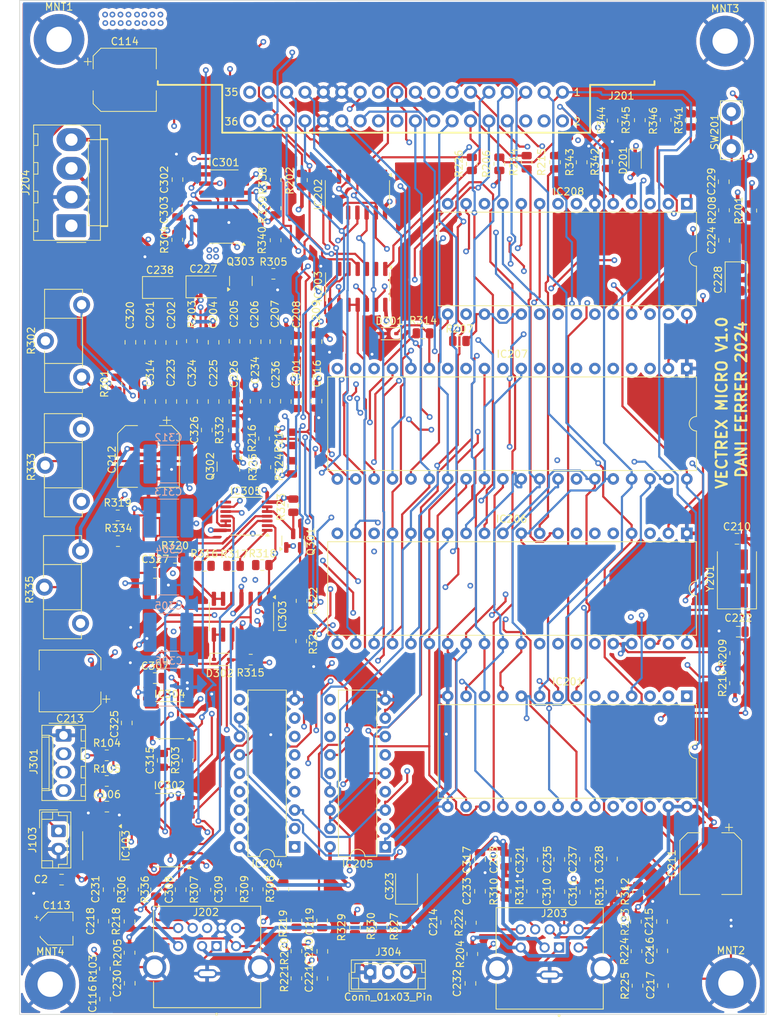
<source format=kicad_pcb>
(kicad_pcb (version 20240108) (generator "pcbnew") (generator_version "8.0")
  (layers (0 "F.Cu" signal) (1 "In1.Cu" signal) (2 "In2.Cu" mixed) (31 "B.Cu" signal) (34 "B.Paste" user) (35 "F.Paste" user) (36 "B.SilkS" user "B.Silkscreen") (37 "F.SilkS" user "F.Silkscreen") (38 "B.Mask" user) (39 "F.Mask" user) (44 "Edge.Cuts" user))
  (net 0 "")
  (net 1 "+5V")
  (net 2 "-5VA")
  (net 3 "/XTAL")
  (net 4 "/J203_B1")
  (net 5 "/J203_B2")
  (net 6 "/J203_B3")
  (net 7 "/J203_B4")
  (net 8 "/J202_B1")
  (net 9 "/J202_B2")
  (net 10 "/J202_B3")
  (net 11 "/J202_B4")
  (net 12 "/EXTAL")
  (net 13 "/SWITCH_RESET")
  (net 14 "/J202_X")
  (net 15 "/J202_Y")
  (net 16 "/J203_X")
  (net 17 "/J203_Y")
  (net 18 "-12VA")
  (net 19 "/COMPEN")
  (net 20 "/X0")
  (net 21 "/X1")
  (net 22 "/X2")
  (net 23 "/POTX")
  (net 24 "/POT3")
  (net 25 "/POT2")
  (net 26 "/POT1")
  (net 27 "/POT0")
  (net 28 "/IC303A_Y")
  (net 29 "/IC303D_FB")
  (net 30 "/IC303D_X")
  (net 31 "/VOUT")
  (net 32 "/IOUT")
  (net 33 "/CH(A+B+C)+DIGITAL_AUDIO")
  (net 34 "/CH(A+B+C)")
  (net 35 "/Y_OFFSET")
  (net 36 "/X_OFFSET")
  (net 37 "/COMPARE")
  (net 38 "/IC303C_FB")
  (net 39 "/~{ROMOE}")
  (net 40 "/A9")
  (net 41 "/A7")
  (net 42 "/D3")
  (net 43 "/D4")
  (net 44 "/A12")
  (net 45 "/A1")
  (net 46 "/D1")
  (net 47 "/A10")
  (net 49 "/D5")
  (net 50 "/A5")
  (net 51 "/A8")
  (net 52 "/A4")
  (net 53 "/A3")
  (net 54 "/A2")
  (net 55 "/D7")
  (net 56 "/D2")
  (net 57 "/D0")
  (net 58 "/A6")
  (net 59 "/D6")
  (net 60 "/A0")
  (net 61 "/A11")
  (net 62 "/~{ROMS}")
  (net 63 "/A15")
  (net 64 "/IC202A_~{E}")
  (net 65 "/E")
  (net 66 "/A13")
  (net 67 "/~{A11&E}")
  (net 68 "/A14")
  (net 69 "/R~{W}")
  (net 70 "/~{IOS}")
  (net 71 "/~{RAMS}")
  (net 72 "/~{CARTS}")
  (net 73 "/~{E}")
  (net 74 "/RAM_R~{W}")
  (net 75 "/~{NMI}")
  (net 77 "/CPU_R~{W}")
  (net 78 "Net-(IC206-MRDY)")
  (net 79 "/CPU_E")
  (net 81 "/~{IRQ}")
  (net 83 "/CPU_A0")
  (net 84 "/CPU_A1")
  (net 85 "/~{HALT}")
  (net 86 "/SW3")
  (net 87 "Net-(IC206-~{DMA{slash}BREQ})")
  (net 88 "/P3")
  (net 89 "/P6")
  (net 90 "/P0")
  (net 91 "/P5")
  (net 92 "/SEL1")
  (net 93 "/SH")
  (net 94 "/P7")
  (net 95 "/P1")
  (net 96 "/P4")
  (net 97 "/BC1")
  (net 98 "/SEL0")
  (net 99 "/PB6")
  (net 100 "/SW7")
  (net 102 "/~{RAMP}")
  (net 103 "/~{ZERO}")
  (net 104 "/BDIR")
  (net 105 "/~{BLANK}")
  (net 106 "/P2")
  (net 107 "/SW2")
  (net 108 "/SW6")
  (net 109 "/SW0")
  (net 111 "/SW5")
  (net 112 "/BC2")
  (net 113 "/CHC")
  (net 114 "/CHB")
  (net 115 "/SW1")
  (net 116 "/SW4")
  (net 117 "/CHA")
  (net 118 "/~{P7}")
  (net 119 "/VREF-")
  (net 121 "/X3")
  (net 122 "/IC303B_FB")
  (net 123 "Net-(IC304-Pad7)")
  (net 124 "/RAMP")
  (net 125 "/ZERO")
  (net 126 "Net-(IC305-Pad9)")
  (net 127 "Net-(IC305-Pad3)")
  (net 128 "Net-(IC305-Pad11)")
  (net 129 "Net-(IC305-Pad1)")
  (net 130 "/Q301_BASE")
  (net 131 "/Q302_BASE")
  (net 132 "/Q303_BASE")
  (net 133 "Net-(R301-Pad1)")
  (net 134 "/DIGITAL_AUDIO")
  (net 135 "Audio")
  (net 136 "/VREF+")
  (net 137 "GND")
  (net 138 "Net-(J103-Pin_1)")
  (net 139 "Net-(IC103-+)")
  (net 140 "Net-(IC103-BYPASS)")
  (net 141 "Net-(C114-Pad1)")
  (net 142 "Net-(C116-Pad1)")
  (net 144 "/~{RESET}")
  (net 145 "/IC303A_FB")
  (net 146 "/Y_AXIS")
  (net 147 "/Z_AXIS")
  (net 148 "/X_AXIS")
  (footprint "Capacitor_SMD:C_0805_2012Metric" (layer "F.Cu") (at 59.88 154.33 90)
    (property "Reference" "C218")
    (property "Value" "1nF" (hide yes))
  )
  (footprint "Capacitor_SMD:C_0805_2012Metric" (layer "F.Cu") (at 77.97 82.58 -90)
    (property "Reference" "C226")
    (property "Value" "0.1uF" (hide yes))
  )
  (footprint "Resistor_SMD:R_0805_2012Metric" (layer "F.Cu") (at 130.04 150.2975 -90)
    (property "Reference" "R313")
    (property "Value" "330k" (hide yes))
  )
  (footprint "Connector_JST:JST_EH_B2B-EH-A_1x02_P2.50mm_Vertical" (layer "F.Cu") (at 53.67 141.87 -90)
    (property "Reference" "J103")
    (property "Value" "Conn_01x02" (hide yes))
  )
  (footprint "Resistor_SMD:R_0805_2012Metric" (layer "F.Cu") (at 72.09 74.2425 90)
    (property "Reference" "R203")
    (property "Value" "3.3k" (hide yes))
  )
  (footprint "Package_TO_SOT_SMD:SOT-23" (layer "F.Cu") (at 77.13 91.56 -90)
    (property "Reference" "Q302")
    (property "Value" "FMMT3905" (hide yes))
  )
  (footprint "Resistor_SMD:R_0805_2012Metric" (layer "F.Cu") (at 147.12 117.3175 90)
    (property "Reference" "R209")
    (property "Value" "3.3k" (hide yes))
  )
  (footprint "Resistor_SMD:R_0805_2012Metric" (layer "F.Cu") (at 71.5 132.1375 90)
    (property "Reference" "R303")
    (property "Value" "3.6k 1%" (hide yes))
  )
  (footprint "Resistor_SMD:R_0805_2012Metric" (layer "F.Cu") (at 109.0375 74.23 180)
    (property "Reference" "R207")
    (property "Value" "3.3k" (hide yes))
  )
  (footprint "Resistor_SMD:R_0805_2012Metric" (layer "F.Cu") (at 147.09 121.48 -90)
    (property "Reference" "R210")
    (property "Value" "3.3k" (hide yes))
  )
  (footprint "Resistor_SMD:R_0805_2012Metric" (layer "F.Cu") (at 83.3475 64.95 180)
    (property "Reference" "R305")
    (property "Value" "2.7k 1%" (hide yes))
  )
  (footprint "Resistor_SMD:R_0805_2012Metric" (layer "F.Cu") (at 77.91 86.5575 -90)
    (property "Reference" "R332")
    (property "Value" "3.3M" (hide yes))
  )
  (footprint "Resistor_SMD:R_0805_2012Metric" (layer "F.Cu") (at 145.57 56.1725 90)
    (property "Reference" "R208")
    (property "Value" "100" (hide yes))
  )
  (footprint "Capacitor_SMD:C_0805_2012Metric" (layer "F.Cu") (at 67.02 120.77)
    (property "Reference" "C307")
    (property "Value" "1nF" (hide yes))
  )
  (footprint "Capacitor_SMD:C_0805_2012Metric" (layer "F.Cu") (at 66.33 74.405 -90)
    (property "Reference" "C201")
    (property "Value" "0.1uF" (hide yes))
  )
  (footprint "Package_SO:SOIC-8-1EP_3.9x4.9mm_P1.27mm_EP2.29x3mm" (layer "F.Cu") (at 69.035 126.57 180)
    (property "Reference" "IC304")
    (property "Value" "LF353" (hide yes))
  )
  (footprint "Resistor_SMD:R_0805_2012Metric" (layer "F.Cu") (at 60.34 134.97 180)
    (property "Reference" "R105")
    (property "Value" "47k" (hide yes))
  )
  (footprint "Resistor_SMD:R_0805_2012Metric" (layer "F.Cu") (at 125.92 49.5475 90)
    (property "Reference" "R343")
    (property "Value" "1k" (hide yes))
  )
  (footprint "Package_SO:SOIC-14_3.9x8.7mm_P1.27mm" (layer "F.Cu") (at 94.99 66.755 -90)
    (property "Reference" "IC203")
    (property "Value" "74LS32" (hide yes))
  )
  (footprint "Capacitor_SMD:C_0805_2012Metric" (layer "F.Cu") (at 83.61 82.55 90)
    (property "Reference" "C236")
    (property "Value" "0.1uF" (hide yes))
  )
  (footprint "Capacitor_SMD:C_0805_2012Metric" (layer "F.Cu") (at 130.1 145.74 90)
    (property "Reference" "C328")
    (property "Value" "0.1uF" (hide yes))
  )
  (footprint "Capacitor_SMD:C_0805_2012Metric" (layer "F.Cu") (at 119.1 145.85 90)
    (property "Reference" "C321")
    (property "Value" "0.1uF" (hide yes))
  )
  (footprint "MountingHole:MountingHole_3.5mm_Pad" (layer "F.Cu") (at 146.53 162.88)
    (property "Reference" "MNT2")
    (property "Value" "MountingHole_Pad")
  )
  (footprint "Resistor_SMD:R_0805_2012Metric" (layer "F.Cu") (at 83.655 60.3175 -90)
    (property "Reference" "R340")
    (property "Value" "10k" (hide yes))
  )
  (footprint "Resistor_SMD:R_0805_2012Metric" (layer "F.Cu") (at 118.32 49.5475 -90)
    (property "Reference" "R214")
    (property "Value" "33" (hide yes))
  )
  (footprint "Resistor_SMD:R_0805_2012Metric" (layer "F.Cu") (at 63.49 158.6825 -90)
    (property "Reference" "R205")
    (property "Value" "3.3k" (hide yes))
  )
  (footprint "Resistor_SMD:R_0805_2012Metric" (layer "F.Cu") (at 82.24 91.6525 90)
    (property "Reference" "R325")
    (property "Value" "15k" (hide yes))
  )
  (footprint "Resistor_SMD:R_0805_2012Metric" (layer "F.Cu") (at 129.41 49.4975 90)
    (property "Reference" "R342")
    (property "Value" "1k" (hide yes))
  )
  (footprint "Diode_SMD:D_SOD-323" (layer "F.Cu") (at 76.19 118.19)
    (property "Reference" "D302")
    (property "Value" "1N4148" (hide yes))
  )
  (footprint "Package_SO:SOIC-14_3.9x8.7mm_P1.27mm" (layer "F.Cu") (at 94.95 54.025 -90)
    (property "Reference" "IC202")
    (property "Value" "74LS00" (hide yes))
  )
  (footprint "Package_DIP:DIP-40_W15.24mm" (layer "F.Cu") (at 140.44 78.03 -90)
    (property "Reference" "IC207")
    (property "Value" "6522" (hide yes))
  )
  (footprint "Resistor_SMD:R_0805_2012Metric" (layer "F.Cu") (at 104.0075 73.17 180)
    (property "Reference" "R314")
    (property "Value" "2.2k" (hide yes))
  )
  (footprint "Resistor_SMD:R_0805_2012Metric" (layer "F.Cu") (at 98.3 155.0675 90)
    (property "Reference" "R330")
    (property "Value" "3.3k" (hide yes))
  )
  (footprint "Resistor_SMD:R_0805_2012Metric" (layer "F.Cu") (at 80.2175 118.22)
    (property "Reference" "R315")
    (property "Value" "2.2k" (hide yes))
  )
  (footprint "Resistor_SMD:R_0805_2012Metric" (layer "F.Cu") (at 86.1 96.9625 90)
    (property "Reference" "R323")
    (property "Value" "15k" (hide yes))
  )
  (footprint "Capacitor_SMD:C_0805_2012Metric" (layer "F.Cu") (at 137.14 163.22 -90)
    (property "Reference" "C217")
    (property "Value" "1nF" (hide yes))
  )
  (footprint "Resistor_SMD:R_0805_2012Metric" (layer "F.Cu") (at 133.49 158.4725 -90)
    (property "Reference" "R224")
    (property "Value" "680" (hide yes))
  )
  (footprint "Package_SO:SOIC-14_3.9x8.7mm_P1.27mm" (layer "F.Cu") (at 78.94 112.295 -90)
    (property "Reference" "IC303")
    (property "Value" "LF347" (hide yes))
  )
  (footprint "Resistor_SMD:R_0805_2012Metric" (layer "F.Cu") (at 149.34 56.2175 -90)
    (property "Reference" "R201")
    (property "Value" "22k" (hide yes))
  )
  (footprint "Resistor_SMD:R_0805_2012Metric" (layer "F.Cu") (at 60.34 131.43 180)
    (property "Reference" "R104")
    (property "Value" "6.8k" (hide yes))
  )
  (footprint "Resistor_SMD:R_0805_2012Metric" (layer "F.Cu") (at 110.82 158.8575 90)
    (property "Reference" "R204")
    (property "Value" "3.3k" (hide yes))
  )
  (footprint "Capacitor_SMD:C_0805_2012Metric" (layer "F.Cu") (at 77.97 74.26 -90)
    (property "Reference" "C205")
    (property "Value" "0.1uF" (hide yes))
  )
  (footprint "Capacitor_SMD:C_0805_2012Metric" (layer "F.Cu") (at 110.56 162.92 -90)
    (property "Reference" "C232")
    (property "Value" "1nF" (hide yes))
  )
  (footprint "Capacitor_SMD:C_0805_2012Metric" (layer "F.Cu") (at 126.41 150.3175 -90)
    (property "Reference" "C311")
    (property "Value" "1nF" (hide yes))
  )
  (footprint "Package_DIP:DIP-28_W15.24mm" (layer "F.Cu") (at 140.44 123.27 -90)
    (property "Reference" "IC201")
    (property "Value" "2363" (hide yes))
  )
  (footprint "Resistor_SMD:R_0805_2012Metric" (layer "F.Cu") (at 82.06 87.7025 -90)
    (property "Reference" "R216")
    (property "Value" "33" (hide yes))
  )
  (footprint "Connector_Molex:Molex_KK-396_A-41791-0004_1x04_P3.96mm_Vertical" (layer "F.Cu") (at 55.455 58.31 90)
    (property "Reference" "J204")
    (property "Value" "Power")
  )
  (footprint "Capacitor_Tantalum_SMD:CP_EIA-3528-15_AVX-H" (layer "F.Cu") (at 101.73 149.5225 90)
    (property "Reference" "C323")
    (property "Value" "4.7uF 16V" (hide yes))
  )
  (footprint "Resistor_SMD:R_0805_2012Metric" (layer "F.Cu") (at 87.24 110.1075 -90)
    (property "Reference" "R322")
    (property "Value" "3.3k" (hide yes))
  )
  (footprint "Capacitor_SMD:C_0805_2012Metric" (layer "F.Cu") (at 72.12 82.58 90)
    (property "Reference" "C324")
    (property "Value" "0.1uF" (hide yes))
  )
  (footprint "Resistor_SMD:R_0805_2012Metric" (layer "F.Cu") (at 133.41 154.39 -90)
    (property "Reference" "R223")
    (property "Value" "680" (hide yes))
  )
  (footprint "Resistor_SMD:R_0805_2012Metric" (layer "F.Cu") (at 119.08 150.2025 -90)
    (property "Reference" "R311")
    (property "Value" "330k" (hide yes))
  )
  (footprint "Capacitor_SMD:C_0805_2012Metric" (layer "F.Cu") (at 69.25 74.445 -90)
    (property "Reference" "C202")
    (property "Value" "0.1uF" (hide yes))
  )
  (footprint "Resistor_SMD:R_0805_2012Metric" (layer "F.Cu") (at 83.655 51.9825 -90)
    (property "Reference" "R338")
    (property "Value" "4.7k" (hide yes))
  )
  (footprint "Capacitor_SMD:C_0805_2012Metric" (layer "F.Cu") (at 89.3 82.54 90)
    (property "Reference" "C316")
    (property "Value" "0.1uF" (hide yes))
  )
  (footprint "Resistor_SMD:R_0805_2012Metric" (layer "F.Cu") (at 81.18 149.9275 -90)
    (property "Reference" "R309")
    (property "Value" "330k" (hide yes))
  )
  (footprint "Capacitor_SMD:C_0805_2012Metric" (layer "F.Cu") (at 74.15 86.52 -90)
    (property "Reference" "C326")
    (property "Value" "0.1uF" (hide yes))
  )
  (footprint "MountingHole:MountingHole_3.5mm_Pad" (layer "F.Cu") (at 52.53 163.03)
    (property "Reference" "MNT4")
    (property "Value" "MountingHole_Pad")
  )
  (footprint "Capacitor_SMD:CP_Elec_8x6.5" (layer "F.Cu") (at 55.27 121.16 180)
    (property "Reference" "C213")
    (property "Value" "100uF 16V")
  )
  (footprint "Capacitor_SMD:C_0805_2012Metric" (layer "F.Cu") (at 77.47 149.9475 -90)
    (property "Reference" "C309")
    (property "Value" "1nF" (hide yes))
  )
  (footprint "Capacitor_SMD:C_0805_2012Metric" (layer "F.Cu") (at 126.38 145.78 90)
    (property "Reference" "C237")
    (property "Value" "0.1uF" (hide yes))
  )
  (footprint "Capacitor_SMD:C_0805_2012Metric" (layer "F.Cu") (at 63.51 162.9 -90)
    (property "Reference" "C230")
    (property "Value" "1nF" (hide yes))
  )
  (footprint "Capacitor_SMD:C_0805_2012Metric" (layer "F.Cu") (at 60.6 149.9775 90)
    (property "Reference" "C231")
    (property "Value" "1nF" (hide yes))
  )
  (footprint "Capacitor_SMD:C_0805_2012Metric" (layer "F.Cu") (at 80.89 82.55 -90)
    (property "Reference" "C234")
    (property "Value" "0.1uF" (hide yes))
  )
  (footprint "Capacitor_SMD:C_0805_2012Metric" (layer "F.Cu") (at 68.07 132.125 90)
    (property "Reference" "C315")
    (property "Value" "47pF" (hide yes))
  )
  (footprint "Package_SO:TSSOP-14_4.4x5mm_P0.65mm" (layer "F.Cu") (at 79.6275 98.42 180)
    (property "Reference" "IC305")
    (property "Value" "4066" (hide yes))
  )
  (footprint "Package_DIP:DIP-18_W7.62mm" (layer "F.Cu") (at 86.29 144.07 180)
    (property "Reference" "IC204")
    (property "Value" "2114" (hide yes))
  )
  (footprint "Capacitor_SMD:C_0805_2012Metric" (layer "F.Cu") (at 54.1 148.59 180)
    (property "Reference" "C2")
    (property "Value" "0.1uF 50V" (hide yes))
  )
  (footprint "Resistor_SMD:R_0805_2012Metric" (layer "F.Cu") (at 63.97 149.9575 -90)
    (property "Reference" "R306")
    (property "Value" "680" (hide yes))
  )
  (footprint "Capacitor_SMD:C_0805_2012Metric" (layer "F.Cu") (at 111.88 145.82 90)
    (property "Reference" "C317")
    (property "Value" "0.1uF" (hide yes))
  )
  (footprint "Package_TO_SOT_SMD:SOT-23" (layer "F.Cu") (at 86.08 101.7925 90)
    (property "Reference" "Q301")
    (property "Value" "FMMT3905" (hide yes))
  )
  (footprint "Capacitor_SMD:CP_Elec_4x5.3" (layer "F.Cu") (at 53.41 155.35)
    (property "Reference" "C113")
    (property "Value" "10uF 16V" (hide yes))
  )
  (footprint "Package_DIP:DIP-40_W15.24mm" (layer "F.Cu") (at 140.44 100.78 -90)
    (property "Reference" "IC206")
    (property "Value" "68A09" (hide yes))
  )
  (footprint "Capacitor_SMD:C_0805_2012Metric" (layer "F.Cu") (at 60.36 138.51)
    (property "Reference" "C106")
    (property "Value" "0.22nF" (hide yes))
  )
  (footprint "Capacitor_SMD:C_0805_2012Metric" (layer "F.Cu") (at 89.3 74.31 -90)
    (property "Reference" "C209")
    (property "Value" "0.1uF" (hide yes))
  )
  (footprint "Capacitor_SMD:C_0805_2012Metric" (layer "F.Cu") (at 67.05 106.24 180)
    (property "Reference" "C327")
    (property "Value" "0.1uF" (hide yes))
  )
  (footprint "Vectrex LogicBoard:SULLINS_EBC18DRAS" (layer "F.Cu") (at 123.27 39.88 180)
    (property "Reference" "J201")
    (property "Value" "CART")
  )
  (footprint "Resistor_SMD:R_0805_2012Metric" (layer "F.Cu") (at 84.73 149.9275 -90)
    (property "Reference" "R308")
    (property "Value" "680" (hide yes))
  )
  (footprint "Resistor_SMD:R_0805_2012Metric" (layer "F.Cu") (at 87.2 115.6625 -90)
    (property "Reference" "R321")
    (property "Value" "75" (hide yes))
  )
  (footprint "Resistor_SMD:R_0805_2012Metric" (layer "F.Cu") (at 67.15 149.9575 90)
    (property "Reference" "R336")
    (property "Value" "1M" (hide yes))
  )
  (footprint "Resistor_SMD:R_0805_2012Metric" (layer "F.Cu") (at 115.41 150.2125 90)
    (property "Reference" "R310")
    (property "Value" "680" (hide yes))
  )
  (footprint "Resistor_SMD:R_0805_2012Metric" (layer "F.Cu") (at 61.8525 98.31 180)
    (property "Reference" "R319")
    (property "Value" "10k 1%" (hide yes))
  )
  (footprint "Capacitor_SMD:C_0805_2012Metric" (layer "F.Cu") (at 90.08 154.28 90)
    (property "Reference" "C219")
    (property "Value" "1nF" (hide yes))
  )
  (footprint "Capacitor_SMD:C_0805_2012Metric" (layer "F.Cu") (at 75.09 74.41 -90)
    (property "Reference" "C204")
    (property "Value" "0.1uF" (hide yes))
  )
  (footprint "Resistor_SMD:R_0805_2012Metric" (layer "F.Cu") (at 85.94 87.7375 -90)
    (property "Reference" "R217")
    (property "Value" "33" (hide yes))
  )
  (footprint "Crystal:Crystal_SMD_7050-2Pin_7.0x5.0mm" (layer "F.Cu") (at 147.36 107.01 90)
    (property "Reference" "Y201")
    (property "Value" "6MHz" (hide yes))
  )
  (footprint "Resistor_SMD:R_0805_2012Metric" (layer "F.Cu") (at 137.51 43.7025 -90)
    (property "Reference" "R346")
    (property "Value" "33k" (hide yes))
  )
  (footprint "Resistor_SMD:R_0805_2012Metric" (layer "F.Cu") (at 73.96 149.9975 -90)
    (property "Reference" "R307")
    (property "Value" "330k" (hide yes))
  )
  (footprint "Connector_JST:JST_EH_B3B-EH-A_1x03_P2.50mm_Vertical" (layer "F.Cu") (at 96.72 161.39)
    (property "Reference" "J304")
    (property "Value" "Conn_01x03_Pin")
  )
  (footprint "Package_SO:SO-16_3.9x9.9mm_P1.27mm" (layer "F.Cu") (at 69.035 141.765 180)
    (property "Reference" "IC302")
    (property "Value" "CD4052B" (hide yes))
  )
  (footprint "Capacitor_SMD:C_0805_2012Metric" (layer "F.Cu") (at 137.01 154.37 -90)
    (property "Reference" "C215")
    (property "Value" "1nF" (hide yes))
  )
  (footprint "Capacitor_SMD:C_0805_2012Metric" (layer "F.Cu") (at 137.05 158.42 -90)
    (property "Reference" "C216")
    (property "Value" "1nF" (hide yes))
  )
  (footprint "Capacitor_SMD:C_0805_2012Metric" (layer "F.Cu") (at 66.33 82.58 90)
    (property "Reference" "C314")
    (property "Value" "0.1uF" (hide yes))
  )
  (footprint "Capacitor_SMD:C_0805_2012Metric" (layer "F.Cu") (at 122.83 150.24 -90)
    (property "Reference" "C310")
    (property "Value" "1nF" (hide yes))
  )
  (footprint "Capacitor_Tantalum_SMD:CP_EIA-3528-15_AVX-H" (layer "F.Cu") (at 147.24 65.7625 -90)
    (property "Reference" "C228")
    (property "Value" "22uF 16V" (hide yes))
  )
  (footprint "Capacitor_SMD:C_0805_2012Metric" (layer "F.Cu") (at 145.54 52.24 90)
    (property "Reference" "C229")
    (property "Value" "10nF" (hide yes))
  )
  (footprint "Potentiometer_THT:Potentiometer_ACP_CA14-H5_Horizontal" (layer "F.Cu") (at 56.72 113.21 180)
    (property "Reference" "R335")
    (property "Value" "10k")
  )
  (footprint "MountingHole:MountingHole_3.5mm_Pad" (layer "F.Cu") (at 53.75 32.59)
    (property "Reference" "MNT1")
    (property "Value" "MountingHole_Pad")
  )
  (footprint "Resistor_SMD:R_0805_2012Metric" (layer "F.Cu") (at 86.54 154.26 -90)
    (property "Reference" "R219")
    (property "Value" "680" (hide yes))
  )
  (footprint "Package_DIP:DIP-28_W15.24mm" (layer "F.Cu") (at 140.44 55.28 -90)
    (property "Reference" "IC208")
    (property "Value" "AY3-8912" (hide yes))
  )
  (footprint "Diode_SMD:D_SOD-323" (layer "F.Cu") (at 99.28 73.21 180)
    (property "Reference" "D301")
    (property "Value" "1N4148" (hide yes))
  )
  (footprint "Capacitor_SMD:C_0805_2012Metric" (layer "F.Cu") (at 145.58 60.33 -90)
    (property "Reference" "C224")
    (property "Value" "0.1uF" (hide yes))
  )
  (footprint "MiniDin9:CUI_MD-90SM" (layer "F.Cu") (at 74.2 161.57)
    (property "Reference" "J202")
    (property "Value" "MD-90SM" (hide yes))
  )
  (footprint "Resistor_SMD:R_0805_2012Metric" (layer "F.Cu") (at 61.68 80.1475 -90)
    (property "Reference" "R301")
    (property "Value" "2.7k 1%" (hide yes))
  )
  (footprint "MountingHole:MountingHole_3.5mm_Pad" (layer "F.Cu") (at 145.73 32.83)
    (property "Reference" "MNT3")
    (property "Value" "MountingHole_Pad")
  )
  (footprint "Resistor_SMD:R_0805_2012Metric" (layer "F.Cu") (at 110.62 154.5475 -90)
    (property "Reference" "R222")
    (property "Value" "680" (hide yes))
  )
  (footprint "Package_SO:SO-16_3.9x9.9mm_P1.27mm" (layer "F.Cu") (at 76.53 55.67 180)
    (property "Reference" "IC301")
    (property "Value" "MC1408" (hide yes))
  )
  (footprint "Capacitor_SMD:C_0805_2012Metric" (layer "F.Cu") (at 70.105 51.9475 -90)
    (property "Reference" "C302")
    (property "Value" "0.1uF" (hide yes))
  )
  (footprint "Capacitor_SMD:C_0805_2012Metric" (layer "F.Cu") (at 90.11 158.4925 90)
    (property "Reference" "C220")
    (property "Value" "1nF" (hide yes))
  )
  (footprint "Capacitor_SMD:C_0805_2012Metric" (layer "F.Cu") (at 147.53 114.36 180)
    (property "Reference" "C222")
    (property "Value" "20pF" (hide yes))
  )
  (footprint "Capacitor_SMD:C_0805_2012Metric" (layer "F.Cu") (at 80.89 74.33 -90)
    (property "Reference" "C206")
    (property "Value" "0.1uF" (hide yes))
  )
  (footprint "Capacitor_SMD:CP_Elec_8x10.5" (layer "F.Cu") (at 62.82 38.17)
    (property "Reference" "C114")
    (property "Value" "220uF 16V")
  )
  (footprint "Capacitor_SMD:C_0805_2012Metric" (layer "F.Cu") (at 60.11 165.09 -90)
    (property "Reference" "C116")
    (property "Value" "0.1uF 50V" (hide yes))
  )
  (footprint "Capacitor_SMD:C_0805_2012Metric" (layer "F.Cu") (at 69.25 82.58 -90)
    (property "Reference" "C223")
    (property "Value" "0.1uF" (hide yes))
  )
  (footprint "Resistor_SMD:R_0805_2012Metric" (layer "F.Cu") (at 130.17 43.7875 -90)
    (property "Reference" "R344")
    (property "Value" "33k" (hide yes))
  )
  (footprint "Potentiometer_THT:Potentiometer_ACP_CA14-H5_Horizontal" (layer "F.Cu") (at 56.84 96.38 180)
    (property "Reference" "R333")
    (property "Value" "10k")
  )
  (footprint "Resistor_SMD:R_0805_2012Metric" (layer "F.Cu") (at 94.61 155.1375 90)
    (property "Reference" "R329")
    (property "Value" "6.8k" (hide yes))
  )
  (footprint "Capacitor_SMD:C_0805_2012Metric" (layer "F.Cu") (at 75.09 82.58 -90)
    (property "Reference" "C225")
    (property "Value" "0.1uF" (hide yes))
  )
  (footprint "Package_TO_SOT_SMD:SOT-23" (layer "F.Cu") (at 78.855 65.9375 90)
    (property "Reference" "Q303")
    (property "Value" "FMMT3904" (hide yes))
  )
  (footprint "Capacitor_SMD:C_0805_2012Metric" (layer "F.Cu") (at 70.55 149.9775 -90)
    (property "Reference" "C308")
    (property "Value" "1nF" (hide yes))
  )
  (footprint "Capacitor_SMD:C_0805_2012Metric" (layer "F.Cu") (at 63.6 74.41 90)
    (property "Reference" "C320")
    (property "Value" "0.1uF" (hide yes))
  )
  (footprint "Capacitor_SMD:C_0805_2012Metric" (layer "F.Cu") (at 70.105 56.1375 -90)
    (property "Reference" "C303")
    (property "Value" "47pF" (hide yes))
  )
  (footprint "Capacitor_SMD:CP_Elec_8x6.5" (layer "F.Cu") (at 143.75 146.38 -90)
    (property "Reference" "C211")
    (property "Value" "220uF 16V" (hide yes))
  )
  (footprint "Resistor_SMD:R_0805_2012Metric" (layer "F.Cu") (at 110.75 49.7775 -90)
    (property "Reference" "R226")
    (property "Value" "33" (hide yes))
  )
  (footprint "Capacitor_SMD:C_0805_2012Metric" (layer "F.Cu") (at 86.53 74.41 90)
    (property "Reference" "C208")
    (property "Value" "0.1uF" (hide yes))
  )
  (footprint "Connector_Molex:Molex_KK-254_AE-6410-04A_1x04_P2.54mm_Vertical" (layer "F.Cu") (at 54.37 128.67 -90)
    (property "Reference" "J301")
    (property "Value" "Video")
  )
  (footprint "Capacitor_SMD:C_0805_2012Metric" (layer "F.Cu") (at 115.42 145.85 -90)
    (property "Reference" "C203")
    (property "Value" "0.1uF" (hide yes))
  )
  (footprint "Potentiometer_THT:Potentiometer_ACP_CA14-H5_Horizontal" (layer "F.Cu") (at 56.87 79.21 180)
    (property "Reference" "R302")
    (property "Value" "10k")
  )
  (footprint "Capacitor_SMD:C_0805_2012Metric" (layer "F.Cu") (at 86.53 82.6 90)
    (property "Reference" "C301")
    (property "Value" "0.1uF" (hide yes))
  )
  (footprint "Capacitor_SMD:C_0805_2012Metric" (layer "F.Cu") (at 107.21 154.505 -90)
    (property "Reference" "C214")
    (property "Value" "1nF" (hide yes))
  )
  (footprint "Resistor_SMD:R_0805_2012Metric" (layer "F.Cu") (at 63.49 154.3675 -90)
    (property "Reference" "R218")
    (property "Value" "680" (hide yes))
  )
  (footprint "Resistor_SMD:R_0805_2012Metric" (layer "F.Cu") (at 85.92 91.6725 -90)
    (property "Reference" "R324")
    (property "Value" "3.3k" (hide yes))
  )
  (footprint "Package_DIP:DIP-18_W7.62mm" (layer "F.Cu") (at 98.79 144.07 180)
    (property "Reference" "IC205")
    (property "Value" "2114" (hide yes))
  )
  (footprint "Resistor_SMD:R_0805_2012Metric" (layer "F.Cu") (at 81.8225 105.16)
    (property "Reference" "R318")
    (property "Value" "75" (hide yes))
  )
  (footprint "Resistor_SMD:R_0805_2012Metric" (layer "F.Cu") (at 70.075 60.26 90)
    (property "Reference" "R304")
    (property "Value" "2.7k 1%" (hide yes))
  )
  (footprint "Resistor_SMD:R_0805_2012Metric" (layer "F.Cu") (at 69.7775 104.16 180)
    (property "Reference" "R320")
    (property "Value" "220" (hide yes))
  )
  (footprint "Resistor_SMD:R_0805_2012Metric" (layer "F.Cu") (at 86.52 162.22 -90)
    (property "Reference" "R221")
    (property "Value" "680" (hide yes))
  )
  (footprint "MiniDin9:CUI_MD-90SM" (layer "F.Cu") (at 121.5 161.76)
    (property "Reference" "J203")
    (property "Value" "MD-90SM" (hide yes))
  )
  (footprint "Capacitor_SMD:C_0805_2012Metric" (layer "F.Cu") (at 63.1 126.96 -90)
    (property "Reference" "C325")
    (property "Value" "220pF" (hide yes))
  )
  (footprint "Resistor_SMD:R_0805_2012Metric" (layer "F.Cu") (at 133.63 163.2375 -90)
    (property "Reference" "R225")
    (property "Value" "680" (hide yes))
  )
  (footprint "TestPoint:TestPoint_Bridge_Pitch5.08mm_Drill1.3mm" (layer "F.Cu") (at 146.58 42.58 -90)
    (property "Reference" "SW201")
    (property "Value" "Reset")
  )
  (footprint "Package_SO:SOIC-8-1EP_3.9x4.9mm_P1.27mm_EP2.29x3mm" (layer "F.Cu") (at 59.575 143.915 -90)
    (property "Reference" "IC103")
    (property "Value" "LM386-3" (hide yes))
  )
  (footprint "Capacitor_SMD:C_0805_2012Metric" (layer "F.Cu") (at 90.12 162.24 90)
    (property "Reference" "C221")
    (property "Value" "1nF" (hide yes))
  )
  (footprint "Resistor_SMD:R_0805_2012Metric" (layer "F.Cu") (at 73.8275 105.27 180)
    (property "Reference" "R316")
    (property "Value" "10k 1%" (hide yes))
  )
  (footprint "Resistor_SMD:R_0805_2012Metric" (layer "F.Cu") (at 122.24 49.5475 -90)
    (property "Reference" "R215")
    (property "Value" "33" (hide yes))
  )
  (footprint "Capacitor_SMD:CP_Elec_8x6.5" (layer "F.Cu") (at 66.1 90.17 -90)
    (property "Reference" "C212")
    (property "Value" "100uF 16V" (hide yes))
  )
  (footprint "Resistor_SMD:R_0805_2012Metric" (layer "F.Cu") (at 60.08 160.8875 90)
    (property "Reference" "R103")
    (property "Value" "10" (hide yes))
  )
  (footprint "Resistor_SMD:R_0805_2012Metric" (layer "F.Cu") (at 61.8825 101.86)
    (property "Reference" "R334")
    (property "Value" "3.3M" (hide yes))
  )
  (footprint "Resistor_SMD:R_0805_2012Metric" (layer "F.Cu") (at 87.29 52.0125 -90)
    (property "Reference" "R202")
    (property "Value" "3.3k" (hide yes))
  )
  (footprint "Resistor_SMD:R_0805_2012Metric" (layer "F.Cu") (at 83.655 55.8975 -90)
    (property "Reference" "R339")
    (property "Value" "4.7k" (hide yes))
  )
  (footprint "Capacitor_SMD:C_0805_2012Metric" (layer "F.Cu") (at 147.36 101.54)
    (property "Reference" "C210")
    (property "Value" "20pF" (hide yes))
  )
  (footprint "Capacitor_Tantalum_SMD:CP_EIA-3528-15_AVX-H" (layer "F.Cu") (at 73.7425 66.75)
    (property "Reference" "C227")
    (property "Value" "22uF" (hide yes))
  )
  (footprint "Resistor_SMD:R_0805_2012Metric" (layer "F.Cu") (at 133.71 150.2975 90)
    (property "Reference" "R312")
    (property "Value" "680" (hide yes))
  )
  (footprint "Resistor_SMD:R_0805_2012Metric" (layer "F.Cu") (at 101.72 155.0775 -90)
    (property "Reference" "R327")
    (property "Value" "33k" (hide yes))
  )
  (footprint "Capacitor_SMD:C_0805_2012Metric" (layer "F.Cu") (at 122.83 145.81 -90)
    (property "Reference" "C235")
    (property "Value" "0.1uF" (hide yes))
  )
  (footprint "Resistor_SMD:R_0805_2012Metric" (layer "F.Cu") (at 77.8475 105.27 180)
    (property "Reference" "R317")
    (property "Value" "220" (hide yes))
  )
  (footprint "Resistor_SMD:R_0805_2012Metric" (layer "F.Cu") (at 114.55 49.7675 -90)
    (property "Reference" "R206")
    (property "Value" "3.3k" (hide yes))
  )
  (footprint "Capacitor_Tantalum_SMD:CP_EIA-3528-15_AVX-H" (layer "F.Cu") (at 67.7325 66.84)
    (property "Reference" "C238")
    (property "Value" "10uF 16V" (hide yes))
  )
  (footprint "Resistor_SMD:R_0805_2012Metric" (layer "F.Cu") (at 86.53 158.4725 -90)
    (property "Reference" "R220")
    (property "Value" "680" (hide yes))
  )
  (footprint "Resistor_SMD:R_0805_2012Metric" (layer "F.Cu") (at 133.95 43.7375 -90)
    (property "Reference" "R345")
    (property "Value" "33k" (hide yes))
  )
  (footprint "Diode_SMD:D_SOD-323" (layer "F.Cu") (at 133.3 49.34 -90)
    (property "Reference" "D201")
    (property "Value" "1N4148" (hide yes))
  )
  (footprint "Capacitor_SMD:C_0805_2012Metric" (layer "F.Cu") (at 111.88 150.2 -90)
    (property "Reference" "C233")
    (property "Value" "1nF" (hide yes))
  )
  (footprint "Resistor_SMD:R_0805_2012Metric" (layer "F.Cu") (at 140.98 43.7625 90)
    (property "Reference" "R341")
    (property "Value" "1k" (hide yes))
  )
  (footprint "Capacitor_SMD:C_0805_2012Metric" (layer "F.Cu") (at 83.61 74.31 -90)
    (property "Reference" "C207")
    (property "Value" "0.1uF" (hide yes))
  )
  (footprint "Capacitor_SMD:C_2220_5750Metric" (layer "B.Cu") (at 68.86 91.21 180)
    (property "Reference" "C312")
    (property "Value" "10nF")
  )
  (footprint "Capacitor_SMD:C_2220_5750Metric" (layer "B.Cu") (at 68.86 122.02 180)
    (property "Reference" "C306")
    (property "Value" "10nF")
  )
  (footprint "Capacitor_SMD:C_2220_5750Metric" (layer "B.Cu") (at 68.86 114.44 180)
    (property "Reference" "C305")
    (property "Value" "10nF")
  )
  (footprint "Capacitor_SMD:C_2220_5750Metric" (layer "B.Cu") (at 68.86 106.67)
    (property "Reference" "C304")
    (property "Value" "10nF")
  )
  (footprint "Capacitor_SMD:C_2220_5750Metric" (layer "B.Cu") (at 68.86 98.67 180)
    (property "Reference" "C313")
    (property "Value" "10nF" (hide yes))
  )
  (gr_rect (start 48.3 27.2) (end 151.38 167.2) (stroke (width 0.1)) (fill none) (layer "Edge.Cuts"))
  (gr_text "DANI FERRER 2024" (at 148.84 93.29 90) (layer "F.SilkS") (effects (font (size 1.5 1.5) (thickness 0.3) (bold yes)) (justify left bottom)))
  (gr_text "VECTREX MICRO V1.0" (at 146.14 94.81 90) (layer "F.SilkS") (effects (font (size 1.5 1.5) (thickness 0.3) (bold yes)) (justify left bottom)))
  (segment (start 77.7848 111.851) (end 78.94 110.696) (width 0.5) (layer "F.Cu") (net 1))
  (segment (start 86.08 102.531) (end 85.3294 102.531) (width 0.5) (layer "F.Cu") (net 1))
  (segment (start 98.76 55.6296) (end 99.4162 54.9734) (width 0.5) (layer "F.Cu") (net 1))
  (segment (start 147.09 122.392) (end 147.09 122.3925) (width 0.5) (layer "F.Cu") (net 1))
  (segment (start 83.655 56.81) (end 82.7315 57.7335) (width 0.5) (layer "F.Cu") (net 1))
  (segment (start 66.33 73.455) (end 69.21 73.455) (width 0.5) (layer "F.Cu") (net 1))
  (segment (start 54.99 146.75) (end 54.265 146.75) (width 0.5) (layer "F.Cu") (net 1))
  (segment (start 65.671 60.606) (end 67.2 62.135) (width 0.5) (layer "F.Cu") (net 1))
  (segment (start 89.3 81.59) (end 89.3 79.7613) (width 0.5) (layer "F.Cu") (net 1))
  (segment (start 58.94 146.39) (end 58.94 146.947684) (width 0.5) (layer "F.Cu") (net 1))
  (segment (start 108.125 73.2906) (end 108.801 72.6143) (width 0.5) (layer "F.Cu") (net 1))
  (segment (start 98.9806 71.4393) (end 98.8 69.23) (width 0.5) (layer "F.Cu") (net 1))
  (segment (start 72.7469 62.135) (end 73.3255 62.7136) (width 0.5) (layer "F.Cu") (net 1))
  (segment (start 93.67 149.33) (end 93.71 149.33) (width 0.5) (layer "F.Cu") (net 1))
  (segment (start 56.86 148.6) (end 56.84 148.6) (width 0.5) (layer "F.Cu") (net 1))
  (segment (start 73.3255 68.5713) (end 72.205 67.4508) (width 0.5) (layer "F.Cu") (net 1))
  (segment (start 79.1799 91.0663) (end 78.5238 91.0663) (width 0.5) (layer "F.Cu") (net 1))
  (segment (start 147.09 123.755) (end 147.088 123.757) (width 0.5) (layer "F.Cu") (net 1))
  (segment (start 68.6953 60.0415) (end 69.381 60.0415) (width 0.5) (layer "F.Cu") (net 1))
  (segment (start 80.8618 80.3679) (end 80.89 80.3961) (width 0.5) (layer "F.Cu") (net 1))
  (segment (start 75.09 73.46) (end 77.82 73.46) (width 0.5) (layer "F.Cu") (net 1))
  (segment (start 85.07 71.37) (end 85.1 71.45) (width 0.5) (layer "F.Cu") (net 1))
  (segment (start 66.46 146.762) (end 66.46 146.21) (width 0.5) (layer "F.Cu") (net 1))
  (segment (start 69.381 60.0415) (end 70.075 59.3475) (width 0.5) (layer "F.Cu") (net 1))
  (segment (start 69.25 81.63) (end 72.12 81.63) (width 0.5) (layer "F.Cu") (net 1))
  (segment (start 108.125 74.23) (end 108.125 73.2906) (width 0.5) (layer "F.Cu") (net 1))
  (segment (start 114.55 51.9711) (end 114.55 50.68) (width 0.5) (layer "F.Cu") (net 1))
  (segment (start 144.196 140.684) (end 142.022 138.51) (width 0.5) (layer "F.Cu") (net 1))
  (segment (start 77.94 81.6) (end 77.97 81.63) (width 0.5) (layer "F.Cu") (net 1))
  (segment (start 69.21 73.455) (end 69.25 73.495) (width 0.5) (layer "F.Cu") (net 1))
  (segment (start 91.16 73.97) (end 91.18 73.97) (width 0.5) (layer "F.Cu") (net 1))
  (segment (start 64.11 89.11) (end 63.17 89.11) (width 0.5) (layer "F.Cu") (net 1))
  (segment (start 78.38 88.59) (end 78.4994 88.59) (width 0.5) (layer "F.Cu") (net 1))
  (segment (start 83.501 53.049) (end 83.655 52.895) (width 0.5) (layer "F.Cu") (net 1))
  (segment (start 66.0758 60.2012) (end 65.671 60.606) (width 0.5) (layer "F.Cu") (net 1))
  (segment (start 85.1 72.03) (end 85.07 71.37) (width 0.5) (layer "F.Cu") (net 1))
  (segment (start 66.1 87.12) (end 64.11 89.11) (width 0.5) (layer "F.Cu") (net 1))
  (segment (start 77.97 81.63) (end 77.97 79.4507) (width 0.5) (layer "F.Cu") (net 1))
  (segment (start 110.82 156.821) (end 110.82 157.945) (width 0.5) (layer "F.Cu") (net 1))
  (segment (start 66.33 81.63) (end 69.25 81.63) (width 0.5) (layer "F.Cu") (net 1))
  (segment (start 63.49 156.576) (end 63.49 157.77) (width 0.5) (layer "F.Cu") (net 1))
  (segment (start 75.09 71.5372) (end 75.09 73.46) (width 0.5) (layer "F.Cu") (net 1))
  (segment (start 72.09 71.8466) (end 72.3705 71.5661) (width 0.5) (layer "F.Cu") (net 1))
  (segment (start 78.5238 91.0663) (end 78.08 90.6225) (width 0.5) (layer "F.Cu") (net 1))
  (segment (start 75.001 71.4482) (end 75.09 71.5372) (width 0.5) (layer "F.Cu") (net 1))
  (segment (start 66.195 68.8575) (end 66.195 66.84) (width 0.5) (layer "F.Cu") (net 1))
  (segment (start 110.939 156.702) (end 110.82 156.821) (width 0.5) (layer "F.Cu") (net 1))
  (segment (start 83.61 81.6) (end 86.48 81.6) (width 0.5) (layer "F.Cu") (net 1))
  (segment (start 89.3 79.7613) (end 89.6536 79.4077) (width 0.5) (layer "F.Cu") (net 1))
  (segment (start 66.33 73.455) (end 66.33 68.9925) (width 0.5) (layer "F.Cu") (net 1))
  (segment (start 80.89 81.6) (end 83.61 81.6) (width 0.5) (layer "F.Cu") (net 1))
  (segment (start 73.3255 62.7136) (end 73.3255 68.5713) (width 0.5) (layer "F.Cu") (net 1))
  (segment (start 149.44 52.4122) (end 149.34 52.5122) (width 0.5) (layer "F.Cu") (net 1))
  (segment (start 73.3255 68.5713) (end 73.0923 68.5713) (width 0.5) (layer "F.Cu") (net 1))
  (segment (start 54.265 146.75) (end 53.15 147.865) (width 0.5) (layer "F.Cu") (net 1))
  (segment (start 133.3 48.29) (end 133.3 47.4037) (width 0.5) (layer "F.Cu") (net 1))
  (segment (start 68.718 58.9839) (end 68.1779 59.524) (width 0.5) (layer "F.Cu") (net 1))
  (segment (start 89.3 72.1401) (end 89.3 73.36) (width 0.5) (layer "F.Cu") (net 1))
  (segment (start 72.09 73.33) (end 72.09 71.8466) (width 0.5) (layer "F.Cu") (net 1))
  (segment (start 72.3705 69.2931) (end 72.3705 71.5661) (width 0.5) (layer "F.Cu") (net 1))
  (segment (start 143.75 141.13) (end 143.75 143.33) (width 0.5) (layer "F.Cu") (net 1))
  (segment (start 89.3 73.36) (end 90.57 73.36) (width 0.5) (layer "F.Cu") (net 1))
  (segment (start 55.455 50.39) (end 65.671 60.606) (width 0.5) (layer "F.Cu") (net 1))
  (segment (start 80.89 73.38) (end 83.59 73.38) (width 0.5) (layer "F.Cu") (net 1))
  (segment (start 93.67 149.29) (end 93.63 149.25) (width 0.5) (layer "F.Cu") (net 1))
  (segment (start 77.97 73.31) (end 80.82 73.31) (width 0.5) (layer "F.Cu") (net 1))
  (segment (start 86.8231 56.0832) (end 87.29 55.6163) (width 0.5) (layer "F.Cu") (net 1))
  (segment (start 91.16 73.95) (end 91.16 73.97) (width 0.5) (layer "F.Cu") (net 1))
  (segment (start 87.29 55.6163) (end 87.29 52.925) (width 0.5) (layer "F.Cu") (net 1))
  (segment (start 53.15 147.865) (end 53.15 148.59) (width 0.5) (layer "F.Cu") (net 1))
  (segment (start 57.287684 148.6) (end 56.86 148.6) (width 0.5) (layer "F.Cu") (net 1))
  (segment (start 66.33 81.63) (end 67.505 82.755) (width 0.5) (layer "F.Cu") (net 1))
  (segment (start 66.325 73.46) (end 66.33 73.455) (width 0.5) (layer "F.Cu") (net 1))
  (segment (start 91.17 146.79) (end 93.63 149.25) (width 0.5) (layer "F.Cu") (net 1))
  (segment (start 147.09 122.3925) (end 147.09 123.755) (width 0.5) (layer "F.Cu") (net 1))
  (segment (start 65.58 80.05) (end 65.58 80.88) (width 0.5) (layer "F.Cu") (net 1))
  (segment (start 65.58 80.88) (end 66.33 81.63) (width 0.5) (layer "F.Cu") (net 1))
  (segment (start 61.68 81.06) (end 61.5726 81.06) (width 0.5) (layer "F.Cu") (net 1))
  (segment (start 82.1312 53.049) (end 83.501 53.049) (width 0.5) (layer "F.Cu") (net 1))
  (segment (start 74.744 100.37) (end 74.704 100.33) (width 0.5) (layer "F.Cu") (net 1))
  (segment (start 83.59 73.38) (end 83.61 73.36) (width 0.5) (layer "F.Cu") (net 1))
  (segment (start 61.5726 81.06) (end 60.6049 80.0923) (width 0.5) (layer "F.Cu") (net 1))
  (segment (start 77.97 79.4507) (end 77.993 79.4277) (width 0.5) (layer "F.Cu") (net 1))
  (segment (start 80.89 80.3961) (end 80.89 81.6) (width 0.5) (layer "F.Cu") (net 1))
  (segment (start 80.82 73.31) (end 80.89 73.38) (width 0.5) (layer "F.Cu") (net 1))
  (segment (start 72.9953 56.305) (end 73.955 56.305) (width 0.5) (layer "F.Cu") (net 1))
  (segment (start 66.8673 147.169) (end 66.46 146.762) (width 0.5) (layer "F.Cu") (net 1))
  (segment (start 93.71 149.33) (end 93.67 149.29) (width 0.5) (layer "F.Cu") (net 1))
  (segment (start 86.0798 81.1998) (end 86.0798 79.4377) (width 0.5) (layer "F.Cu") (net 1))
  (segment (start 82.7315 57.7335) (end 82.5896 57.7335) (width 0.5) (layer "F.Cu") (net 1))
  (segment (start 66.33 68.9925) (end 66.195 68.8575) (width 0.5) (layer "F.Cu") (net 1))
  (segment (start 72.205 67.4508) (end 72.205 66.75) (width 0.5) (layer "F.Cu") (net 1))
  (segment (start 72.12 81.63) (end 75.09 81.63) (width 0.5) (layer "F.Cu") (net 1))
  (segment (start 86.48 81.6) (end 86.53 81.65) (width 0.5) (layer "F.Cu") (net 1))
  (segment (start 145.98 118.23) (end 144.73 119.48) (width 0.5) (layer "F.Cu") (net 1))
  (segment (start 66.7008 129.654) (end 66.56 129.513) (width 0.5) (layer "F.Cu") (net 1))
  (segment (start 86.43 73.36) (end 85.1 72.03) (width 0.5) (layer "F.Cu") (net 1))
  (segment (start 86.48 81.6) (end 86.0798 81.1998) (width 0.5) (layer "F.Cu") (net 1))
  (segment (start 133.3 47.4037) (end 133.424 47.28) (width 0.5) (layer "F.Cu") (net 1))
  (segment (start 73.0923 68.5713) (end 72.3705 69.2931) (width 0.5) (layer "F.Cu") (net 1))
  (segment (start 67.2 62.135) (end 72.7469 62.135) (width 0.5) (layer "F.Cu") (net 1))
  (segment (start 77.82 73.46) (end 77.97 73.31) (width 0.5) (layer "F.Cu") (net 1))
  (segment (start 67.505 85.715) (end 66.1 87.12) (width 0.5) (layer "F.Cu") (net 1))
  (segment (start 93.63 149.25) (end 93.67 149.29) (width 0.5) (layer "F.Cu") (net 1))
  (segment (start 147.12 118.23) (end 145.98 118.23) (width 0.5) (layer "F.Cu") (net 1))
  (segment (start 93.67 149.29) (end 93.67 149.33) (width 0.5) (layer "F.Cu") (net 1))
  (segment (start 78.94 110.696) (end 78.94 109.82) (width 0.5) (layer "F.Cu") (net 1))
  (segment (start 144.196 140.684) (end 143.75 141.13) (width 0.5) (layer "F.Cu") (net 1))
  (segment (start 66.8364 152.587) (end 67.15 152.273) (width 0.5) (layer "F.Cu") (net 1))
  (segment (start 69.25 73.495) (end 71.925 73.495) (width 0.5) (layer "F.Cu") (net 1))
  (segment (start 56.84 148.6) (end 54.99 146.75) (width 0.5) (layer "F.Cu") (net 1))
  (segment (start 113.745 52.7765) (end 114.55 51.9711) (width 0.5) (layer "F.Cu") (net 1))
  (segment (start 85.3294 102.531) (end 85.13 102.73) (width 0.5) (layer "F.Cu") (net 1))
  (segment (start 75.09 81.63) (end 77.97 81.63) (width 0.5) (layer "F.Cu") (net 1))
  (segment (start 142.022 138.51) (end 140.44 138.51) (width 0.5) (layer "F.Cu") (net 1))
  (segment (start 76.765 100.37) (end 74.744 100.37) (width 0.5) (layer "F.Cu") (net 1))
  (segment (start 68.1779 59.524) (end 68.6953 60.0415) (width 0.5) (layer "F.Cu") (net 1))
  (segment (start 149.34 52.5122) (end 149.34 55.305) (width 0.5) (layer "F.Cu") (net 1))
  (segment (start 71.925 73.495) (end 72.09 73.33) (width 0.5) (layer "F.Cu") (net 1))
  (segment (start 86.43 73.36) (end 86.53 73.46) (width 0.5) (layer "F.Cu") (net 1))
  (segment (start 67.505 82.755) (end 67.505 85.715) (width 0.5) (layer "F.Cu") (net 1))
  (segment (start 79.33 107.215) (end 79.33 107.18) (width 0.5) (layer "F.Cu") (net 1))
  (segment (start 90.57 73.36) (end 91.16 73.95) (width 0.5) (layer "F.Cu") (net 1))
  (segment (start 91.17 144.07) (end 91.17 146.79) (width 0.5) (layer "F.Cu") (net 1))
  (segment (start 63.4393 156.525) (end 63.49 156.576) (width 0.5) (layer "F.Cu") (net 1))
  (segment (start 67.15 152.273) (end 67.15 150.87) (width 0.5) (layer "F.Cu") (net 1))
  (segment (start 78.94 109.82) (end 78.94 108.16) (width 0.5) (layer "F.Cu") (net 1))
  (segment (start 83.61 73.36) (end 86.43 73.36) (width 0.5) (layer "F.Cu") (net 1))
  (segment (start 78.94 108.16) (end 78.92 108.14) (width 0.5) (layer "F.Cu") (net 1))
  (segment (start 89.9082 71.5319) (end 89.3 72.1401) (width 0.5) (layer "F.Cu") (net 1))
  (segment (start 98.76 56.5) (end 98.76 55.6296) (width 0.5) (layer "F.Cu") (net 1))
  (segment (start 58.94 146.947684) (end 57.287684 148.6) (width 0.5) (layer "F.Cu") (net 1))
  (segment (start 66.56 129.513) (end 66.56 128.475) (width 0.5) (layer "F.Cu") (net 1))
  (segment (start 63.6 73.46) (end 66.325 73.46) (width 0.5) (layer "F.Cu") (net 1))
  (segment (start 71.898 55.2077) (end 72.9953 56.305) (width 0.5) (layer "F.Cu") (net 1))
  (via (at 62.26 30.34) (size 0.8) (drill 0.4) (layers "F.Cu" "B.Cu") (net 1))
  (via (at 65.58 80.05) (size 0.8) (drill 0.4) (layers "F.Cu" "B.Cu") (net 1))
  (via (at 60.14 30.34) (size 0.8) (drill 0.4) (layers "F.Cu" "B.Cu") (net 1))
  (via (at 75.41 61.66) (size 0.8) (drill 0.4) (layers "F.Cu" "B.Cu") (net 1))
  (via (at 66.0758 60.2012) (size 0.8) (drill 0.4) (layers "F.Cu" "B.Cu") (net 1))
  (via (at 64.52 29.16) (size 0.8) (drill 0.4) (layers "F.Cu" "B.Cu") (net 1))
  (via (at 71.898 55.2077) (size 0.8) (drill 0.4) (layers "F.Cu" "B.Cu") (net 1))
  (via (at 93.67 149.33) (size 0.8) (drill 0.4) (layers "F.Cu" "B.Cu") (net 1))
  (via (at 82.1312 53.049) (size 0.8) (drill 0.4) (layers "F.Cu" "B.Cu") (net 1))
  (via (at 63.34 29.16) (size 0.8) (drill 0.4) (layers "F.Cu" "B.Cu") (net 1))
  (via (at 69.57 114.33) (size 0.8) (drill 0.4) (layers "F.Cu" "B.Cu") (net 1))
  (via (at 86.08 102.531) (size 0.8) (drill 0.4) (layers "F.Cu" "B.Cu") (net 1))
  (via (at 99.4162 54.9734) (size 0.8) (drill 0.4) (layers "F.Cu" "B.Cu") (net 1))
  (via (at 78.92 108.14) (size 0.8) (drill 0.4) (layers "F.Cu" "B.Cu") (net 1))
  (via (at 147.088 123.757) (size 0.8) (drill 0.4) (layers "F.Cu" "B.Cu") (net 1))
  (via (at 77.993 79.4277) (size 0.8) (drill 0.4) (layers "F.Cu" "B.Cu") (net 1))
  (via (at 79.1799 91.0663) (size 0.8) (drill 0.4) (layers "F.Cu" "B.Cu") (net 1))
  (via (at 86.0798 79.4377) (size 0.8) (drill 0.4) (layers "F.Cu" "B.Cu") (net 1))
  (via (at 67.75 29.16) (size 0.8) (drill 0.4) (layers "F.Cu" "B.Cu") (net 1))
  (via (at 61.12 29.16) (size 0.8) (drill 0.4) (layers "F.Cu" "B.Cu") (net 1))
  (via (at 85.07 71.37) (size 0.8) (drill 0.4) (layers "F.Cu" "B.Cu") (net 1))
  (via (at 74.51 61.66) (size 0.8) (drill 0.4) (layers "F.Cu" "B.Cu") (net 1))
  (via (at 74.704 100.33) (size 0.8) (drill 0.4) (layers "F.Cu" "B.Cu") (net 1))
  (via (at 61.15 30.34) (size 0.8) (drill 0.4) (layers "F.Cu" "B.Cu") (net 1))
  (via (at 73.3255 68.5713) (size 0.8) (drill 0.4) (layers "F.Cu" "B.Cu") (net 1))
  (via (at 144.196 140.684) (size 0.8) (drill 0.4) (layers "F.Cu" "B.Cu") (net 1))
  (via (at 64.55 30.34) (size 0.8) (drill 0.4) (layers "F.Cu" "B.Cu") (net 1))
  (via (at 63.4393 156.525) (size 0.8) (drill 0.4) (layers "F.Cu" "B.Cu") (net 1))
  (via (at 80.7607 91.1001) (size 0.8) (drill 0.4) (layers "F.Cu" "B.Cu") (net 1))
  (via (at 78.38 88.59) (size 0.8) (drill 0.4) (layers "F.Cu" "B.Cu") (net 1))
  (via (at 149.44 52.4122) (size 0.8) (drill 0.4) (layers "F.Cu" "B.Cu") (net 1))
  (via (at 72.3705 71.5661) (size 0.8) (drill 0.4) (layers "F.Cu" "B.Cu") (net 1))
  (via (at 89.9082 71.5319) (size 0.8) (drill 0.4) (layers "F.Cu" "B.Cu") (net 1))
  (via (at 80.5066 100.815) (size 0.8) (drill 0.4) (layers "F.Cu" "B.Cu") (net 1))
  (via (at 66.8673 147.169) (size 0.8) (drill 0.4) (layers "F.Cu" "B.Cu") (net 1))
  (via (at 66.64 29.16) (size 0.8) (drill 0.4) (layers "F.Cu" "B.Cu") (net 1))
  (via (at 110.939 156.702) (size 0.8) (drill 0.4) (layers "F.Cu" "B.Cu") (net 1))
  (via (at 66.7008 129.654) (size 0.8) (drill 0.4) (layers "F.Cu" "B.Cu") (net 1))
  (via (at 68.718 58.9839) (size 0.8) (drill 0.4) (layers "F.Cu" "B.Cu") (net 1))
  (via (at 82.5896 57.7335) (size 0.8) (drill 0.4) (layers "F.Cu" "B.Cu") (net 1))
  (via (at 144.73 119.48) (size 0.8) (drill 0.4) (layers "F.Cu" "B.Cu") (net 1))
  (via (at 77.7848 111.851) (size 0.8) (drill 0.4) (layers "F.Cu" "B.Cu") (net 1))
  (via (at 125.42 46.51) (size 0.8) (drill 0.4) (layers "F.Cu" "B.Cu") (net 1))
  (via (at 74.51 62.59) (size 0.8) (drill 0.4) (layers "F.Cu" "B.Cu") (net 1))
  (via (at 89.6536 79.4077) (size 0.8) (drill 0.4) (layers "F.Cu" "B.Cu") (net 1))
  (via (at 128.16 44.76) (size 0.8) (drill 0.4) (layers "F.Cu" "B.Cu") (net 1))
  (via (at 60.11 29.16) (size 0.8) (drill 0.4) (layers "F.Cu" "B.Cu") (net 1))
  (via (at 80.8557 107.205) (size 0.8) (drill 0.4) (layers "F.Cu" "B.Cu") (net 1))
  (via (at 113.745 52.7765) (size 0.8) (drill 0.4) (layers "F.Cu" "B.Cu") (net 1))
  (via (at 63.17 89.11) (size 0.8) (drill 0.4) (layers "F.Cu" "B.Cu") (net 1))
  (via (at 65.56 30.34) (size 0.8) (drill 0.4) (layers "F.Cu" "B.Cu") (net 1))
  (via (at 60.6049 80.0923) (size 0.8) (drill 0.4) (layers "F.Cu" "B.Cu") (net 1))
  (via (at 75.001 71.4482) (size 0.8) (drill 0.4) (layers "F.Cu" "B.Cu") (net 1))
  (via (at 62.23 29.16) (size 0.8) (drill 0.4) (layers "F.Cu" "B.Cu") (net 1))
  (via (at 80.8618 80.3679) (size 0.8) (drill 0.4) (layers "F.Cu" "B.Cu") (net 1))
  (via (at 66.8364 152.587) (size 0.8) (drill 0.4) (layers "F.Cu" "B.Cu") (net 1))
  (via (at 91.16 73.97) (size 0.8) (drill 0.4) (layers "F.Cu" "B.Cu") (net 1))
  (via (at 108.801 72.6143) (size 0.8) (drill 0.4) (layers "F.Cu" "B.Cu") (net 1))
  (via (at 69.47 106.3) (size 0.8) (drill 0.4) (layers "F.Cu" "B.Cu") (net 1))
  (via (at 65.53 29.16) (size 0.8) (drill 0.4) (layers "F.Cu" "B.Cu") (net 1))
  (via (at 98.9806 71.4393) (size 0.8) (drill 0.4) (layers "F.Cu" "B.Cu") (net 1))
  (via (at 67.78 30.34) (size 0.8) (drill 0.4) (layers "F.Cu" "B.Cu") (net 1))
  (via (at 63.37 30.34) (size 0.8) (drill 0.4) (layers "F.Cu" "B.Cu") (net 1))
  (via (at 75.45 62.6) (size 0.8) (drill 0.4) (layers "F.Cu" "B.Cu") (net 1))
  (via (at 56.86 148.6) (size 0.8) (drill 0.4) (layers "F.Cu" "B.Cu") (net 1))
  (via (at 66.67 30.34) (size 0.8) (drill 0.4) (layers "F.Cu" "B.Cu") (net 1))
  (via (at 79.33 107.18) (size 0.8) (drill 0.4) (layers "F.Cu" "B.Cu") (net 1))
  (via (at 86.8231 56.0832) (size 0.8) (drill 0.4) (layers "F.Cu" "B.Cu") (net 1))
  (via (at 133.424 47.28) (size 0.8) (drill 0.4) (layers "F.Cu" "B.Cu") (net 1))
  (segment (start 78.3899 90.2763) (end 79.1799 91.0663) (width 0.5) (layer "B.Cu") (net 1))
  (segment (start 66.8364 153.128) (end 63.4393 156.525) (width 0.5) (layer "B.Cu") (net 1))
  (segment (start 68.718 58.9839) (end 68.718 58.3877) (width 0.5) (layer "B.Cu") (net 1))
  (segment (start 137.9 138.51) (end 140.44 138.51) (width 0.5) (layer "B.Cu") (net 1))
  (segment (start 78.67 144.07) (end 83.93 149.33) (width 0.5) (layer "B.Cu") (net 1))
  (segment (start 80.6335 52.7714) (end 80.0638 53.3411) (width 0.5) (layer "B.Cu") (net 1))
  (segment (start 123.954 156.91) (end 124.25 156.614) (width 0.5) (layer "B.Cu") (net 1))
  (segment (start 82.1312 53.5649) (end 81.3377 52.7714) (width 0.5) (layer "B.Cu") (net 1))
  (segment (start 70.2 157.77) (end 66.8364 154.406) (width 0.5) (layer "B.Cu") (net 1))
  (segment (start 63.17 89.11) (end 56.72 100.05) (width 0.5) (layer "B.Cu") (net 1))
  (segment (start 137.9 144.692) (end 137.9 138.51) (width 0.5) (layer "B.Cu") (net 1))
  (segment (start 123.954 159.114) (end 123.954 156.91) (width 0.5) (layer "B.Cu") (net 1))
  (segment (start 118.654 159.114) (end 123.954 159.114) (width 0.5) (layer "B.Cu") (net 1))
  (segment (start 80.0638 55.2077) (end 82.5896 57.7335) (width 0.5) (layer "B.Cu") (net 1))
  (segment (start 80.0638 53.3411) (end 80.0638 55.2077) (width 0.5) (layer "B.Cu") (net 1))
  (segment (start 125.978 156.614) (end 137.9 144.692) (width 0.5) (layer "B.Cu") (net 1))
  (segment (start 117.5 157.96) (end 115.77 157.96) (width 0.5) (layer "B.Cu") (net 1))
  (segment (start 77.993 79.4277) (end 78.3899 79.8246) (width 0.5) (layer "B.Cu") (net 1))
  (segment (start 82.1312 53.049) (end 82.1312 53.5649) (width 0.5) (layer "B.Cu") (net 1))
  (segment (start 114.394 156.584) (end 111.057 156.584) (width 0.5) (layer "B.Cu") (net 1))
  (segment (start 68.718 58.3877) (end 71.898 55.2077) (width 0.5) (layer "B.Cu") (net 1))
  (segment (start 56.72 100.05) (end 56.72 103.21) (width 0.5) (layer "B.Cu") (net 1))
  (segment (start 66.8364 154.406) (end 66.8364 153.128) (width 0.5) (layer "B.Cu") (net 1))
  (segment (start 124.25 156.614) (end 125.978 156.614) (width 0.5) (layer "B.Cu") (net 1))
  (segment (start 72.3705 71.5661) (end 74.8831 71.5661) (width 0.5) (layer "B.Cu") (net 1))
  (segment (start 78.3899 79.8246) (end 78.3899 90.2763) (width 0.5) (layer "B.Cu") (net 1))
  (segment (start 74.8831 71.5661) (end 75.001 71.4482) (width 0.5) (layer "B.Cu") (net 1))
  (segment (start 83.93 149.33) (end 93.67 149.33) (width 0.5) (layer "B.Cu") (net 1))
  (segment (start 111.057 156.584) (end 110.939 156.702) (width 0.5) (layer "B.Cu") (net 1))
  (segment (start 71.898 55.2077) (end 80.0638 55.2077) (width 0.5) (layer "B.Cu") (net 1))
  (segment (start 115.77 157.96) (end 114.394 156.584) (width 0.5) (layer "B.Cu") (net 1))
  (segment (start 81.3377 52.7714) (end 80.6335 52.7714) (width 0.5) (layer "B.Cu") (net 1))
  (segment (start 117.5 157.96) (end 118.654 159.114) (width 0.5) (layer "B.Cu") (net 1))
  (segment (start 58.131 118.29) (end 58.32 118.479) (width 0.5) (layer "F.Cu") (net 2))
  (segment (start 114.015 142.926) (end 113.824 142.926) (width 0.5) (layer "F.Cu") (net 2))
  (segment (start 70.735001 138.59) (end 71.61 138.59) (width 0.5) (layer "F.Cu") (net 2))
  (segment (start 123 144.83) (end 126.38 144.83) (width 0.5) (layer "F.Cu") (net 2))
  (segment (start 78.94 114.77) (end 78.94 113.337) (width 0.5) (layer "F.Cu") (net 2))
  (segment (start 84.7914 95.8937) (end 84.7914 95.8936) (width 0.5) (layer "F.Cu") (net 2))
  (segment (start 113.824 142.926) (end 112.434 144.316) (width 0.5) (layer "F.Cu") (net 2))
  (segment (start 122.83 144.86) (end 122.97 144.86) (width 0.5) (layer "F.Cu") (net 2))
  (segment (start 122.79 144.9) (end 122.83 144.86) (width 0.5) (layer "F.Cu") (net 2))
  (segment (start 126.38 144.83) (end 126.48 144.83) (width 0.5) (layer "F.Cu") (net 2))
  (segment (start 70.23 138.084999) (end 70.735001 138.59) (width 0.5) (layer "F.Cu") (net 2))
  (segment (start 86.1 96.05) (end 85.9437 95.8937) (width 0.5) (layer "F.Cu") (net 2))
  (segment (start 122.97 144.86) (end 123 144.83) (width 0.5) (layer "F.Cu") (net 2))
  (segment (start 115.42 144.9) (end 119.1 144.9) (width 0.5) (layer "F.Cu") (net 2))
  (segment (start 112.434 144.316) (end 111.88 144.87) (width 0.5) (layer "F.Cu") (net 2))
  (segment (start 111.88 144.87) (end 112.434 144.316) (width 0.5) (layer "F.Cu") (net 2))
  (segment (start 85.9437 95.8937) (end 84.7914 95.8937) (width 0.5) (layer "F.Cu") (net 2))
  (segment (start 82.49 95.1863) (end 82.0907 94.787) (width 0.5) (layer "F.Cu") (net 2))
  (segment (start 79.1087 113.169) (end 79.1174 113.16) (width 0.5) (layer "F.Cu") (net 2))
  (segment (start 115.073 143.347) (end 115.42 143.694) (width 0.5) (layer "F.Cu") (net 2))
  (segment (start 84.215 96.47) (end 84.7914 95.8936) (width 0.5) (layer "F.Cu") (net 2))
  (segment (start 82.49 96.47) (end 84.215 96.47) (width 0.5) (layer "F.Cu") (net 2))
  (segment (start 112.434 144.316) (end 114.836 144.316) (width 0.5) (layer "F.Cu") (net 2))
  (segment (start 82.49 96.47) (end 82.49 95.1863) (width 0.5) (layer "F.Cu") (net 2))
  (segment (start 72.255 124.665) (end 73.29 123.63) (width 0.5) (layer "F.Cu") (net 2))
  (segment (start 126.48 144.83) (end 126.52 144.79) (width 0.5) (layer "F.Cu") (net 2))
  (segment (start 115.42 143.694) (end 115.42 144.9) (width 0.5) (layer "F.Cu") (net 2))
  (segment (start 58.32 118.479) (end 58.32 121.16) (width 0.5) (layer "F.Cu") (net 2))
  (segment (start 70.23 136.74) (end 70.23 138.084999) (width 0.5) (layer "F.Cu") (net 2))
  (segment (start 78.94 113.337) (end 79.1087 113.169) (width 0.5) (layer "F.Cu") (net 2))
  (segment (start 119.1 144.9) (end 122.79 144.9) (width 0.5) (layer "F.Cu") (net 2))
  (segment (start 79.12 113.18) (end 79.1087 113.169) (width 0.5) (layer "F.Cu") (net 2))
  (segment (start 71.51 124.665) (end 72.255 124.665) (width 0.5) (layer "F.Cu") (net 2))
  (segment (start 114.836 144.316) (end 115.42 144.9) (width 0.5) (layer "F.Cu") (net 2))
  (segment (start 126.52 144.79) (end 130.1 144.79) (width 0.5) (layer "F.Cu") (net 2))
  (via (at 73.29 123.63) (size 0.8) (drill 0.4) (layers "F.Cu" "B.Cu") (net 2))
  (via (at 84.7914 95.8936) (size 0.8) (drill 0.4) (layers "F.Cu" "B.Cu") (net 2))
  (via (at 82.0907 94.787) (size 0.8) (drill 0.4) (layers "F.Cu" "B.Cu") (net 2))
  (via (at 58.131 118.29) (size 0.8) (drill 0.4) (layers "F.Cu" "B.Cu") (net 2))
  (via (at 114.015 142.926) (size 0.8) (drill 0.4) (layers "F.Cu" "B.Cu") (net 2))
  (via (at 70.23 136.74) (size 0.8) (drill 0.4) (layers "F.Cu" "B.Cu") (net 2))
  (via (at 79.12 113.18) (size 0.8) (drill 0.4) (layers "F.Cu" "B.Cu") (net 2))
  (via (at 115.073 143.347) (size 0.8) (drill 0.4) (layers "F.Cu" "B.Cu") (net 2))
  (segment (start 80.016 158.924) (end 83.722 155.218) (width 0.5) (layer "B.Cu") (net 2))
  (segment (start 119.58 156.74) (end 120.8 157.96) (width 0.5) (layer "B.Cu") (net 2))
  (segment (start 73.5 158.078) (end 74.346 158.924) (width 0.5) (layer "B.Cu") (net 2))
  (segment (start 73.5 157.77) (end 73.5 158.078) (width 0.5) (layer "B.Cu") (net 2))
  (segment (start 115.073 149.67) (end 115.073 154.665) (width 0.5) (layer "B.Cu") (net 2))
  (segment (start 101.723 155.218) (end 114.015 142.926) (width 0.5) (layer "B.Cu") (net 2))
  (segment (start 114.015 142.926) (end 115.073 143.984) (width 0.5) (layer "B.Cu") (net 2))
  (segment (start 74.346 158.924) (end 80.016 158.924) (width 0.5) (layer "B.Cu") (net 2))
  (segment (start 115.073 143.347) (end 115.073 143.984) (width 0.5) (layer "B.Cu") (net 2))
  (segment (start 115.073 143.984) (end 115.073 149.67) (width 0.5) (layer "B.Cu") (net 2))
  (segment (start 115.073 143.984) (end 115.073 149.67) (width 0.5) (layer "B.Cu") (net 2))
  (segment (start 117.148 156.74) (end 119.58 156.74) (width 0.5) (layer "B.Cu") (net 2))
  (segment (start 83.722 155.218) (end 101.723 155.218) (width 0.5) (layer "B.Cu") (net 2))
  (segment (start 115.073 154.665) (end 117.148 156.74) (width 0.5) (layer "B.Cu") (net 2))
  (segment (start 140.255 109.764) (end 147.36 102.658) (width 0.3) (layer "F.Cu") (net 3))
  (segment (start 146.41 101.708) (end 146.41 101.54) (width 0.3) (layer "F.Cu") (net 3))
  (segment (start 147.36 104.41) (end 147.36 102.658) (width 0.3) (layer "F.Cu") (net 3))
  (segment (start 147.36 102.658) (end 146.41 101.708) (width 0.3) (layer "F.Cu") (net 3))
  (segment (start 140.255 110.047) (end 140.255 109.764) (width 0.3) (layer "F.Cu") (net 3))
  (via (at 140.255 110.047) (size 0.8) (drill 0.4) (layers "F.Cu" "B.Cu") (net 3))
  (segment (start 110.62 155.46) (end 117.5 155.46) (width 0.3) (layer "F.Cu") (net 4))
  (segment (start 110.615 155.455) (end 110.62 155.46) (width 0.3) (layer "F.Cu") (net 4))
  (segment (start 107.21 155.455) (end 110.615 155.455) (width 0.3) (layer "F.Cu") (net 4))
  (segment (start 133.4095 155.302) (end 133.41 155.3025) (width 0.3) (layer "F.Cu") (net 5))
  (segment (start 133.4095 155.302) (end 133.41 155.302) (width 0.3) (layer "F.Cu") (net 5))
  (segment (start 133.41 155.302) (end 133.428 155.32) (width 0.3) (layer "F.Cu") (net 5))
  (segment (start 133.428 155.32) (end 137.01 155.32) (width 0.3) (layer "F.Cu") (net 5))
  (segment (start 125.658 155.302) (end 133.4095 155.302) (width 0.3) (layer "F.Cu") (net 5))
  (segment (start 125.5 155.46) (end 125.658 155.302) (width 0.3) (layer "F.Cu") (net 5))
  (segment (start 121.5 155.46) (end 122.583 156.543) (width 0.3) (layer "F.Cu") (net 6))
  (segment (start 137.05 159.37) (end 133.505 159.37) (width 0.3) (layer "F.Cu") (net 6))
  (segment (start 122.583 156.543) (end 130.648 156.543) (width 0.3) (layer "F.Cu") (net 6))
  (segment (start 130.648 156.543) (end 133.49 159.385) (width 0.3) (layer "F.Cu") (net 6))
  (segment (start 133.505 159.37) (end 133.49 159.385) (width 0.3) (layer "F.Cu") (net 6))
  (segment (start 113.745 157.434) (end 111.409 159.77) (width 0.3) (layer "F.Cu") (net 7))
  (segment (start 125.5 157.96) (end 128.671 157.96) (width 0.3) (layer "F.Cu") (net 7))
  (segment (start 131.073 160.362) (end 131.073 161.593) (width 0.3) (layer "F.Cu") (net 7))
  (segment (start 133.65 164.17) (end 133.63 164.15) (width 0.3) (layer "F.Cu") (net 7))
  (segment (start 128.671 157.96) (end 131.073 160.362) (width 0.3) (layer "F.Cu") (net 7))
  (segment (start 111.409 159.77) (end 110.82 159.77) (width 0.3) (layer "F.Cu") (net 7))
  (segment (start 137.14 164.17) (end 133.65 164.17) (width 0.3) (layer "F.Cu") (net 7))
  (segment (start 131.073 161.593) (end 133.63 164.15) (width 0.3) (layer "F.Cu") (net 7))
  (via (at 113.745 157.434) (size 0.8) (drill 0.4) (layers "F.Cu" "B.Cu") (net 7))
  (segment (start 63.49 155.28) (end 63.5 155.27) (width 0.3) (layer "F.Cu") (net 8))
  (segment (start 63.5 155.27) (end 70.2 155.27) (width 0.3) (layer "F.Cu") (net 8))
  (segment (start 59.88 155.28) (end 63.49 155.28) (width 0.3) (layer "F.Cu") (net 8))
  (segment (start 86.4425 155.27) (end 86.54 155.172) (width 0.3) (layer "F.Cu") (net 9))
  (segment (start 86.5401 155.172) (end 86.54 155.172) (width 0.3) (layer "F.Cu") (net 9))
  (segment (start 86.5975 155.23) (end 90.08 155.23) (width 0.3) (layer "F.Cu") (net 9))
  (segment (start 78.2 155.27) (end 86.4425 155.27) (width 0.3) (layer "F.Cu") (net 9))
  (segment (start 86.5401 155.172) (end 86.54 155.172) (width 0.3) (layer "F.Cu") (net 9))
  (segment (start 86.5401 155.172) (end 86.5402 155.172) (width 0.3) (layer "F.Cu") (net 9))
  (segment (start 86.54 155.1721) (end 86.54 155.1725) (width 0.3) (layer "F.Cu") (net 9))
  (segment (start 86.5401 155.172) (end 86.54 155.1721) (width 0.3) (layer "F.Cu") (net 9))
  (segment (start 86.5401 155.172) (end 86.54 155.172) (width 0.3) (layer "F.Cu") (net 9))
  (segment (start 86.5402 155.172) (end 86.5975 155.23) (width 0.3) (layer "F.Cu") (net 9))
  (segment (start 86.5401 155.172) (end 86.5402 155.172) (width 0.3) (layer "F.Cu") (net 9))
  (segment (start 86.5401 155.172) (end 86.54 155.172) (width 0.3) (layer "F.Cu") (net 9))
  (segment (start 86.5401 155.172) (end 86.54 155.172) (width 0.3) (layer "F.Cu") (net 9))
  (segment (start 89.9245 159.257) (end 90.11 159.4425) (width 0.3) (layer "F.Cu") (net 10))
  (segment (start 86.3669 159.074) (end 84.8903 157.597) (width 0.3) (layer "F.Cu") (net 10))
  (segment (start 89.7389 159.072) (end 89.8626 159.195) (width 0.3) (layer "F.Cu") (net 10))
  (segment (start 89.6152 158.948) (end 89.7389 159.072) (width 0.3) (layer "F.Cu") (net 10))
  (segment (start 86.53 159.074) (end 86.53 159.385) (width 0.3) (layer "F.Cu") (net 10))
  (segment (start 86.53 159.074) (end 86.6558 158.948) (width 0.3) (layer "F.Cu") (net 10))
  (segment (start 86.53 159.074) (end 86.3669 159.074) (width 0.3) (layer "F.Cu") (net 10))
  (segment (start 89.7389 159.072) (end 89.739 159.072) (width 0.3) (layer "F.Cu") (net 10))
  (segment (start 89.9245 159.257) (end 90.11 159.442) (width 0.3) (layer "F.Cu") (net 10))
  (segment (start 89.739 159.072) (end 89.9245 159.257) (width 0.3) (layer "F.Cu") (net 10))
  (segment (start 86.6558 158.948) (end 89.6152 158.948) (width 0.3) (layer "F.Cu") (net 10))
  (via (at 84.8903 157.597) (size 0.8) (drill 0.4) (layers "F.Cu" "B.Cu") (net 10))
  (segment (start 86.5201 163.132) (end 86.52 163.132) (width 0.3) (layer "F.Cu") (net 11))
  (segment (start 66.3707 156.714) (end 77.1443 156.714) (width 0.3) (layer "F.Cu") (net 11))
  (segment (start 86.52 163.087) (end 86.52 163.132) (width 0.3) (layer "F.Cu") (net 11))
  (segment (start 81.3387 157.77) (end 86.52 162.951) (width 0.3) (layer "F.Cu") (net 11))
  (segment (start 63.49 159.595) (end 66.3707 156.714) (width 0.3) (layer "F.Cu") (net 11))
  (segment (start 86.5201 163.132) (end 86.5202 163.132) (width 0.3) (layer "F.Cu") (net 11))
  (segment (start 86.52 163.1321) (end 86.52 163.1325) (width 0.3) (layer "F.Cu") (net 11))
  (segment (start 86.52 163.042) (end 86.52 163.087) (width 0.3) (layer "F.Cu") (net 11))
  (segment (start 77.1443 156.714) (end 78.2 157.77) (width 0.3) (layer "F.Cu") (net 11))
  (segment (start 86.5775 163.19) (end 90.12 163.19) (width 0.3) (layer "F.Cu") (net 11))
  (segment (start 86.5201 163.132) (end 86.5202 163.132) (width 0.3) (layer "F.Cu") (net 11))
  (segment (start 86.5201 163.132) (end 86.52 163.132) (width 0.3) (layer "F.Cu") (net 11))
  (segment (start 86.52 163.042) (end 86.52 163.087) (width 0.3) (layer "F.Cu") (net 11))
  (segment (start 86.5201 163.132) (end 86.52 163.132) (width 0.3) (layer "F.Cu") (net 11))
  (segment (start 78.2 157.77) (end 81.3387 157.77) (width 0.3) (layer "F.Cu") (net 11))
  (segment (start 86.5202 163.132) (end 86.5775 163.19) (width 0.3) (layer "F.Cu") (net 11))
  (segment (start 86.5201 163.132) (end 86.52 163.1321) (width 0.3) (layer "F.Cu") (net 11))
  (segment (start 86.52 162.951) (end 86.52 163.042) (width 0.3) (layer "F.Cu") (net 11))
  (segment (start 86.5201 163.132) (end 86.52 163.132) (width 0.3) (layer "F.Cu") (net 11))
  (segment (start 86.52 163.087) (end 86.52 163.132) (width 0.3) (layer "F.Cu") (net 11))
  (segment (start 147.36 109.61) (end 147.36 111.362) (width 0.3) (layer "F.Cu") (net 12))
  (segment (start 147.36 111.362) (end 148.48 112.482) (width 0.3) (layer "F.Cu") (net 12))
  (segment (start 135.36 116.02) (end 136.512 116.02) (width 0.3) (layer "F.Cu") (net 12))
  (segment (start 136.68 114.55) (end 137.694 114.55) (width 0.3) (layer "F.Cu") (net 12))
  (segment (start 136.68 115.564) (end 136.68 114.55) (width 0.3) (layer "F.Cu") (net 12))
  (segment (start 136.512 115.732) (end 136.68 115.564) (width 0.3) (layer "F.Cu") (net 12))
  (segment (start 140.882 111.362) (end 147.36 111.362) (width 0.3) (layer "F.Cu") (net 12))
  (segment (start 136.512 116.02) (end 136.512 115.732) (width 0.3) (layer "F.Cu") (net 12))
  (segment (start 148.48 112.482) (end 148.48 114.36) (width 0.3) (layer "F.Cu") (net 12))
  (segment (start 137.694 114.55) (end 140.882 111.362) (width 0.3) (layer "F.Cu") (net 12))
  (segment (start 146.637 47.7167) (end 146.58 47.66) (width 0.3) (layer "F.Cu") (net 13))
  (segment (start 145.57 53.22) (end 145.57 55.26) (width 0.3) (layer "F.Cu") (net 13))
  (segment (start 145.54 53.19) (end 145.57 53.22) (width 0.3) (layer "F.Cu") (net 13))
  (segment (start 146.58 42.58) (end 146.58 47.66) (width 0.3) (layer "F.Cu") (net 13))
  (segment (start 146.637 52.0933) (end 146.637 47.7167) (width 0.3) (layer "F.Cu") (net 13))
  (segment (start 145.54 53.19) (end 146.637 52.0933) (width 0.3) (layer "F.Cu") (net 13))
  (segment (start 81.9654 154.368) (end 84.73 151.604) (width 0.3) (layer "F.Cu") (net 14))
  (segment (start 70.6217 162.648) (end 75.5 157.77) (width 0.3) (layer "F.Cu") (net 14))
  (segment (start 84.73 151.604) (end 84.73 150.84) (width 0.3) (layer "F.Cu") (net 14))
  (segment (start 63.51 161.95) (end 64.2083 162.648) (width 0.3) (layer "F.Cu") (net 14))
  (segment (start 64.2083 162.648) (end 70.6217 162.648) (width 0.3) (layer "F.Cu") (net 14))
  (via (at 81.9654 154.368) (size 0.8) (drill 0.4) (layers "F.Cu" "B.Cu") (net 14))
  (segment (start 65.7502 152.408) (end 64.2127 150.87) (width 0.3) (layer "F.Cu") (net 15))
  (segment (start 65.7502 152.65) (end 65.7502 152.408) (width 0.3) (layer "F.Cu") (net 15))
  (segment (start 60.6005 150.928) (end 60.6 150.9275) (width 0.3) (layer "F.Cu") (net 15))
  (segment (start 71.1085 154.178) (end 67.2785 154.178) (width 0.3) (layer "F.Cu") (net 15))
  (segment (start 63.97 150.87) (end 63.9125 150.928) (width 0.3) (layer "F.Cu") (net 15))
  (segment (start 63.9125 150.928) (end 60.6005 150.928) (width 0.3) (layer "F.Cu") (net 15))
  (segment (start 60.6005 150.928) (end 60.6 150.928) (width 0.3) (layer "F.Cu") (net 15))
  (segment (start 64.2127 150.87) (end 63.97 150.87) (width 0.3) (layer "F.Cu") (net 15))
  (segment (start 67.2785 154.178) (end 65.7502 152.65) (width 0.3) (layer "F.Cu") (net 15))
  (segment (start 72.2 155.27) (end 71.1085 154.178) (width 0.3) (layer "F.Cu") (net 15))
  (segment (start 133.71 151.21) (end 131.707 153.213) (width 0.3) (layer "F.Cu") (net 16))
  (segment (start 110.56 163.87) (end 116.89 163.87) (width 0.3) (layer "F.Cu") (net 16))
  (segment (start 131.707 153.213) (end 131.707 153.986) (width 0.3) (layer "F.Cu") (net 16))
  (segment (start 116.89 163.87) (end 122.8 157.96) (width 0.3) (layer "F.Cu") (net 16))
  (via (at 131.707 153.986) (size 0.8) (drill 0.4) (layers "F.Cu" "B.Cu") (net 16))
  (segment (start 113.969 149.877) (end 113.153 149.877) (width 0.3) (layer "F.Cu") (net 17))
  (segment (start 114.409 150.317) (end 113.969 149.877) (width 0.3) (layer "F.Cu") (net 17))
  (segment (start 113.153 149.877) (end 111.88 151.15) (width 0.3) (layer "F.Cu") (net 17))
  (segment (start 115.41 151.125) (end 114.602 150.317) (width 0.3) (layer "F.Cu") (net 17))
  (segment (start 114.602 150.317) (end 114.409 150.317) (width 0.3) (layer "F.Cu") (net 17))
  (segment (start 115.41 151.125) (end 119.5 155.215) (width 0.3) (layer "F.Cu") (net 17))
  (segment (start 119.5 155.215) (end 119.5 155.46) (width 0.3) (layer "F.Cu") (net 17))
  (segment (start 70.105 52.6165) (end 70.105 52.8975) (width 0.5) (layer "F.Cu") (net 18))
  (segment (start 72.5015 50.22) (end 72.5015 51.0185) (width 0.5) (layer "F.Cu") (net 18))
  (segment (start 75.5739 50.5639) (end 76.0948 50.5639) (width 0.5) (layer "F.Cu") (net 18))
  (segment (start 71.32 52.2) (end 70.8025 52.2) (width 0.5) (layer "F.Cu") (net 18))
  (segment (start 63.6375 46.43) (end 55.455 46.43) (width 0.5) (layer "F.Cu") (net 18))
  (segment (start 70.105 52.8975) (end 70.105 55.1875) (width 0.5) (layer "F.Cu") (net 18))
  (segment (start 76.0948 50.5639) (end 76.83 51.2991) (width 0.5) (layer "F.Cu") (net 18))
  (segment (start 75.5739 50.5639) (end 75.23 50.22) (width 0.5) (layer "F.Cu") (net 18))
  (segment (start 76.83 55.15) (end 76.83 56.174999) (width 0.5) (layer "F.Cu") (net 18))
  (segment (start 76.83 56.174999) (end 78.230001 57.575) (width 0.5) (layer "F.Cu") (net 18))
  (segment (start 79.105 57.575) (end 78.7389 57.575) (width 0.5) (layer "F.Cu") (net 18))
  (segment (start 76.83 55.15) (end 76.83 51.2991) (width 0.5) (layer "F.Cu") (net 18))
  (segment (start 75.23 50.22) (end 72.5015 50.22) (width 0.5) (layer "F.Cu") (net 18))
  (segment (start 70.8025 52.2) (end 70.105 52.8975) (width 0.5) (layer "F.Cu") (net 18))
  (segment (start 78.230001 57.575) (end 79.105 57.575) (width 0.5) (layer "F.Cu") (net 18))
  (segment (start 70.105 52.8975) (end 63.6375 46.43) (width 0.5) (layer "F.Cu") (net 18))
  (segment (start 72.5015 51.0185) (end 71.32 52.2) (width 0.5) (layer "F.Cu") (net 18))
  (segment (start 70.105 57.0875) (end 73.1325 60.115) (width 0.3) (layer "F.Cu") (net 19))
  (segment (start 73.1325 60.115) (end 73.955 60.115) (width 0.3) (layer "F.Cu") (net 19))
  (segment (start 76.7469 111.198) (end 71.1317 111.198) (width 0.3) (layer "F.Cu") (net 20))
  (segment (start 67.5903 141.13) (end 66.46 141.13) (width 0.3) (layer "F.Cu") (net 20))
  (segment (start 68.4049 141.945) (end 67.5903 141.13) (width 0.3) (layer "F.Cu") (net 20))
  (segment (start 71.1317 111.198) (end 70.3334 110.4) (width 0.3) (layer "F.Cu") (net 20))
  (segment (start 70.3334 110.4) (end 68.4097 110.4) (width 0.3) (layer "F.Cu") (net 20))
  (segment (start 77.67 109.82) (end 77.67 110.275) (width 0.3) (layer "F.Cu") (net 20))
  (segment (start 77.67 110.275) (end 76.7469 111.198) (width 0.3) (layer "F.Cu") (net 20))
  (segment (start 68.4097 110.4) (end 67.95 109.94) (width 0.3) (layer "F.Cu") (net 20))
  (via (at 68.4049 141.945) (size 0.8) (drill 0.4) (layers "F.Cu" "B.Cu") (net 20))
  (via (at 62.89 107.67) (size 0.8) (drill 0.4) (layers "F.Cu" "B.Cu") (net 20))
  (via (at 70.3334 110.4) (size 0.8) (drill 0.4) (layers "F.Cu" "B.Cu") (net 20))
  (segment (start 66.31 106.67) (end 65.31 107.67) (width 0.3) (layer "B.Cu") (net 20))
  (segment (start 65.31 107.67) (end 62.89 107.67) (width 0.3) (layer "B.Cu") (net 20))
  (segment (start 68.4049 112.328) (end 68.4049 141.945) (width 0.3) (layer "B.Cu") (net 20))
  (segment (start 70.3334 110.4) (end 68.4049 112.328) (width 0.3) (layer "B.Cu") (net 20))
  (segment (start 80.21 112.372) (end 78.5851 112.372) (width 0.3) (layer "F.Cu") (net 21))
  (segment (start 62.6195 129.01) (end 63.29 129.01) (width 0.3) (layer "F.Cu") (net 21))
  (segment (start 65.88 115.3) (end 64.68 116.315) (width 0.3) (layer "F.Cu") (net 21))
  (segment (start 66.5432 147.926) (end 67.1773 147.926) (width 0.3) (layer "F.Cu") (net 21))
  (segment (start 62.025 128.415) (end 62.6195 129.01) (width 0.3) (layer "F.Cu") (net 21))
  (segment (start 64.81 116.185) (end 64.81 116.15) (width 0.3) (layer "F.Cu") (net 21))
  (segment (start 64.5839 145.966) (end 66.5432 147.926) (width 0.3) (layer "F.Cu") (net 21))
  (segment (start 80.21 112.372) (end 80.21 109.82) (width 0.3) (layer "F.Cu") (net 21))
  (segment (start 67.97 113.47) (end 65.88 115.3) (width 0.3) (layer "F.Cu") (net 21))
  (segment (start 67.7355 147.367) (end 67.7355 144.543) (width 0.3) (layer "F.Cu") (net 21))
  (segment (start 68.4567 112.983) (end 67.97 113.47) (width 0.3) (layer "F.Cu") (net 21))
  (segment (start 77.9735 112.983) (end 68.4567 112.983) (width 0.3) (layer "F.Cu") (net 21))
  (segment (start 66.8627 143.67) (end 66.46 143.67) (width 0.3) (layer "F.Cu") (net 21))
  (segment (start 64.166 145.548) (end 64.5839 145.966) (width 0.3) (layer "F.Cu") (net 21))
  (segment (start 67.7355 144.543) (end 66.8627 143.67) (width 0.3) (layer "F.Cu") (net 21))
  (segment (start 78.5851 112.372) (end 77.9735 112.983) (width 0.3) (layer "F.Cu") (net 21))
  (segment (start 62.025 118.785) (end 62.025 128.415) (width 0.3) (layer "F.Cu") (net 21))
  (segment (start 64.68 116.315) (end 63.48 117.33) (width 0.3) (layer "F.Cu") (net 21))
  (segment (start 63.29 129.01) (end 62.96 129.34) (width 0.3) (layer "F.Cu") (net 21))
  (segment (start 67.1773 147.926) (end 67.7355 147.367) (width 0.3) (layer "F.Cu") (net 21))
  (segment (start 63.48 117.33) (end 62.025 118.785) (width 0.3) (layer "F.Cu") (net 21))
  (segment (start 62.96 129.34) (end 62.96 144.342) (width 0.3) (layer "F.Cu") (net 21))
  (segment (start 62.96 144.342) (end 64.166 145.548) (width 0.3) (layer "F.Cu") (net 21))
  (segment (start 80.21 114.77) (end 80.21 112.372) (width 0.3) (layer "F.Cu") (net 21))
  (segment (start 64.68 116.315) (end 64.81 116.185) (width 0.3) (layer "F.Cu") (net 21))
  (via (at 64.81 116.15) (size 0.8) (drill 0.4) (layers "F.Cu" "B.Cu") (net 21))
  (via (at 65.88 115.3) (size 0.8) (drill 0.4) (layers "F.Cu" "B.Cu") (net 21))
  (segment (start 64.82 116.08) (end 64.82 116.14) (width 0.3) (layer "B.Cu") (net 21))
  (segment (start 64.82 116.16) (end 64.82 116.22) (width 0.3) (layer "B.Cu") (net 21))
  (segment (start 64.82 116.14) (end 64.81 116.15) (width 0.3) (layer "B.Cu") (net 21))
  (segment (start 64.81 116.15) (end 64.82 116.16) (width 0.3) (layer "B.Cu") (net 21))
  (segment (start 66.46 114.44) (end 66.31 114.59) (width 0.3) (layer "B.Cu") (net 21))
  (segment (start 66.31 114.59) (end 64.82 116.08) (width 0.3) (layer "B.Cu") (net 21))
  (segment (start 66.31 114.59) (end 66.31 114.44) (width 0.3) (layer "B.Cu") (net 21))
  (segment (start 66.0768 144.94) (end 66.46 144.94) (width 0.3) (layer "F.Cu") (net 22))
  (segment (start 64.6839 122.704) (end 64.7 122.72) (width 0.3) (layer "F.Cu") (net 22))
  (segment (start 75.5771 118.797) (end 69.7069 118.797) (width 0.3) (layer "F.Cu") (net 22))
  (segment (start 64.7 122.72) (end 64.6839 122.736) (width 0.3) (layer "F.Cu") (net 22))
  (segment (start 77.67 114.77) (end 77.67 116.704) (width 0.3) (layer "F.Cu") (net 22))
  (segment (start 67.94 117.03) (end 64.6839 120.286) (width 0.3) (layer "F.Cu") (net 22))
  (segment (start 77.67 116.704) (end 75.5771 118.797) (width 0.3) (layer "F.Cu") (net 22))
  (segment (start 64.6839 122.736) (end 64.6839 143.547) (width 0.3) (layer "F.Cu") (net 22))
  (segment (start 69.7069 118.797) (end 67.94 117.03) (width 0.3) (layer "F.Cu") (net 22))
  (segment (start 64.6839 120.286) (end 64.6839 122.704) (width 0.3) (layer "F.Cu") (net 22))
  (segment (start 64.6839 143.547) (end 66.0768 144.94) (width 0.3) (layer "F.Cu") (net 22))
  (via (at 64.7 122.72) (size 0.8) (drill 0.4) (layers "F.Cu" "B.Cu") (net 22))
  (segment (start 64.7 122.75) (end 64.69 122.75) (width 0.3) (layer "B.Cu") (net 22))
  (segment (start 64.7 122.72) (end 64.7 122.75) (width 0.3) (layer "B.Cu") (net 22))
  (segment (start 66.31 122.02) (end 65.58 122.75) (width 0.3) (layer "B.Cu") (net 22))
  (segment (start 65.58 122.75) (end 64.7 122.75) (width 0.3) (layer "B.Cu") (net 22))
  (segment (start 73.8104 140.509) (end 72.9973 140.509) (width 0.3) (layer "F.Cu") (net 23))
  (segment (start 68.3253 122.964) (end 68.3253 121.125) (width 0.3) (layer "F.Cu") (net 23))
  (segment (start 71.61 143.67) (end 73.7481 143.67) (width 0.3) (layer "F.Cu") (net 23))
  (segment (start 68.3253 122.988) (end 68.3253 122.964) (width 0.3) (layer "F.Cu") (net 23))
  (segment (start 73.7481 143.67) (end 74.9964 142.422) (width 0.3) (layer "F.Cu") (net 23))
  (segment (start 66.6481 124.665) (end 68.3253 122.988) (width 0.3) (layer "F.Cu") (net 23))
  (segment (start 66.56 124.665) (end 66.6481 124.665) (width 0.3) (layer "F.Cu") (net 23))
  (segment (start 74.9964 141.695) (end 73.8104 140.509) (width 0.3) (layer "F.Cu") (net 23))
  (segment (start 69.2922 122.964) (end 68.3253 122.964) (width 0.3) (layer "F.Cu") (net 23))
  (segment (start 74.9964 142.422) (end 74.9964 141.695) (width 0.3) (layer "F.Cu") (net 23))
  (segment (start 68.3253 121.125) (end 67.97 120.77) (width 0.3) (layer "F.Cu") (net 23))
  (via (at 72.9973 140.509) (size 0.8) (drill 0.4) (layers "F.Cu" "B.Cu") (net 23))
  (via (at 69.2922 122.964) (size 0.8) (drill 0.4) (layers "F.Cu" "B.Cu") (net 23))
  (segment (start 72.9973 140.509) (end 72.9973 127.82) (width 0.3) (layer "B.Cu") (net 23))
  (segment (start 69.2922 124.115) (end 69.2922 122.964) (width 0.3) (layer "B.Cu") (net 23))
  (segment (start 72.9973 127.82) (end 69.2922 124.115) (width 0.3) (layer "B.Cu") (net 23))
  (segment (start 70.5495 149.028) (end 70.5498 149.028) (width 0.3) (layer "F.Cu") (net 24))
  (segment (start 70.5503 149.028) (end 70.55 149.028) (width 0.3) (layer "F.Cu") (net 24))
  (segment (start 70.3406 149.028) (end 70.5495 149.028) (width 0.3) (layer "F.Cu") (net 24))
  (segment (start 70.5498 149.028) (end 70.5499 149.028) (width 0.3) (layer "F.Cu") (net 24))
  (segment (start 70.5495 149.028) (end 70.5498 149.028) (width 0.3) (layer "F.Cu") (net 24))
  (segment (start 70.5498 149.028) (end 70.5499 149.028) (width 0.3) (layer "F.Cu") (net 24))
  (segment (start 71.2164 142.4) (end 70.3406 143.276) (width 0.3) (layer "F.Cu") (net 24))
  (segment (start 70.5503 149.028) (end 70.55 149.028) (width 0.3) (layer "F.Cu") (net 24))
  (segment (start 70.3406 149.028) (end 67.1675 149.028) (width 0.3) (layer "F.Cu") (net 24))
  (segment (start 70.5503 149.028) (end 70.55 149.028) (width 0.3) (layer "F.Cu") (net 24))
  (segment (start 70.55 149.028) (end 70.55 149.0275) (width 0.3) (layer "F.Cu") (net 24))
  (segment (start 70.5499 149.028) (end 70.55 149.028) (width 0.3) (layer "F.Cu") (net 24))
  (segment (start 73.96 149.085) (end 73.9025 149.028) (width 0.3) (layer "F.Cu") (net 24))
  (segment (start 70.5505 149.028) (end 70.5503 149.028) (width 0.3) (layer "F.Cu") (net 24))
  (segment (start 67.1675 149.028) (end 67.15 149.045) (width 0.3) (layer "F.Cu") (net 24))
  (segment (start 70.5499 149.028) (end 70.55 149.028) (width 0.3) (layer "F.Cu") (net 24))
  (segment (start 70.5499 149.028) (end 70.55 149.028) (width 0.3) (layer "F.Cu") (net 24))
  (segment (start 73.9025 149.028) (end 70.5505 149.028) (width 0.3) (layer "F.Cu") (net 24))
  (segment (start 71.61 142.4) (end 71.2164 142.4) (width 0.3) (layer "F.Cu") (net 24))
  (segment (start 70.5505 149.028) (end 70.5503 149.028) (width 0.3) (layer "F.Cu") (net 24))
  (segment (start 70.5499 149.028) (end 70.55 149.028) (width 0.3) (layer "F.Cu") (net 24))
  (segment (start 63.97 149.045) (end 67.15 149.045) (width 0.3) (layer "F.Cu") (net 24))
  (segment (start 70.5498 149.028) (end 70.5499 149.028) (width 0.3) (layer "F.Cu") (net 24))
  (segment (start 70.3406 143.276) (end 70.3406 149.028) (width 0.3) (layer "F.Cu") (net 24))
  (segment (start 77.47 148.998) (end 81.1625 148.998) (width 0.3) (layer "F.Cu") (net 25))
  (segment (start 81.1625 148.998) (end 81.18 149.015) (width 0.3) (layer "F.Cu") (net 25))
  (segment (start 77.47 148.986) (end 77.47 148.9975) (width 0.3) (layer "F.Cu") (net 25))
  (segment (start 71.61 144.94) (end 73.4238 144.94) (width 0.3) (layer "F.Cu") (net 25))
  (segment (start 73.4238 144.94) (end 77.47 148.986) (width 0.3) (layer "F.Cu") (net 25))
  (segment (start 84.73 149.015) (end 81.18 149.015) (width 0.3) (layer "F.Cu") (net 25))
  (segment (start 77.47 148.9975) (end 77.47 148.998) (width 0.3) (layer "F.Cu") (net 25))
  (segment (start 71.7409 141.261) (end 73.4555 141.261) (width 0.3) (layer "F.Cu") (net 26))
  (segment (start 73.4555 141.261) (end 74.2446 142.05) (width 0.3) (layer "F.Cu") (net 26))
  (segment (start 113.704 147.594) (end 113.704 145.166) (width 0.3) (layer "F.Cu") (net 26))
  (segment (start 119.07 149.3) (end 119.08 149.29) (width 0.3) (layer "F.Cu") (net 26))
  (segment (start 71.61 141.13) (end 71.7409 141.261) (width 0.3) (layer "F.Cu") (net 26))
  (segment (start 115.41 149.3) (end 113.704 147.594) (width 0.3) (layer "F.Cu") (net 26))
  (segment (start 115.41 149.3) (end 119.07 149.3) (width 0.3) (layer "F.Cu") (net 26))
  (segment (start 115.42 149.29) (end 115.41 149.3) (width 0.3) (layer "F.Cu") (net 26))
  (segment (start 119.08 149.29) (end 122.83 149.29) (width 0.3) (layer "F.Cu") (net 26))
  (via (at 74.2446 142.05) (size 0.8) (drill 0.4) (layers "F.Cu" "B.Cu") (net 26))
  (via (at 113.704 145.166) (size 0.8) (drill 0.4) (layers "F.Cu" "B.Cu") (net 26))
  (segment (start 130.04 149.385) (end 133.71 149.385) (width 0.3) (layer "F.Cu") (net 27))
  (segment (start 73.6308 146.21) (end 74.1005 146.68) (width 0.3) (layer "F.Cu") (net 27))
  (segment (start 129.888 149.368) (end 126.4105 149.368) (width 0.3) (layer "F.Cu") (net 27))
  (segment (start 126.4105 149.368) (end 126.41 149.3675) (width 0.3) (layer "F.Cu") (net 27))
  (segment (start 129.905 149.385) (end 129.888 149.368) (width 0.3) (layer "F.Cu") (net 27))
  (segment (start 71.61 146.21) (end 73.6308 146.21) (width 0.3) (layer "F.Cu") (net 27))
  (segment (start 125.708 149.368) (end 124.81 148.47) (width 0.3) (layer "F.Cu") (net 27))
  (segment (start 130.04 149.385) (end 129.905 149.385) (width 0.3) (layer "F.Cu") (net 27))
  (segment (start 126.4105 149.368) (end 125.708 149.368) (width 0.3) (layer "F.Cu") (net 27))
  (via (at 74.1005 146.68) (size 0.8) (drill 0.4) (layers "F.Cu" "B.Cu") (net 27))
  (via (at 124.81 148.47) (size 0.8) (drill 0.4) (layers "F.Cu" "B.Cu") (net 27))
  (segment (start 83.6249 104.27) (end 82.735 105.16) (width 0.3) (layer "F.Cu") (net 28))
  (segment (start 83.61 103.55) (end 83.6249 103.5649) (width 0.3) (layer "F.Cu") (net 28))
  (segment (start 83.6249 100.061) (end 83.6249 103.5351) (width 0.3) (layer "F.Cu") (net 28))
  (segment (start 82.49 99.72) (end 83.2837 99.72) (width 0.3) (layer "F.Cu") (net 28))
  (segment (start 83.2837 99.72) (end 83.6249 100.061) (width 0.3) (layer "F.Cu") (net 28))
  (segment (start 82.75 109.82) (end 82.75 105.807) (width 0.3) (layer "F.Cu") (net 28))
  (segment (start 83.6249 103.5649) (end 83.6249 104.27) (width 0.3) (layer "F.Cu") (net 28))
  (segment (start 83.6249 103.5351) (end 83.61 103.55) (width 0.3) (layer "F.Cu") (net 28))
  (segment (start 82.75 105.807) (end 82.75 105.175) (width 0.3) (layer "F.Cu") (net 28))
  (segment (start 82.75 105.175) (end 82.735 105.16) (width 0.3) (layer "F.Cu") (net 28))
  (via (at 83.61 103.55) (size 0.8) (drill 0.4) (layers "F.Cu" "B.Cu") (net 28))
  (via (at 71.7914 94.5585) (size 0.8) (drill 0.4) (layers "F.Cu" "B.Cu") (net 28))
  (segment (start 71.41 91.21) (end 71.41 94.1771) (width 0.3) (layer "B.Cu") (net 28))
  (segment (start 71.41 94.1771) (end 71.7914 94.5585) (width 0.3) (layer "B.Cu") (net 28))
  (segment (start 67.1488 105.363) (end 67.05 105.462) (width 0.3) (layer "F.Cu") (net 29))
  (segment (start 64.13 97.39) (end 64.18 97.34) (width 0.3) (layer "F.Cu") (net 29))
  (segment (start 68.4823 112.067) (end 75.2135 112.067) (width 0.3) (layer "F.Cu") (net 29))
  (segment (start 64.13 98.31) (end 64.13 97.39) (width 0.3) (layer "F.Cu") (net 29))
  (segment (start 62.765 98.31) (end 64.13 98.31) (width 0.3) (layer "F.Cu") (net 29))
  (segment (start 67.0912 105.572) (end 67.0912 110.676) (width 0.3) (layer "F.Cu") (net 29))
  (segment (start 67.1488 105.363) (end 67.1488 105.514) (width 0.3) (layer "F.Cu") (net 29))
  (segment (start 66.08 98.67) (end 65.425 98.67) (width 0.3) (layer "F.Cu") (net 29))
  (segment (start 62.795 101.86) (end 65.095 101.86) (width 0.3) (layer "F.Cu") (net 29))
  (segment (start 67.68 98.67) (end 66.08 98.67) (width 0.3) (layer "F.Cu") (net 29))
  (segment (start 67.1488 101.276) (end 67.1488 105.363) (width 0.3) (layer "F.Cu") (net 29))
  (segment (start 67.795 101.259) (end 67.68 101.144) (width 0.3) (layer "F.Cu") (net 29))
  (segment (start 68.865 104.16) (end 68.3525 104.16) (width 0.3) (layer "F.Cu") (net 29))
  (segment (start 67.0912 110.676) (end 68.4823 112.067) (width 0.3) (layer "F.Cu") (net 29))
  (segment (start 65.425 98.67) (end 65.425 102.19) (width 0.3) (layer "F.Cu") (net 29))
  (segment (start 64.13 98.31) (end 65.72 98.31) (width 0.3) (layer "F.Cu") (net 29))
  (segment (start 67.795 102.21) (end 67.795 101.259) (width 0.3) (layer "F.Cu") (net 29))
  (segment (start 67.2816 101.144) (end 67.1488 101.276) (width 0.3) (layer "F.Cu") (net 29))
  (segment (start 65.455 102.22) (end 65.425 102.19) (width 0.3) (layer "F.Cu") (net 29))
  (segment (start 67.68 101.144) (end 67.2816 101.144) (width 0.3) (layer "F.Cu") (net 29))
  (segment (start 67.1488 105.514) (end 67.0912 105.572) (width 0.3) (layer "F.Cu") (net 29))
  (segment (start 81.48 113.245) (end 81.48 114.77) (width 0.3) (layer "F.Cu") (net 29))
  (segment (start 68.3525 104.16) (end 67.1488 105.363) (width 0.3) (layer "F.Cu") (net 29))
  (segment (start 67.68 101.144) (end 67.68 98.67) (width 0.3) (layer "F.Cu") (net 29))
  (segment (start 81.1045 112.87) (end 81.48 113.245) (width 0.3) (layer "F.Cu") (net 29))
  (segment (start 65.095 101.86) (end 65.425 102.19) (width 0.3) (layer "F.Cu") (net 29))
  (segment (start 67.05 105.462) (end 67.05 105.572) (width 0.3) (layer "F.Cu") (net 29))
  (segment (start 65.72 98.31) (end 66.08 98.67) (width 0.3) (layer "F.Cu") (net 29))
  (via (at 81.1045 112.87) (size 0.8) (drill 0.4) (layers "F.Cu" "B.Cu") (net 29))
  (via (at 75.2135 112.067) (size 0.8) (drill 0.4) (layers "F.Cu" "B.Cu") (net 29))
  (via (at 64.18 97.34) (size 0.8) (drill 0.4) (layers "F.Cu" "B.Cu") (net 29))
  (segment (start 64.77 97.36) (end 64.4 97.36) (width 0.3) (layer "B.Cu") (net 29))
  (segment (start 65.425 98.015) (end 65.655 98.015) (width 0.3) (layer "B.Cu") (net 29))
  (segment (start 64.18 97.34) (end 64.36 97.36) (width 0.3) (layer "B.Cu") (net 29))
  (segment (start 64.4 97.36) (end 64.18 97.34) (width 0.3) (layer "B.Cu") (net 29))
  (segment (start 65.655 98.015) (end 66.31 98.67) (width 0.3) (layer "B.Cu") (net 29))
  (segment (start 65.425 98.015) (end 64.77 97.36) (width 0.3) (layer "B.Cu") (net 29))
  (segment (start 64.36 97.36) (end 64.38 97.36) (width 0.3) (layer "B.Cu") (net 29))
  (segment (start 66.08 98.67) (end 65.425 98.015) (width 0.3) (layer "B.Cu") (net 29))
  (segment (start 84.9947 114.77) (end 81.7648 111.54) (width 0.3) (layer "F.Cu") (net 30))
  (segment (start 82.75 114.77) (end 84.9947 114.77) (width 0.3) (layer "F.Cu") (net 30))
  (segment (start 84.9947 114.77) (end 87.18 114.77) (width 0.3) (layer "F.Cu") (net 30))
  (segment (start 81.7648 111.54) (end 81.179 111.54) (width 0.3) (layer "F.Cu") (net 30))
  (segment (start 78.9734 97.9568) (end 78.7866 97.77) (width 0.3) (layer "F.Cu") (net 30))
  (segment (start 78.7866 97.77) (end 76.765 97.77) (width 0.3) (layer "F.Cu") (net 30))
  (segment (start 87.18 114.77) (end 87.2 114.75) (width 0.3) (layer "F.Cu") (net 30))
  (via (at 72.71 99.41) (size 0.8) (drill 0.4) (layers "F.Cu" "B.Cu") (net 30))
  (via (at 78.9734 97.9568) (size 0.8) (drill 0.4) (layers "F.Cu" "B.Cu") (net 30))
  (via (at 81.179 111.54) (size 0.8) (drill 0.4) (layers "F.Cu" "B.Cu") (net 30))
  (segment (start 71.41 98.9) (end 71.41 98.67) (width 0.3) (layer "B.Cu") (net 30))
  (segment (start 71.41 98.9) (end 71.18 98.67) (width 0.3) (layer "B.Cu") (net 30))
  (segment (start 71.92 99.41) (end 71.41 98.9) (width 0.3) (layer "B.Cu") (net 30))
  (segment (start 72.71 99.41) (end 71.92 99.41) (width 0.3) (layer "B.Cu") (net 30))
  (segment (start 65.2176 135.927) (end 65.2176 141.525) (width 0.3) (layer "F.Cu") (net 31))
  (segment (start 71.7858 128.751) (end 73.4776 127.059) (width 0.3) (layer "F.Cu") (net 31))
  (segment (start 68.07 133.05) (end 68.07 133.075) (width 0.3) (layer "F.Cu") (net 31))
  (segment (start 78.059 94.8531) (end 76.765 96.1471) (width 0.3) (layer "F.Cu") (net 31))
  (segment (start 72.5615 129.526) (end 72.5615 131.988) (width 0.3) (layer "F.Cu") (net 31))
  (segment (start 72.5615 131.988) (end 71.5 133.05) (width 0.3) (layer "F.Cu") (net 31))
  (segment (start 68.07 133.05) (end 71.5 133.05) (width 0.3) (layer "F.Cu") (net 31))
  (segment (start 71.7858 128.751) (end 72.5615 129.526) (width 0.3) (layer "F.Cu") (net 31))
  (segment (start 76.765 96.1471) (end 76.765 96.47) (width 0.3) (layer "F.Cu") (net 31))
  (segment (start 68.07 133.075) (end 65.2176 135.927) (width 0.3) (layer "F.Cu") (net 31))
  (segment (start 71.51 128.475) (end 71.7858 128.751) (width 0.3) (layer "F.Cu") (net 31))
  (segment (start 65.1902 130.17) (end 65.1902 126.857) (width 0.3) (layer "F.Cu") (net 31))
  (segment (start 66.1122 125.935) (end 66.56 125.935) (width 0.3) (layer "F.Cu") (net 31))
  (segment (start 65.2176 141.525) (end 66.0922 142.4) (width 0.3) (layer "F.Cu") (net 31))
  (segment (start 73.4776 127.059) (end 73.4776 126.174) (width 0.3) (layer "F.Cu") (net 31))
  (segment (start 65.1902 126.857) (end 66.1122 125.935) (width 0.3) (layer "F.Cu") (net 31))
  (segment (start 68.07 133.05) (end 65.1902 130.17) (width 0.3) (layer "F.Cu") (net 31))
  (segment (start 66.0922 142.4) (end 66.46 142.4) (width 0.3) (layer "F.Cu") (net 31))
  (via (at 78.059 94.8531) (size 0.8) (drill 0.4) (layers "F.Cu" "B.Cu") (net 31))
  (via (at 73.4776 126.174) (size 0.8) (drill 0.4) (layers "F.Cu" "B.Cu") (net 31))
  (segment (start 73.5954 99.3167) (end 73.5954 119.985) (width 0.3) (layer "B.Cu") (net 31))
  (segment (start 73.5954 119.985) (end 75.35 121.74) (width 0.3) (layer "B.Cu") (net 31))
  (segment (start 73.4776 125.992) (end 73.4776 126.174) (width 0.3) (layer "B.Cu") (net 31))
  (segment (start 74.21 125.26) (end 73.4776 125.992) (width 0.3) (layer "B.Cu") (net 31))
  (segment (start 74.21 124.2) (end 74.21 125.26) (width 0.3) (layer "B.Cu") (net 31))
  (segment (start 75.35 121.74) (end 74.97 121.74) (width 0.3) (layer "B.Cu") (net 31))
  (segment (start 74.08 122.63) (end 74.08 124.07) (width 0.3) (layer "B.Cu") (net 31))
  (segment (start 74.08 124.07) (end 74.21 124.2) (width 0.3) (layer "B.Cu") (net 31))
  (segment (start 73.5954 126.056) (end 73.4776 126.174) (width 0.3) (layer "B.Cu") (net 31))
  (segment (start 74.97 121.74) (end 74.08 122.63) (width 0.3) (layer "B.Cu") (net 31))
  (segment (start 78.059 94.8531) (end 73.5954 99.3167) (width 0.3) (layer "B.Cu") (net 31))
  (segment (start 70.1827 127.089) (end 70.1827 121.406) (width 0.3) (layer "F.Cu") (net 32))
  (segment (start 71.3596 127.355) (end 71.51 127.205) (width 0.3) (layer "F.Cu") (net 32))
  (segment (start 68.6966 130.548) (end 68.07 131.175) (width 0.3) (layer "F.Cu") (net 32))
  (segment (start 69.986 121.406) (end 69.28 120.7) (width 0.3) (layer "F.Cu") (net 32))
  (segment (start 77.45 50.78) (end 77.45 54.966262) (width 0.3) (layer "F.Cu") (net 32))
  (segment (start 70.1468 130.548) (end 68.6966 130.548) (width 0.3) (layer "F.Cu") (net 32))
  (segment (start 71.5 131.225) (end 70.8234 130.548) (width 0.3) (layer "F.Cu") (net 32))
  (segment (start 70.4489 127.355) (end 71.3596 127.355) (width 0.3) (layer "F.Cu") (net 32))
  (segment (start 70.1827 121.406) (end 69.986 121.406) (width 0.3) (layer "F.Cu") (net 32))
  (segment (start 78.788738 56.305) (end 79.105 56.305) (width 0.3) (layer "F.Cu") (net 32))
  (segment (start 70.1468 130.548) (end 70.1468 127.658) (width 0.3) (layer "F.Cu") (net 32))
  (segment (start 69.28 120.7) (end 69.47 120.7) (width 0.3) (layer "F.Cu") (net 32))
  (segment (start 70.8234 130.548) (end 70.1468 130.548) (width 0.3) (layer "F.Cu") (net 32))
  (segment (start 70.1468 127.658) (end 70.4489 127.355) (width 0.3) (layer "F.Cu") (net 32))
  (segment (start 72.39 49.08) (end 75.75 49.08) (width 0.3) (layer "F.Cu") (net 32))
  (segment (start 77.45 54.966262) (end 78.788738 56.305) (width 0.3) (layer "F.Cu") (net 32))
  (segment (start 70.4489 127.355) (end 70.1827 127.089) (width 0.3) (layer "F.Cu") (net 32))
  (segment (start 75.75 49.08) (end 77.45 50.78) (width 0.3) (layer "F.Cu") (net 32))
  (segment (start 69.47 120.7) (end 69.46 120.69) (width 0.3) (layer "F.Cu") (net 32))
  (via (at 72.39 49.08) (size 0.8) (drill 0.4) (layers "F.Cu" "B.Cu") (net 32))
  (via (at 69.28 120.7) (size 0.8) (drill 0.4) (layers "F.Cu" "B.Cu") (net 32))
  (via (at 63.96 81.77) (size 0.8) (drill 0.4) (layers "F.Cu" "B.Cu") (net 32))
  (segment (start 63.9333 81.77) (end 56.87 74.7067) (width 0.3) (layer "B.Cu") (net 32))
  (segment (start 63.96 81.77) (end 63.9333 81.77) (width 0.3) (layer "B.Cu") (net 32))
  (segment (start 56.87 74.7067) (end 56.87 69.21) (width 0.3) (layer "B.Cu") (net 32))
  (segment (start 101.72 161.39) (end 102.922 161.39) (width 0.3) (layer "F.Cu") (net 33))
  (segment (start 102.922 155.367) (end 101.72 154.165) (width 0.3) (layer "F.Cu") (net 33))
  (segment (start 103.302 149.557) (end 101.73 147.985) (width 0.3) (layer "F.Cu") (net 33))
  (segment (start 102.922 161.39) (end 102.922 155.367) (width 0.3) (layer "F.Cu") (net 33))
  (segment (start 103.302 152.583) (end 103.302 149.557) (width 0.3) (layer "F.Cu") (net 33))
  (segment (start 101.72 154.165) (end 103.302 152.583) (width 0.3) (layer "F.Cu") (net 33))
  (segment (start 100.167 149.497) (end 101.73 151.06) (width 0.3) (layer "F.Cu") (net 34))
  (segment (start 130.17 42.875) (end 130.305 42.74) (width 0.3) (layer "F.Cu") (net 34))
  (segment (start 139.052 56.237) (end 139.052 54.8029) (width 0.3) (layer "F.Cu") (net 34))
  (segment (start 136.405 52.1562) (end 136.405 43.4132) (width 0.3) (layer "F.Cu") (net 34))
  (segment (start 136.71 43.1082) (end 136.71 42.825) (width 0.3) (layer "F.Cu") (net 34))
  (segment (start 133.865 42.74) (end 133.95 42.825) (width 0.3) (layer "F.Cu") (net 34))
  (segment (start 136.405 43.4132) (end 136.405 42.825) (width 0.3) (layer "F.Cu") (net 34))
  (segment (start 136.71 42.825) (end 137.475 42.825) (width 0.3) (layer "F.Cu") (net 34))
  (segment (start 100.828 144.768) (end 100.167 145.429) (width 0.3) (layer "F.Cu") (net 34))
  (segment (start 100.167 145.429) (end 100.167 149.497) (width 0.3) (layer "F.Cu") (net 34))
  (segment (start 136.405 42.825) (end 133.95 42.825) (width 0.3) (layer "F.Cu") (net 34))
  (segment (start 139.052 54.8029) (end 136.405 52.1562) (width 0.3) (layer "F.Cu") (net 34))
  (segment (start 137.475 42.825) (end 137.51 42.79) (width 0.3) (layer "F.Cu") (net 34))
  (segment (start 138.644 56.6447) (end 139.052 56.237) (width 0.3) (layer "F.Cu") (net 34))
  (segment (start 136.405 43.4132) (end 136.71 43.1082) (width 0.3) (layer "F.Cu") (net 34))
  (segment (start 130.305 42.74) (end 133.865 42.74) (width 0.3) (layer "F.Cu") (net 34))
  (via (at 100.828 144.768) (size 0.8) (drill 0.4) (layers "F.Cu" "B.Cu") (net 34))
  (via (at 138.644 56.6447) (size 0.8) (drill 0.4) (layers "F.Cu" "B.Cu") (net 34))
  (segment (start 74.15 87.47) (end 77.91 87.47) (width 0.3) (layer "F.Cu") (net 35))
  (segment (start 74.15 87.47) (end 70.812 90.808) (width 0.3) (layer "F.Cu") (net 35))
  (segment (start 70.812 90.808) (end 52.412 90.808) (width 0.3) (layer "F.Cu") (net 35))
  (segment (start 52.412 90.808) (end 51.84 91.38) (width 0.3) (layer "F.Cu") (net 35))
  (segment (start 60.97 106.43) (end 59.19 108.21) (width 0.3) (layer "F.Cu") (net 36))
  (segment (start 61.39 106.24) (end 66.1 106.24) (width 0.3) (layer "F.Cu") (net 36))
  (segment (start 60.97 101.86) (end 60.97 106.43) (width 0.3) (layer "F.Cu") (net 36))
  (segment (start 59.19 108.21) (end 51.72 108.21) (width 0.3) (layer "F.Cu") (net 36))
  (segment (start 61.2 106.43) (end 61.39 106.24) (width 0.3) (layer "F.Cu") (net 36))
  (segment (start 60.97 106.43) (end 61.2 106.43) (width 0.3) (layer "F.Cu") (net 36))
  (segment (start 104.88 73.7163) (end 104.88 73.3335) (width 0.3) (layer "F.Cu") (net 37))
  (segment (start 104.88 73.3335) (end 103.61 72.0638) (width 0.3) (layer "F.Cu") (net 37))
  (segment (start 104.88 73.21) (end 104.92 73.17) (width 0.3) (layer "F.Cu") (net 37))
  (segment (start 101.476 72.0638) (end 100.33 73.21) (width 0.3) (layer "F.Cu") (net 37))
  (segment (start 104.879 73.7172) (end 104.879 76.8774) (width 0.3) (layer "F.Cu") (net 37))
  (segment (start 103.61 72.0638) (end 101.476 72.0638) (width 0.3) (layer "F.Cu") (net 37))
  (segment (start 104.88 73.7163) (end 104.879 73.7172) (width 0.3) (layer "F.Cu") (net 37))
  (segment (start 104.88 76.8783) (end 104.88 78.03) (width 0.3) (layer "F.Cu") (net 37))
  (segment (start 104.879 76.8774) (end 104.88 76.8783) (width 0.3) (layer "F.Cu") (net 37))
  (segment (start 104.88 73.7163) (end 104.88 73.21) (width 0.3) (layer "F.Cu") (net 37))
  (segment (start 75.14 118.19) (end 75.14 114.77) (width 0.3) (layer "F.Cu") (net 38))
  (segment (start 76.4 114.77) (end 75.14 114.77) (width 0.3) (layer "F.Cu") (net 38))
  (segment (start 75.14 114.77) (end 75.13 114.77) (width 0.3) (layer "F.Cu") (net 38))
  (segment (start 94.3655 108.974) (end 94.3655 111.76) (width 0.3) (layer "F.Cu") (net 39))
  (segment (start 118.85 124.588) (end 125.2 130.938) (width 0.3) (layer "F.Cu") (net 39))
  (segment (start 92.0088 61.2891) (end 92.0088 61.4002) (width 0.3) (layer "F.Cu") (net 39))
  (segment (start 115.137 112.941) (end 115.137 114.062) (width 0.3) (layer "F.Cu") (net 39))
  (segment (start 91.14 60.4203) (end 92.0088 61.2891) (width 0.3) (layer "F.Cu") (net 39))
  (segment (start 115.426 112.652) (end 115.137 112.941) (width 0.3) (layer "F.Cu") (net 39))
  (segment (start 90.1849 104.793) (end 94.3655 108.974) (width 0.3) (layer "F.Cu") (net 39))
  (segment (start 117.662 114.415) (end 118.85 115.604) (width 0.3) (layer "F.Cu") (net 39))
  (segment (start 90.1849 104.541) (end 90.1849 104.793) (width 0.3) (layer "F.Cu") (net 39))
  (segment (start 115.491 114.415) (end 117.662 114.415) (width 0.3) (layer "F.Cu") (net 39))
  (segment (start 91.14 56.5) (end 91.14 60.4203) (width 0.3) (layer "F.Cu") (net 39))
  (segment (start 118.85 115.604) (end 118.85 124.588) (width 0.3) (layer "F.Cu") (net 39))
  (segment (start 115.137 114.062) (end 115.491 114.415) (width 0.3) (layer "F.Cu") (net 39))
  (segment (start 125.2 130.938) (end 125.2 138.51) (width 0.3) (layer "F.Cu") (net 39))
  (via (at 87.7375 87.5293) (size 0.8) (drill 0.4) (layers "F.Cu" "B.Cu") (net 39))
  (via (at 87.4645 84.7341) (size 0.8) (drill 0.4) (layers "F.Cu" "B.Cu") (net 39))
  (via (at 92.0088 61.4002) (size 0.8) (drill 0.4) (layers "F.Cu" "B.Cu") (net 39))
  (via (at 90.1849 104.541) (size 0.8) (drill 0.4) (layers "F.Cu" "B.Cu") (net 39))
  (via (at 115.426 112.652) (size 0.8) (drill 0.4) (layers "F.Cu" "B.Cu") (net 39))
  (via (at 94.3655 111.76) (size 0.8) (drill 0.4) (layers "F.Cu" "B.Cu") (net 39))
  (via (at 88.0821 99.1462) (size 0.8) (drill 0.4) (layers "F.Cu" "B.Cu") (net 39))
  (segment (start 92.1358 61.5272) (end 92.1358 65.6418) (width 0.3) (layer "B.Cu") (net 39))
  (segment (start 87.7375 87.5293) (end 87.7375 98.1248) (width 0.3) (layer "B.Cu") (net 39))
  (segment (start 92.0088 61.4002) (end 92.1358 61.5272) (width 0.3) (layer "B.Cu") (net 39))
  (segment (start 90.9522 67.1111) (end 87.4645 70.5988) (width 0.3) (layer "B.Cu") (net 39))
  (segment (start 87.7375 98.1248) (end 88.0821 98.4694) (width 0.3) (layer "B.Cu") (net 39))
  (segment (start 92.1358 65.6418) (end 90.9522 66.8254) (width 0.3) (layer "B.Cu") (net 39))
  (segment (start 87.4645 70.5988) (end 87.4645 84.7341) (width 0.3) (layer "B.Cu") (net 39))
  (segment (start 88.0821 98.4694) (end 88.0821 99.1462) (width 0.3) (layer "B.Cu") (net 39))
  (segment (start 90.9522 66.8254) (end 90.9522 67.1111) (width 0.3) (layer "B.Cu") (net 39))
  (segment (start 101.441 80.0244) (end 101.441 79.4018) (width 0.3) (layer "F.Cu") (net 40))
  (segment (start 101.441 79.4018) (end 101.154 79.1146) (width 0.3) (layer "F.Cu") (net 40))
  (segment (start 100.955 93.9177) (end 100.955 80.5103) (width 0.3) (layer "F.Cu") (net 40))
  (segment (start 99.8 95.073) (end 100.955 93.9177) (width 0.3) (layer "F.Cu") (net 40))
  (segment (start 101.154 76.7576) (end 102.361 75.5505) (width 0.3) (layer "F.Cu") (net 40))
  (segment (start 100.955 80.5103) (end 101.441 80.0244) (width 0.3) (layer "F.Cu") (net 40))
  (segment (start 99.8 100.78) (end 99.8 95.073) (width 0.3) (layer "F.Cu") (net 40))
  (segment (start 101.154 79.1146) (end 101.154 76.7576) (width 0.3) (layer "F.Cu") (net 40))
  (via (at 116.11 63.5697) (size 0.8) (drill 0.4) (layers "F.Cu" "B.Cu") (net 40))
  (via (at 102.361 75.5505) (size 0.8) (drill 0.4) (layers "F.Cu" "B.Cu") (net 40))
  (segment (start 116.11 61.1004) (end 116.11 63.5697) (width 0.3) (layer "B.Cu") (net 40))
  (segment (start 116.724 59.8634) (end 116.724 60.486) (width 0.3) (layer "B.Cu") (net 40))
  (segment (start 116.238 59.3775) (end 116.724 59.8634) (width 0.3) (layer "B.Cu") (net 40))
  (segment (start 90.0176 123.227) (end 91.2995 121.945) (width 0.3) (layer "B.Cu") (net 40))
  (segment (start 116.238 44.4282) (end 116.238 59.3775) (width 0.3) (layer "B.Cu") (net 40))
  (segment (start 90.9007 135.298) (end 90.0176 134.415) (width 0.3) (layer "B.Cu") (net 40))
  (segment (start 98.53 115.348) (end 99.8 114.078) (width 0.3) (layer "B.Cu") (net 40))
  (segment (start 91.17 135.298) (end 90.9007 135.298) (width 0.3) (layer "B.Cu") (net 40))
  (segment (start 116.724 60.486) (end 116.11 61.1004) (width 0.3) (layer "B.Cu") (net 40))
  (segment (start 99.8 114.078) (end 99.8 100.78) (width 0.3) (layer "B.Cu") (net 40))
  (segment (start 98.53 116.438) (end 98.53 115.348) (width 0.3) (layer "B.Cu") (net 40))
  (segment (start 91.2995 121.945) (end 93.0227 121.945) (width 0.3) (layer "B.Cu") (net 40))
  (segment (start 91.17 136.45) (end 91.17 135.298) (width 0.3) (layer "B.Cu") (net 40))
  (segment (start 90.0176 134.415) (end 90.0176 123.227) (width 0.3) (layer "B.Cu") (net 40))
  (segment (start 93.0227 121.945) (end 98.53 116.438) (width 0.3) (layer "B.Cu") (net 40))
  (segment (start 115.65 43.84) (end 116.238 44.4282) (width 0.3) (layer "B.Cu") (net 40))
  (segment (start 108.69 93.7246) (end 108.69 91.1339) (width 0.3) (layer "F.Cu") (net 41))
  (segment (start 111.573 88.2506) (end 111.573 86.7542) (width 0.3) (layer "F.Cu") (net 41))
  (segment (start 104.88 97.5346) (end 108.69 93.7246) (width 0.3) (layer "F.Cu") (net 41))
  (segment (start 108.69 91.1339) (end 111.573 88.2506) (width 0.3) (layer "F.Cu") (net 41))
  (segment (start 104.88 100.78) (end 104.88 97.5346) (width 0.3) (layer "F.Cu") (net 41))
  (via (at 111.573 86.7542) (size 0.8) (drill 0.4) (layers "F.Cu" "B.Cu") (net 41))
  (via (at 124.576 69.0445) (size 0.8) (drill 0.4) (layers "F.Cu" "B.Cu") (net 41))
  (segment (start 103.61 115.252) (end 104.88 113.982) (width 0.3) (layer "B.Cu") (net 41))
  (segment (start 91.17 140.378) (end 91.4579 140.378) (width 0.3) (layer "B.Cu") (net 41))
  (segment (start 103.61 123.117) (end 103.61 115.252) (width 0.3) (layer "B.Cu") (net 41))
  (segment (start 99.1671 127.56) (end 103.61 123.117) (width 0.3) (layer "B.Cu") (net 41))
  (segment (start 97.267 134.569) (end 97.267 128.687) (width 0.3) (layer "B.Cu") (net 41))
  (segment (start 91.4579 140.378) (end 97.267 134.569) (width 0.3) (layer "B.Cu") (net 41))
  (segment (start 123.812 54.8029) (end 123.812 59.8292) (width 0.3) (layer "B.Cu") (net 41))
  (segment (start 91.17 141.53) (end 91.17 140.378) (width 0.3) (layer "B.Cu") (net 41))
  (segment (start 124.576 60.5937) (end 124.576 69.0445) (width 0.3) (layer "B.Cu") (net 41))
  (segment (start 120.73 39.88) (end 122 41.15) (width 0.3) (layer "B.Cu") (net 41))
  (segment (start 122 52.9912) (end 123.812 54.8029) (width 0.3) (layer "B.Cu") (net 41))
  (segment (start 98.394 127.56) (end 99.1671 127.56) (width 0.3) (layer "B.Cu") (net 41))
  (segment (start 97.267 128.687) (end 98.394 127.56) (width 0.3) (layer "B.Cu") (net 41))
  (segment (start 104.88 113.982) (end 104.88 100.78) (width 0.3) (layer "B.Cu") (net 41))
  (segment (start 123.812 59.8292) (end 124.576 60.5937) (width 0.3) (layer "B.Cu") (net 41))
  (segment (start 122 41.15) (end 122 52.9912) (width 0.3) (layer "B.Cu") (net 41))
  (segment (start 103.728 83.5155) (end 104.929 84.7166) (width 0.3) (layer "F.Cu") (net 42))
  (segment (start 115.04 94.4217) (end 113.888 95.5734) (width 0.3) (layer "F.Cu") (net 42))
  (segment (start 102.999 74.5349) (end 103.728 75.2646) (width 0.3) (layer "F.Cu") (net 42))
  (segment (start 113.888 110.625) (end 109.96 114.553) (width 0.3) (layer "F.Cu") (net 42))
  (segment (start 113.888 95.5734) (end 113.888 110.625) (width 0.3) (layer "F.Cu") (net 42))
  (segment (start 115.04 93.27) (end 115.04 94.4217) (width 0.3) (layer "F.Cu") (net 42))
  (segment (start 109.96 114.553) (end 109.96 116.02) (width 0.3) (layer "F.Cu") (net 42))
  (segment (start 103.728 75.2646) (end 103.728 83.5155) (width 0.3) (layer "F.Cu") (net 42))
  (via (at 104.929 84.7166) (size 0.8) (drill 0.4) (layers "F.Cu" "B.Cu") (net 42))
  (via (at 102.999 74.5349) (size 0.8) (drill 0.4) (layers "F.Cu" "B.Cu") (net 42))
  (segment (start 100.077 144.456) (end 100.077 144.94) (width 0.3) (layer "B.Cu") (net 42))
  (segment (start 90.6147 145.257) (end 87.4417 142.084) (width 0.3) (layer "B.Cu") (net 42))
  (segment (start 102.125 53.023) (end 92.9418 43.84) (width 0.3) (layer "B.Cu") (net 42))
  (segment (start 92.9418 43.84) (end 92.79 43.84) (width 0.3) (layer "B.Cu") (net 42))
  (segment (start 87.4417 142.084) (end 87.4417 140.984) (width 0.3) (layer "B.Cu") (net 42))
  (segment (start 106.023 138.51) (end 100.077 144.456) (width 0.3) (layer "B.Cu") (net 42))
  (segment (start 87.4417 140.984) (end 86.8207 140.363) (width 0.3) (layer "B.Cu") (net 42))
  (segment (start 108.632 136.146) (end 107.42 137.358) (width 0.3) (layer "B.Cu") (net 42))
  (segment (start 78.958 127.442) (end 78.67 127.442) (width 0.3) (layer "B.Cu") (net 42))
  (segment (start 109.96 116.02) (end 109.96 117.172) (width 0.3) (layer "B.Cu") (net 42))
  (segment (start 100.077 144.94) (end 99.7603 145.257) (width 0.3) (layer "B.Cu") (net 42))
  (segment (start 86.8207 140.363) (end 86.0241 140.363) (width 0.3) (layer "B.Cu") (net 42))
  (segment (start 102.999 74.5349) (end 102.125 73.6611) (width 0.3) (layer "B.Cu") (net 42))
  (segment (start 107.42 137.358) (end 107.42 138.51) (width 0.3) (layer "B.Cu") (net 42))
  (segment (start 78.67 127.442) (end 78.67 126.29) (width 0.3) (layer "B.Cu") (net 42))
  (segment (start 79.8217 134.161) (end 79.8217 128.305) (width 0.3) (layer "B.Cu") (net 42))
  (segment (start 108.632 118.499) (end 108.632 136.146) (width 0.3) (layer "B.Cu") (net 42))
  (segment (start 107.42 138.51) (end 106.023 138.51) (width 0.3) (layer "B.Cu") (net 42))
  (segment (start 102.125 73.6611) (end 102.125 53.023) (width 0.3) (layer "B.Cu") (net 42))
  (segment (start 79.8217 128.305) (end 78.958 127.442) (width 0.3) (layer "B.Cu") (net 42))
  (segment (start 109.96 117.172) (end 108.632 118.499) (width 0.3) (layer "B.Cu") (net 42))
  (segment (start 99.7603 145.257) (end 90.6147 145.257) (width 0.3) (layer "B.Cu") (net 42))
  (segment (start 86.0241 140.363) (end 79.8217 134.161) (width 0.3) (layer "B.Cu") (net 42))
  (segment (start 107.42 114.868) (end 111.306 110.983) (width 0.3) (layer "F.Cu") (net 43))
  (segment (start 108.572 118.323) (end 107.42 117.172) (width 0.3) (layer "F.Cu") (net 43))
  (segment (start 107.42 116.02) (end 107.42 114.868) (width 0.3) (layer "F.Cu") (net 43))
  (segment (start 107.42 117.172) (end 107.42 116.02) (width 0.3) (layer "F.Cu") (net 43))
  (segment (start 111.306 95.6162) (end 112.5 94.4217) (width 0.3) (layer "F.Cu") (net 43))
  (segment (start 109.96 138.51) (end 109.96 137.358) (width 0.3) (layer "F.Cu") (net 43))
  (segment (start 112.5 94.4217) (end 112.5 93.27) (width 0.3) (layer "F.Cu") (net 43))
  (segment (start 108.572 135.97) (end 108.572 118.323) (width 0.3) (layer "F.Cu") (net 43))
  (segment (start 109.96 137.358) (end 108.572 135.97) (width 0.3) (layer "F.Cu") (net 43))
  (segment (start 111.306 110.983) (end 111.306 95.6162) (width 0.3) (layer "F.Cu") (net 43))
  (via (at 111.634 74.0938) (size 0.8) (drill 0.4) (layers "F.Cu" "B.Cu") (net 43))
  (via (at 105.631 75.6454) (size 0.8) (drill 0.4) (layers "F.Cu" "B.Cu") (net 43))
  (segment (start 112.5 83.3445) (end 112.5 93.27) (width 0.3) (layer "B.Cu") (net 43))
  (segment (start 113.652 82.1928) (end 112.5 83.3445) (width 0.3) (layer "B.Cu") (net 43))
  (segment (start 95.33 43.84) (end 96.6088 42.5612) (width 0.3) (layer "B.Cu") (net 43))
  (segment (start 96.6088 42.5612) (end 103.46 42.5612) (width 0.3) (layer "B.Cu") (net 43))
  (segment (start 111.634 74.0938) (end 113.652 76.111) (width 0.3) (layer "B.Cu") (net 43))
  (segment (start 113.652 76.111) (end 113.652 82.1928) (width 0.3) (layer "B.Cu") (net 43))
  (segment (start 104.22 49.3922) (end 105.631 50.8031) (width 0.3) (layer "B.Cu") (net 43))
  (segment (start 105.631 50.8031) (end 105.631 75.6454) (width 0.3) (layer "B.Cu") (net 43))
  (segment (start 104.22 43.3214) (end 104.22 49.3922) (width 0.3) (layer "B.Cu") (net 43))
  (segment (start 103.46 42.5612) (end 104.22 43.3214) (width 0.3) (layer "B.Cu") (net 43))
  (segment (start 87.71 39.88) (end 88.98 41.15) (width 0.3) (layer "B.Cu") (net 44))
  (segment (start 101.001 59.6295) (end 101.001 78.9614) (width 0.3) (layer "B.Cu") (net 44))
  (segment (start 101.441 79.4018) (end 101.441 84.6026) (width 0.3) (layer "B.Cu") (net 44))
  (segment (start 101.001 78.9614) (end 101.441 79.4018) (width 0.3) (layer "B.Cu") (net 44))
  (segment (start 101.441 84.6026) (end 99.8 86.2438) (width 0.3) (layer "B.Cu") (net 44))
  (segment (start 99.8 86.2438) (end 99.8 93.27) (width 0.3) (layer "B.Cu") (net 44))
  (segment (start 88.98 41.15) (end 88.98 47.6087) (width 0.3) (layer "B.Cu") (net 44))
  (segment (start 88.98 47.6087) (end 101.001 59.6295) (width 0.3) (layer "B.Cu") (net 44))
  (segment (start 123.104 41.9003) (end 122.927 41.9003) (width 0.3) (layer "F.Cu") (net 45))
  (segment (start 124.575 43.3705) (end 123.104 41.9003) (width 0.3) (layer "F.Cu") (net 45))
  (segment (start 122.24 48.635) (end 124.575 46.3004) (width 0.3) (layer "F.Cu") (net 45))
  (segment (start 124.575 46.3004) (end 124.575 43.3705) (width 0.3) (layer "F.Cu") (net 45))
  (via (at 122.927 41.9003) (size 0.8) (drill 0.4) (layers "F.Cu" "B.Cu") (net 45))
  (segment (start 132.82 94.4217) (end 132.82 93.27) (width 0.3) (layer "B.Cu") (net 45))
  (segment (start 120.12 123.27) (end 120.12 122.118) (width 0.3) (layer "B.Cu") (net 45))
  (segment (start 121.272 113.303) (end 131.477 103.098) (width 0.3) (layer "B.Cu") (net 45))
  (segment (start 131.477 95.7649) (end 132.82 94.4217) (width 0.3) (layer "B.Cu") (net 45))
  (segment (start 120.2 122.118) (end 121.272 121.046) (width 0.3) (layer "B.Cu") (net 45))
  (segment (start 121.272 121.046) (end 121.272 113.303) (width 0.3) (layer "B.Cu") (net 45))
  (segment (start 132.82 92.1183) (end 129.01 88.3083) (width 0.3) (layer "B.Cu") (net 45))
  (segment (start 120.12 122.118) (end 120.2 122.118) (width 0.3) (layer "B.Cu") (net 45))
  (segment (start 132.82 93.27) (end 132.82 92.1183) (width 0.3) (layer "B.Cu") (net 45))
  (segment (start 129.01 88.3083) (end 129.01 47.7755) (width 0.3) (layer "B.Cu") (net 45))
  (segment (start 129.01 47.7755) (end 123.135 41.9003) (width 0.3) (layer "B.Cu") (net 45))
  (segment (start 123.135 41.9003) (end 122.927 41.9003) (width 0.3) (layer "B.Cu") (net 45))
  (segment (start 131.477 103.098) (end 131.477 95.7649) (width 0.3) (layer "B.Cu") (net 45))
  (segment (start 91.4339 118.693) (end 88.5142 121.613) (width 0.3) (layer "F.Cu") (net 46))
  (segment (start 88.5142 121.613) (end 88.5142 128.276) (width 0.3) (layer "F.Cu") (net 46))
  (segment (start 80.9734 130.218) (end 79.8217 131.37) (width 0.3) (layer "F.Cu") (net 46))
  (segment (start 79.8217 131.37) (end 78.67 131.37) (width 0.3) (layer "F.Cu") (net 46))
  (segment (start 88.5142 128.276) (end 86.5723 130.218) (width 0.3) (layer "F.Cu") (net 46))
  (segment (start 86.5723 130.218) (end 80.9734 130.218) (width 0.3) (layer "F.Cu") (net 46))
  (via (at 91.4339 118.693) (size 0.8) (drill 0.4) (layers "F.Cu" "B.Cu") (net 46))
  (via (at 114.086 59.2509) (size 0.8) (drill 0.4) (layers "F.Cu" "B.Cu") (net 46))
  (segment (start 120.12 93.8458) (end 120.12 94.4217) (width 0.3) (layer "B.Cu") (net 46))
  (segment (start 115.04 114.868) (end 115.04 116.02) (width 0.3) (layer "B.Cu") (net 46))
  (segment (start 119.76 94.4217) (end 113.849 100.332) (width 0.3) (layer "B.Cu") (net 46))
  (segment (start 114.674 114.502) (end 115.04 114.868) (width 0.3) (layer "B.Cu") (net 46))
  (segment (start 114.674 112.153) (end 114.674 114.502) (width 0.3) (layer "B.Cu") (net 46))
  (segment (start 113.849 111.329) (end 114.674 112.153) (width 0.3) (layer "B.Cu") (net 46))
  (segment (start 112.5 119.712) (end 112.5 123.27) (width 0.3) (layer "B.Cu") (net 46))
  (segment (start 118.732 69.59) (end 114.086 64.9448) (width 0.3) (layer "B.Cu") (net 46))
  (segment (start 120.12 94.4217) (end 119.76 94.4217) (width 0.3) (layer "B.Cu") (net 46))
  (segment (start 120.12 93.27) (end 120.12 93.8458) (width 0.3) (layer "B.Cu") (net 46))
  (segment (start 118.732 92.4575) (end 118.732 69.59) (width 0.3) (layer "B.Cu") (net 46))
  (segment (start 113.849 100.332) (end 113.849 111.329) (width 0.3) (layer "B.Cu") (net 46))
  (segment (start 120.12 93.8458) (end 118.732 92.4575) (width 0.3) (layer "B.Cu") (net 46))
  (segment (start 114.086 64.9448) (end 114.086 59.2509) (width 0.3) (layer "B.Cu") (net 46))
  (segment (start 115.04 117.172) (end 112.5 119.712) (width 0.3) (layer "B.Cu") (net 46))
  (segment (start 115.04 116.02) (end 115.04 117.172) (width 0.3) (layer "B.Cu") (net 46))
  (segment (start 121.425 122.497) (end 120.092 121.163) (width 0.3) (layer "F.Cu") (net 47))
  (segment (start 121.425 124.951) (end 121.425 122.497) (width 0.3) (layer "F.Cu") (net 47))
  (via (at 120.092 121.163) (size 0.8) (drill 0.4) (layers "F.Cu" "B.Cu") (net 47))
  (via (at 108.132 103.267) (size 0.8) (drill 0.4) (layers "F.Cu" "B.Cu") (net 47))
  (via (at 121.425 124.951) (size 0.8) (drill 0.4) (layers "F.Cu" "B.Cu") (net 47))
  (segment (start 108.629 75.4096) (end 108.031 74.8117) (width 0.3) (layer "B.Cu") (net 47))
  (segment (start 122.66 137.358) (end 121.425 136.123) (width 0.3) (layer "B.Cu") (net 47))
  (segment (start 108.132 103.267) (end 108.629 102.77) (width 0.3) (layer "B.Cu") (net 47))
  (segment (start 106.252 45.6175) (end 108.03 43.84) (width 0.3) (layer "B.Cu") (net 47))
  (segment (start 122.66 138.51) (end 122.66 137.358) (width 0.3) (layer "B.Cu") (net 47))
  (segment (start 121.425 136.123) (end 121.425 124.951) (width 0.3) (layer "B.Cu") (net 47))
  (segment (start 108.611 71.672) (end 108.611 59.9648) (width 0.3) (layer "B.Cu") (net 47))
  (segment (start 108.031 74.8117) (end 108.031 72.2523) (width 0.3) (layer "B.Cu") (net 47))
  (segment (start 108.629 102.77) (end 108.629 75.4096) (width 0.3) (layer "B.Cu") (net 47))
  (segment (start 108.031 72.2523) (end 108.611 71.672) (width 0.3) (layer "B.Cu") (net 47))
  (segment (start 108.611 59.9648) (end 106.252 57.6063) (width 0.3) (layer "B.Cu") (net 47))
  (segment (start 106.252 57.6063) (end 106.252 45.6175) (width 0.3) (layer "B.Cu") (net 47))
  (segment (start 104.88 114.868) (end 104.88 116.02) (width 0.3) (layer "F.Cu") (net 49))
  (segment (start 104.88 134.168) (end 108.572 137.86) (width 0.3) (layer "F.Cu") (net 49))
  (segment (start 106.032 113.717) (end 104.88 114.868) (width 0.3) (layer "F.Cu") (net 49))
  (segment (start 93.5138 130.178) (end 92.3217 131.37) (width 0.3) (layer "F.Cu") (net 49))
  (segment (start 109.96 93.27) (end 109.96 94.4217) (width 0.3) (layer "F.Cu") (net 49))
  (segment (start 108.572 137.86) (end 108.572 138.755) (width 0.3) (layer "F.Cu") (net 49))
  (segment (start 111.348 138.778) (end 111.348 138.51) (width 0.3) (layer "F.Cu") (net 49))
  (segment (start 109.96 94.4217) (end 106.032 98.35) (width 0.3) (layer "F.Cu") (net 49))
  (segment (start 108.572 138.755) (end 109.49 139.672) (width 0.3) (layer "F.Cu") (net 49))
  (segment (start 110.454 139.672) (end 111.348 138.778) (width 0.3) (layer "F.Cu") (net 49))
  (segment (start 106.032 98.35) (end 106.032 113.717) (width 0.3) (layer "F.Cu") (net 49))
  (segment (start 104.88 130.178) (end 104.88 134.168) (width 0.3) (layer "F.Cu") (net 49))
  (segment (start 92.3217 131.37) (end 91.17 131.37) (width 0.3) (layer "F.Cu") (net 49))
  (segment (start 104.88 130.178) (end 93.5138 130.178) (width 0.3) (layer "F.Cu") (net 49))
  (segment (start 104.88 116.02) (end 104.88 130.178) (width 0.3) (layer "F.Cu") (net 49))
  (segment (start 109.49 139.672) (end 110.454 139.672) (width 0.3) (layer "F.Cu") (net 49))
  (segment (start 111.348 138.51) (end 112.5 138.51) (width 0.3) (layer "F.Cu") (net 49))
  (segment (start 111.112 76.9928) (end 111.112 79.8239) (width 0.3) (layer "B.Cu") (net 50))
  (segment (start 111.112 79.8239) (end 110.758 80.1772) (width 0.3) (layer "B.Cu") (net 50))
  (segment (start 111.112 90.5679) (end 111.112 98.4766) (width 0.3) (layer "B.Cu") (net 50))
  (segment (start 114.525 50.7763) (end 114.525 54.1323) (width 0.3) (layer "B.Cu") (net 50))
  (segment (start 110.758 80.1772) (end 110.758 90.2146) (width 0.3) (layer "B.Cu") (net 50))
  (segment (start 110.696 76.5774) (end 111.112 76.9928) (width 0.3) (layer "B.Cu") (net 50))
  (segment (start 109.96 99.6283) (end 109.96 100.78) (width 0.3) (layer "B.Cu") (net 50))
  (segment (start 114.38 50.6314) (end 114.525 50.7763) (width 0.3) (layer "B.Cu") (net 50))
  (segment (start 110.758 90.2146) (end 111.112 90.5679) (width 0.3) (layer "B.Cu") (net 50))
  (segment (start 111.112 60.2469) (end 111.112 71.5805) (width 0.3) (layer "B.Cu") (net 50))
  (segment (start 113.71 57.6486) (end 111.112 60.2469) (width 0.3) (layer "B.Cu") (net 50))
  (segment (start 111.112 71.5805) (end 110.696 71.9959) (width 0.3) (layer "B.Cu") (net 50))
  (segment (start 113.71 54.9472) (end 113.71 57.6486) (width 0.3) (layer "B.Cu") (net 50))
  (segment (start 114.525 54.1323) (end 113.71 54.9472) (width 0.3) (layer "B.Cu") (net 50))
  (segment (start 110.696 71.9959) (end 110.696 76.5774) (width 0.3) (layer "B.Cu") (net 50))
  (segment (start 114.38 41.15) (end 114.38 50.6314) (width 0.3) (layer "B.Cu") (net 50))
  (segment (start 115.65 39.88) (end 114.38 41.15) (width 0.3) (layer "B.Cu") (net 50))
  (segment (start 111.112 98.4766) (end 109.96 99.6283) (width 0.3) (layer "B.Cu") (net 50))
  (segment (start 108.911979 58.421979) (end 108.81 58.523958) (width 0.3) (layer "F.Cu") (net 51))
  (segment (start 93.8826 142.566) (end 93.8826 147.329) (width 0.3) (layer "F.Cu") (net 51))
  (segment (start 108.808 76.2266) (end 109.037 75.9975) (width 0.3) (layer "F.Cu") (net 51))
  (segment (start 108.798 58.536) (end 108.911979 58.421979) (width 0.3) (layer "F.Cu") (net 51))
  (segment (start 108.911979 58.421979) (end 109.606 57.7277) (width 0.3) (layer "F.Cu") (net 51))
  (segment (start 108.81 58.523958) (end 108.81 71.327) (width 0.3) (layer "F.Cu") (net 51))
  (segment (start 109.553 72.9948) (end 109.553 72.0942) (width 0.3) (layer "F.Cu") (net 51))
  (segment (start 108.81 71.327) (end 108.798 71.339) (width 0.3) (layer "F.Cu") (net 51))
  (segment (start 109.037 73.5105) (end 109.553 72.9948) (width 0.3) (layer "F.Cu") (net 51))
  (segment (start 91.17 138.99) (end 91.17 140.142) (width 0.3) (layer "F.Cu") (net 51))
  (segment (start 91.4579 140.142) (end 93.8826 142.566) (width 0.3) (layer "F.Cu") (net 51))
  (segment (start 108.808 88.5785) (end 108.808 76.2266) (width 0.3) (layer "F.Cu") (net 51))
  (segment (start 109.037 75.9975) (end 109.037 73.5105) (width 0.3) (layer "F.Cu") (net 51))
  (segment (start 105.962 91.4251) (end 108.808 88.5785) (width 0.3) (layer "F.Cu") (net 51))
  (segment (start 91.17 140.142) (end 91.4579 140.142) (width 0.3) (layer "F.Cu") (net 51))
  (segment (start 109.553 72.0942) (end 108.798 71.339) (width 0.3) (layer "F.Cu") (net 51))
  (via (at 105.962 91.4251) (size 0.8) (drill 0.4) (layers "F.Cu" "B.Cu") (net 51))
  (via (at 110.39 47.4602) (size 0.8) (drill 0.4) (layers "F.Cu" "B.Cu") (net 51))
  (via (at 109.606 57.7277) (size 0.8) (drill 0.4) (layers "F.Cu" "B.Cu") (net 51))
  (via (at 93.8826 147.329) (size 0.8) (drill 0.4) (layers "F.Cu" "B.Cu") (net 51))
  (segment (start 92.2358 135.108) (end 92.2358 135.731) (width 0.3) (layer "B.Cu") (net 51))
  (segment (start 102.34 101.932) (end 101.188 103.083) (width 0.3) (layer "B.Cu") (net 51))
  (segment (start 102.34 100.78) (end 102.34 101.932) (width 0.3) (layer "B.Cu") (net 51))
  (segment (start 92.5598 125.196) (end 92.5598 134.784) (width 0.3) (layer "B.Cu") (net 51))
  (segment (start 101.188 116.568) (end 92.5598 125.196) (width 0.3) (layer "B.Cu") (net 51))
  (segment (start 108.784 56.9056) (end 109.606 57.7277) (width 0.3) (layer "B.Cu") (net 51))
  (segment (start 108.784 49.0666) (end 108.784 56.9056) (width 0.3) (layer "B.Cu") (net 51))
  (segment (start 92.5598 136.717) (end 91.4385 137.838) (width 0.3) (layer "B.Cu") (net 51))
  (segment (start 91.4385 137.838) (end 91.17 137.838) (width 0.3) (layer "B.Cu") (net 51))
  (segment (start 102.34 97.73) (end 106.056 94.0141) (width 0.3) (layer "B.Cu") (net 51))
  (segment (start 106.056 91.5193) (end 105.962 91.4251) (width 0.3) (layer "B.Cu") (net 51))
  (segment (start 101.188 103.083) (end 101.188 116.568) (width 0.3) (layer "B.Cu") (net 51))
  (segment (start 110.39 47.4602) (end 108.784 49.0666) (width 0.3) (layer "B.Cu") (net 51))
  (segment (start 106.056 94.0141) (end 106.056 91.5193) (width 0.3) (layer "B.Cu") (net 51))
  (segment (start 102.34 100.78) (end 102.34 97.73) (width 0.3) (layer "B.Cu") (net 51))
  (segment (start 91.17 137.838) (end 91.17 138.99) (width 0.3) (layer "B.Cu") (net 51))
  (segment (start 92.5598 136.055) (end 92.5598 136.717) (width 0.3) (layer "B.Cu") (net 51))
  (segment (start 92.5598 134.784) (end 92.2358 135.108) (width 0.3) (layer "B.Cu") (net 51))
  (segment (start 92.2358 135.731) (end 92.5598 136.055) (width 0.3) (layer "B.Cu") (net 51))
  (segment (start 112.809 94.8282) (end 113.654 93.9834) (width 0.3) (layer "F.Cu") (net 52))
  (segment (start 98.79 137.838) (end 99.0779 137.838) (width 0.3) (layer "F.Cu") (net 52))
  (segment (start 113.654 93.9834) (end 113.654 67.8754) (width 0.3) (layer "F.Cu") (net 52))
  (segment (start 112.809 99.3193) (end 112.809 94.8282) (width 0.3) (layer "F.Cu") (net 52))
  (segment (start 113.654 67.8754) (end 111.106 65.3279) (width 0.3) (layer "F.Cu") (net 52))
  (segment (start 112.5 100.78) (end 112.5 99.6283) (width 0.3) (layer "F.Cu") (net 52))
  (segment (start 99.0779 137.838) (end 101.827 135.089) (width 0.3) (layer "F.Cu") (net 52))
  (segment (start 111.106 65.3279) (end 111.106 56.5207) (width 0.3) (layer "F.Cu") (net 52))
  (segment (start 101.827 135.089) (end 101.827 133.6) (width 0.3) (layer "F.Cu") (net 52))
  (segment (start 112.5 99.6283) (end 112.809 99.3193) (width 0.3) (layer "F.Cu") (net 52))
  (segment (start 98.79 138.99) (end 98.79 137.838) (width 0.3) (layer "F.Cu") (net 52))
  (via (at 111.106 56.5207) (size 0.8) (drill 0.4) (layers "F.Cu" "B.Cu") (net 52))
  (via (at 101.827 133.6) (size 0.8) (drill 0.4) (layers "F.Cu" "B.Cu") (net 52))
  (segment (start 111.84 41.15) (end 111.84 47.5415) (width 0.3) (layer "B.Cu") (net 52))
  (segment (start 87.4417 139.467) (end 90.6652 142.691) (width 0.3) (layer "B.Cu") (net 52))
  (segment (start 110.878 53.3751) (end 111.141 53.6383) (width 0.3) (layer "B.Cu") (net 52))
  (segment (start 110.878 48.504) (end 110.878 53.3751) (width 0.3) (layer "B.Cu") (net 52))
  (segment (start 87.4417 138.99) (end 87.4417 139.467) (width 0.3) (layer "B.Cu") (net 52))
  (segment (start 97.6383 138.99) (end 98.79 138.99) (width 0.3) (layer "B.Cu") (net 52))
  (segment (start 86.29 138.99) (end 87.4417 138.99) (width 0.3) (layer "B.Cu") (net 52))
  (segment (start 111.141 53.6383) (end 111.141 56.4863) (width 0.3) (layer "B.Cu") (net 52))
  (segment (start 93.9375 142.691) (end 97.6383 138.99) (width 0.3) (layer "B.Cu") (net 52))
  (segment (start 90.6652 142.691) (end 93.9375 142.691) (width 0.3) (layer "B.Cu") (net 52))
  (segment (start 111.141 56.4863) (end 111.106 56.5207) (width 0.3) (layer "B.Cu") (net 52))
  (segment (start 113.11 39.88) (end 111.84 41.15) (width 0.3) (layer "B.Cu") (net 52))
  (segment (start 111.84 47.5415) (end 110.878 48.504) (width 0.3) (layer "B.Cu") (net 52))
  (segment (start 126.588 95.5734) (end 127.74 94.4217) (width 0.3) (layer "F.Cu") (net 53))
  (segment (start 126.588 110.352) (end 126.588 95.5734) (width 0.3) (layer "F.Cu") (net 53))
  (segment (start 126.987 111.374) (end 126.987 110.751) (width 0.3) (layer "F.Cu") (net 53))
  (segment (start 110.932 39.88) (end 114.38 43.3275) (width 0.3) (layer "F.Cu") (net 53))
  (segment (start 114.38 44.4292) (end 117.343 47.3925) (width 0.3) (layer "F.Cu") (net 53))
  (segment (start 126.987 110.751) (end 126.588 110.352) (width 0.3) (layer "F.Cu") (net 53))
  (segment (start 125.2 123.27) (end 125.2 122.118) (width 0.3) (layer "F.Cu") (net 53))
  (segment (start 126.588 111.773) (end 126.987 111.374) (width 0.3) (layer "F.Cu") (net 53))
  (segment (start 126.588 120.73) (end 126.588 111.773) (width 0.3) (layer "F.Cu") (net 53))
  (segment (start 114.38 43.3275) (end 114.38 44.4292) (width 0.3) (layer "F.Cu") (net 53))
  (segment (start 110.57 39.88) (end 110.932 39.88) (width 0.3) (layer "F.Cu") (net 53))
  (segment (start 117.343 47.3925) (end 118.433 47.3925) (width 0.3) (layer "F.Cu") (net 53))
  (segment (start 125.2 122.118) (end 126.588 120.73) (width 0.3) (layer "F.Cu") (net 53))
  (segment (start 127.74 94.4217) (end 127.74 93.27) (width 0.3) (layer "F.Cu") (net 53))
  (via (at 118.433 47.3925) (size 0.8) (drill 0.4) (layers "F.Cu" "B.Cu") (net 53))
  (segment (start 121.39 94.43) (end 121.39 92.8493) (width 0.3) (layer "B.Cu") (net 53))
  (segment (start 121.39 92.8493) (end 122.124 92.1152) (width 0.3) (layer "B.Cu") (net 53))
  (segment (start 122.124 92.1152) (end 125.702 92.1152) (width 0.3) (layer "B.Cu") (net 53))
  (segment (start 126.588 93.0015) (end 126.588 93.27) (width 0.3) (layer "B.Cu") (net 53))
  (segment (start 125.702 92.1152) (end 126.588 93.0015) (width 0.3) (layer "B.Cu") (net 53))
  (segment (start 126.588 93.27) (end 127.74 93.27) (width 0.3) (layer "B.Cu") (net 53))
  (segment (start 115.04 100.78) (end 121.39 94.43) (width 0.3) (layer "B.Cu") (net 53))
  (segment (start 93.5222 122.333) (end 91.601 120.412) (width 0.3) (layer "F.Cu") (net 54))
  (segment (start 89.2659 122.105) (end 89.2659 127.978) (width 0.3) (layer "F.Cu") (net 54))
  (segment (start 93.5222 127.884) (end 93.5222 122.333) (width 0.3) (layer "F.Cu") (net 54))
  (segment (start 121.272 120.73) (end 121.272 105.623) (width 0.3) (layer "F.Cu") (net 54))
  (segment (start 97.2587 128.83) (end 96.4612 128.032) (width 0.3) (layer "F.Cu") (net 54))
  (segment (start 122.66 122.118) (end 121.272 120.73) (width 0.3) (layer "F.Cu") (net 54))
  (segment (start 90.9594 120.412) (end 89.2659 122.105) (width 0.3) (layer "F.Cu") (net 54))
  (segment (start 122.66 123.27) (end 122.66 122.118) (width 0.3) (layer "F.Cu") (net 54))
  (segment (start 98.79 128.83) (end 97.2587 128.83) (width 0.3) (layer "F.Cu") (net 54))
  (segment (start 91.601 120.412) (end 90.9594 120.412) (width 0.3) (layer "F.Cu") (net 54))
  (segment (start 117.58 101.932) (end 117.58 100.78) (width 0.3) (layer "F.Cu") (net 54))
  (segment (start 121.272 105.623) (end 117.58 101.932) (width 0.3) (layer "F.Cu") (net 54))
  (via (at 96.4612 128.032) (size 0.8) (drill 0.4) (layers "F.Cu" "B.Cu") (net 54))
  (via (at 93.5222 127.884) (size 0.8) (drill 0.4) (layers "F.Cu" "B.Cu") (net 54))
  (via (at 89.2659 127.978) (size 0.8) (drill 0.4) (layers "F.Cu" "B.Cu") (net 54))
  (segment (start 129.128 93.27) (end 129.128 93.558) (width 0.3) (layer "B.Cu") (net 54))
  (segment (start 123.812 85.516) (end 123.812 67.5662) (width 0.3) (layer "B.Cu") (net 54))
  (segment (start 109.304 38.6065) (end 108.03 39.88) (width 0.3) (layer "B.Cu") (net 54))
  (segment (start 116.164 38.6065) (end 109.304 38.6065) (width 0.3) (layer "B.Cu") (net 54))
  (segment (start 116.92 39.3623) (end 116.164 38.6065) (width 0.3) (layer "B.Cu") (net 54))
  (segment (start 116.92 49.3725) (end 116.92 39.3623) (width 0.3) (layer "B.Cu") (net 54))
  (segment (start 118.732 100.512) (end 118.732 100.78) (width 0.3) (layer "B.Cu") (net 54))
  (segment (start 121.272 65.0262) (end 121.272 53.7242) (width 0.3) (layer "B.Cu") (net 54))
  (segment (start 121.272 53.7242) (end 116.92 49.3725) (width 0.3) (layer "B.Cu") (net 54))
  (segment (start 130.28 93.27) (end 129.128 93.27) (width 0.3) (layer "B.Cu") (net 54))
  (segment (start 129.128 90.8326) (end 123.812 85.516) (width 0.3) (layer "B.Cu") (net 54))
  (segment (start 127.82 94.8667) (end 124.376 94.8667) (width 0.3) (layer "B.Cu") (net 54))
  (segment (start 118.732 100.78) (end 117.58 100.78) (width 0.3) (layer "B.Cu") (net 54))
  (segment (start 129.128 93.27) (end 129.128 90.8326) (width 0.3) (layer "B.Cu") (net 54))
  (segment (start 129.128 93.558) (end 127.82 94.8667) (width 0.3) (layer "B.Cu") (net 54))
  (segment (start 124.376 94.8667) (end 118.732 100.512) (width 0.3) (layer "B.Cu") (net 54))
  (segment (start 123.812 67.5662) (end 121.272 65.0262) (width 0.3) (layer "B.Cu") (net 54))
  (segment (start 101.128 113.541) (end 101.128 98.1741) (width 0.3) (layer "F.Cu") (net 55))
  (segment (start 104.88 94.4217) (end 104.88 93.27) (width 0.3) (layer "F.Cu") (net 55))
  (segment (start 99.8 116.02) (end 99.8 114.868) (width 0.3) (layer "F.Cu") (net 55))
  (segment (start 99.8 114.868) (end 101.128 113.541) (width 0.3) (layer "F.Cu") (net 55))
  (segment (start 101.128 98.1741) (end 104.88 94.4217) (width 0.3) (layer "F.Cu") (net 55))
  (segment (start 102.95 53.1408) (end 103.807 53.9975) (width 0.3) (layer "B.Cu") (net 55))
  (segment (start 103.693 90.9315) (end 104.88 92.1183) (width 0.3) (layer "B.Cu") (net 55))
  (segment (start 102.95 43.84) (end 102.95 53.1408) (width 0.3) (layer "B.Cu") (net 55))
  (segment (start 103.807 53.9975) (end 103.807 74.79) (width 0.3) (layer "B.Cu") (net 55))
  (segment (start 104.88 92.1183) (end 104.88 93.27) (width 0.3) (layer "B.Cu") (net 55))
  (segment (start 103.693 74.9035) (end 103.693 90.9315) (width 0.3) (layer "B.Cu") (net 55))
  (segment (start 103.807 74.79) (end 103.693 74.9035) (width 0.3) (layer "B.Cu") (net 55))
  (segment (start 112.5 116.02) (end 112.5 119.578) (width 0.3) (layer "F.Cu") (net 56))
  (segment (start 95.33 40.759) (end 93.8826 42.2064) (width 0.3) (layer "F.Cu") (net 56))
  (segment (start 109.96 122.118) (end 109.96 123.27) (width 0.3) (layer "F.Cu") (net 56))
  (segment (start 95.33 39.88) (end 95.33 40.759) (width 0.3) (layer "F.Cu") (net 56))
  (segment (start 112.5 119.578) (end 109.96 122.118) (width 0.3) (layer "F.Cu") (net 56))
  (via (at 95.3668 84.1373) (size 0.8) (drill 0.4) (layers "F.Cu" "B.Cu") (net 56))
  (via (at 87.4025 85.9612) (size 0.8) (drill 0.4) (layers "F.Cu" "B.Cu") (net 56))
  (via (at 94.9186 82.1738) (size 0.8) (drill 0.4) (layers "F.Cu" "B.Cu") (net 56))
  (via (at 93.8826 42.2064) (size 0.8) (drill 0.4) (layers "F.Cu" "B.Cu") (net 56))
  (segment (start 116.403 92.7242) (end 116.662 92.4651) (width 0.3) (layer "B.Cu") (net 56))
  (segment (start 116.738 94.0616) (end 117.098 94.4217) (width 0.3) (layer "B.Cu") (net 56))
  (segment (start 112.5 116.02) (end 112.5 114.868) (width 0.3) (layer "B.Cu") (net 56))
  (segment (start 117.098 94.4217) (end 117.58 94.4217) (width 0.3) (layer "B.Cu") (net 56))
  (segment (start 116.786 92.4651) (end 116.812 92.4908) (width 0.3) (layer "B.Cu") (net 56))
  (segment (start 94.9186 83.6891) (end 95.3668 84.1373) (width 0.3) (layer "B.Cu") (net 56))
  (segment (start 116.812 92.4908) (end 116.812 93.8639) (width 0.3) (layer "B.Cu") (net 56))
  (segment (start 111.326 100.068) (end 116.403 94.9902) (width 0.3) (layer "B.Cu") (net 56))
  (segment (start 87.3304 98.835) (end 87.3304 103.503) (width 0.3) (layer "B.Cu") (net 56))
  (segment (start 77.4684 113.365) (end 77.4684 127.057) (width 0.3) (layer "B.Cu") (net 56))
  (segment (start 117.58 94.4217) (end 117.58 93.27) (width 0.3) (layer "B.Cu") (net 56))
  (segment (start 116.662 92.4651) (end 116.786 92.4651) (width 0.3) (layer "B.Cu") (net 56))
  (segment (start 116.812 93.8639) (end 116.738 93.9376) (width 0.3) (layer "B.Cu") (net 56))
  (segment (start 87.4009 98.4976) (end 87.4009 98.7645) (width 0.3) (layer "B.Cu") (net 56))
  (segment (start 87.4025 85.9612) (end 86.9858 86.3779) (width 0.3) (layer "B.Cu") (net 56))
  (segment (start 112.5 114.868) (end 111.326 113.694) (width 0.3) (layer "B.Cu") (net 56))
  (segment (start 94.9186 82.1738) (end 94.9186 83.6891) (width 0.3) (layer "B.Cu") (net 56))
  (segment (start 87.4009 98.7645) (end 87.3304 98.835) (width 0.3) (layer "B.Cu") (net 56))
  (segment (start 111.326 113.694) (end 111.326 100.068) (width 0.3) (layer "B.Cu") (net 56))
  (segment (start 86.9858 98.0825) (end 87.4009 98.4976) (width 0.3) (layer "B.Cu") (net 56))
  (segment (start 77.4684 127.057) (end 78.67 128.258) (width 0.3) (layer "B.Cu") (net 56))
  (segment (start 86.9858 86.3779) (end 86.9858 98.0825) (width 0.3) (layer "B.Cu") (net 56))
  (segment (start 87.3304 103.503) (end 77.4684 113.365) (width 0.3) (layer "B.Cu") (net 56))
  (segment (start 78.67 128.258) (end 78.67 128.83) (width 0.3) (layer "B.Cu") (net 56))
  (segment (start 116.738 93.9376) (end 116.738 94.0616) (width 0.3) (layer "B.Cu") (net 56))
  (segment (start 116.403 94.9902) (end 116.403 92.7242) (width 0.3) (layer "B.Cu") (net 56))
  (segment (start 117.943 63.8872) (end 115.972 61.9166) (width 0.3) (layer "F.Cu") (net 57))
  (segment (start 114.707 120.045) (end 114.707 121.785) (width 0.3) (layer "F.Cu") (net 57))
  (segment (start 115.972 61.9166) (end 115.972 60.1747) (width 0.3) (layer "F.Cu") (net 57))
  (segment (start 117.943 64.5838) (end 117.943 63.8872) (width 0.3) (layer "F.Cu") (net 57))
  (segment (start 101.68 42.5898) (end 100.41 41.3198) (width 0.3) (layer "F.Cu") (net 57))
  (segment (start 114.707 121.785) (end 115.04 122.118) (width 0.3) (layer "F.Cu") (net 57))
  (segment (start 102.112 46.8022) (end 101.68 46.3707) (width 0.3) (layer "F.Cu") (net 57))
  (segment (start 100.41 41.3198) (end 100.41 39.88) (width 0.3) (layer "F.Cu") (net 57))
  (segment (start 115.971 88.8187) (end 115.971 79.4039) (width 0.3) (layer "F.Cu") (net 57))
  (segment (start 117.58 116.02) (end 117.58 117.172) (width 0.3) (layer "F.Cu") (net 57))
  (segment (start 115.04 122.118) (end 115.04 123.27) (width 0.3) (layer "F.Cu") (net 57))
  (segment (start 117.58 117.172) (end 114.707 120.045) (width 0.3) (layer "F.Cu") (net 57))
  (segment (start 101.68 46.3707) (end 101.68 42.5898) (width 0.3) (layer "F.Cu") (net 57))
  (via (at 115.971 79.4039) (size 0.8) (drill 0.4) (layers "F.Cu" "B.Cu") (net 57))
  (via (at 102.112 46.8022) (size 0.8) (drill 0.4) (layers "F.Cu" "B.Cu") (net 57))
  (via (at 117.943 64.5838) (size 0.8) (drill 0.4) (layers "F.Cu" "B.Cu") (net 57))
  (via (at 115.971 88.8187) (size 0.8) (drill 0.4) (layers "F.Cu" "B.Cu") (net 57))
  (via (at 117.906 73.2934) (size 0.8) (drill 0.4) (layers "F.Cu" "B.Cu") (net 57))
  (via (at 115.972 60.1747) (size 0.8) (drill 0.4) (layers "F.Cu" "B.Cu") (net 57))
  (segment (start 117.906 73.2934) (end 116.192 75.0079) (width 0.3) (layer "B.Cu") (net 57))
  (segment (start 117.58 114.286) (end 116.389 113.095) (width 0.3) (layer "B.Cu") (net 57))
  (segment (start 116.389 113.095) (end 116.389 100.332) (width 0.3) (layer "B.Cu") (net 57))
  (segment (start 116.192 79.1836) (end 115.971 79.4039) (width 0.3) (layer "B.Cu") (net 57))
  (segment (start 116.192 75.0079) (end 116.192 79.1836) (width 0.3) (layer "B.Cu") (net 57))
  (segment (start 122.3 94.4217) (end 122.66 94.4217) (width 0.3) (layer "B.Cu") (net 57))
  (segment (start 122.66 94.4217) (end 122.66 93.27) (width 0.3) (layer "B.Cu") (net 57))
  (segment (start 117.58 116.02) (end 117.58 114.286) (width 0.3) (layer "B.Cu") (net 57))
  (segment (start 116.389 100.332) (end 122.3 94.4217) (width 0.3) (layer "B.Cu") (net 57))
  (segment (start 116.938 41.1317) (end 116.938 44.3812) (width 0.3) (layer "F.Cu") (net 58))
  (segment (start 116.938 44.3812) (end 119.894 47.3367) (width 0.3) (layer "F.Cu") (net 58))
  (segment (start 119.894 47.3367) (end 120.469 47.3367) (width 0.3) (layer "F.Cu") (net 58))
  (segment (start 118.19 39.88) (end 116.938 41.1317) (width 0.3) (layer "F.Cu") (net 58))
  (via (at 120.469 47.3367) (size 0.8) (drill 0.4) (layers "F.Cu" "B.Cu") (net 58))
  (via (at 134.202 112.093) (size 0.8) (drill 0.4) (layers "F.Cu" "B.Cu") (net 58))
  (segment (start 98.79 142.918) (end 99.0779 142.918) (width 0.3) (layer "B.Cu") (net 58))
  (segment (start 99.0779 142.918) (end 106.268 135.728) (width 0.3) (layer "B.Cu") (net 58))
  (segment (start 132.82 123.27) (end 132.82 122.118) (width 0.3) (layer "B.Cu") (net 58))
  (segment (start 132.82 122.118) (end 134.202 120.737) (width 0.3) (layer "B.Cu") (net 58))
  (segment (start 98.79 144.07) (end 98.79 142.918) (width 0.3) (layer "B.Cu") (net 58))
  (segment (start 106.268 135.728) (end 106.268 103.083) (width 0.3) (layer "B.Cu") (net 58))
  (segment (start 106.268 103.083) (end 107.42 101.932) (width 0.3) (layer "B.Cu") (net 58))
  (segment (start 107.42 101.932) (end 107.42 100.78) (width 0.3) (layer "B.Cu") (net 58))
  (segment (start 134.202 120.737) (end 134.202 112.093) (width 0.3) (layer "B.Cu") (net 58))
  (via (at 106.783 60.038) (size 0.8) (drill 0.4) (layers "F.Cu" "B.Cu") (net 59))
  (via (at 109.384 121.248) (size 0.8) (drill 0.4) (layers "F.Cu" "B.Cu") (net 59))
  (segment (start 102.34 116.02) (end 102.34 114.868) (width 0.3) (layer "B.Cu") (net 59))
  (segment (start 111.23 133.548) (end 111.23 122.828) (width 0.3) (layer "B.Cu") (net 59))
  (segment (start 107.42 93.27) (end 107.42 81.6157) (width 0.3) (layer "B.Cu") (net 59))
  (segment (start 115.04 138.51) (end 115.04 137.358) (width 0.3) (layer "B.Cu") (net 59))
  (segment (start 107.42 81.6157) (end 106.247 80.4431) (width 0.3) (layer "B.Cu") (net 59))
  (segment (start 103.492 113.717) (end 103.492 98.35) (width 0.3) (layer "B.Cu") (net 59))
  (segment (start 111.23 122.828) (end 109.65 121.248) (width 0.3) (layer "B.Cu") (net 59))
  (segment (start 115.04 137.358) (end 111.23 133.548) (width 0.3) (layer "B.Cu") (net 59))
  (segment (start 109.65 121.248) (end 109.384 121.248) (width 0.3) (layer "B.Cu") (net 59))
  (segment (start 106.268 70.9971) (end 106.268 60.5531) (width 0.3) (layer "B.Cu") (net 59))
  (segment (start 106.247 77.3109) (end 106.423 77.1356) (width 0.3) (layer "B.Cu") (net 59))
  (segment (start 106.268 60.5531) (end 106.783 60.038) (width 0.3) (layer "B.Cu") (net 59))
  (segment (start 106.423 71.1515) (end 106.268 70.9971) (width 0.3) (layer "B.Cu") (net 59))
  (segment (start 102.34 114.868) (end 103.492 113.717) (width 0.3) (layer "B.Cu") (net 59))
  (segment (start 106.247 80.4431) (end 106.247 77.3109) (width 0.3) (layer "B.Cu") (net 59))
  (segment (start 106.423 77.1356) (end 106.423 71.1515) (width 0.3) (layer "B.Cu") (net 59))
  (segment (start 103.492 98.35) (end 107.42 94.4217) (width 0.3) (layer "B.Cu") (net 59))
  (segment (start 107.42 94.4217) (end 107.42 93.27) (width 0.3) (layer "B.Cu") (net 59))
  (segment (start 98.79 133.91) (end 94.4971 133.91) (width 0.3) (layer "F.Cu") (net 60))
  (segment (start 116.066 48.635) (end 118.32 48.635) (width 0.3) (layer "F.Cu") (net 60))
  (segment (start 111.84 43.2708) (end 111.84 44.4086) (width 0.3) (layer "F.Cu") (net 60))
  (segment (start 104.93 41.86) (end 110.429 41.86) (width 0.3) (layer "F.Cu") (net 60))
  (segment (start 102.95 39.88) (end 104.93 41.86) (width 0.3) (layer "F.Cu") (net 60))
  (segment (start 111.84 44.4086) (end 116.066 48.635) (width 0.3) (layer "F.Cu") (net 60))
  (segment (start 110.429 41.86) (end 111.84 43.2708) (width 0.3) (layer "F.Cu") (net 60))
  (segment (start 94.4971 133.91) (end 92.9875 135.42) (width 0.3) (layer "F.Cu") (net 60))
  (via (at 92.9875 135.42) (size 0.8) (drill 0.4) (layers "F.Cu" "B.Cu") (net 60))
  (via (at 118.318 126.311) (size 0.8) (drill 0.4) (layers "F.Cu" "B.Cu") (net 60))
  (segment (start 134.09 95.6917) (end 134.09 102.145) (width 0.3) (layer "B.Cu") (net 60))
  (segment (start 118.156 123.27) (end 117.58 123.27) (width 0.3) (layer "B.Cu") (net 60))
  (segment (start 121.736 124.199) (end 121.114 124.199) (width 0.3) (layer "B.Cu") (net 60))
  (segment (start 118.318 123.432) (end 118.318 126.311) (width 0.3) (layer "B.Cu") (net 60))
  (segment (start 118.732 123.558) (end 118.732 123.27) (width 0.3) (layer "B.Cu") (net 60))
  (segment (start 123.812 123.748) (end 123.106 124.454) (width 0.3) (layer "B.Cu") (net 60))
  (segment (start 119.628 124.454) (end 118.732 123.558) (width 0.3) (layer "B.Cu") (net 60))
  (segment (start 121.114 124.199) (end 120.859 124.454) (width 0.3) (layer "B.Cu") (net 60))
  (segment (start 121.991 124.454) (end 121.736 124.199) (width 0.3) (layer "B.Cu") (net 60))
  (segment (start 120.859 124.454) (end 119.628 124.454) (width 0.3) (layer "B.Cu") (net 60))
  (segment (start 135.36 94.4217) (end 134.09 95.6917) (width 0.3) (layer "B.Cu") (net 60))
  (segment (start 134.09 102.145) (end 123.812 112.423) (width 0.3) (layer "B.Cu") (net 60))
  (segment (start 135.36 93.27) (end 135.36 94.4217) (width 0.3) (layer "B.Cu") (net 60))
  (segment (start 118.156 123.27) (end 118.318 123.432) (width 0.3) (layer "B.Cu") (net 60))
  (segment (start 118.732 123.27) (end 118.156 123.27) (width 0.3) (layer "B.Cu") (net 60))
  (segment (start 123.812 112.423) (end 123.812 123.748) (width 0.3) (layer "B.Cu") (net 60))
  (segment (start 123.106 124.454) (end 121.991 124.454) (width 0.3) (layer "B.Cu") (net 60))
  (segment (start 102.876 65.7624) (end 102.877 65.7624) (width 0.3) (layer "F.Cu") (net 61))
  (segment (start 108.627 55.7469) (end 108.627 54.9755) (width 0.3) (layer "F.Cu") (net 61))
  (segment (start 96.22 58.965) (end 95.1681 60.0169) (width 0.3) (layer "F.Cu") (net 61))
  (segment (start 108.627 54.9755) (end 110.541 53.0619) (width 0.3) (layer "F.Cu") (net 61))
  (segment (start 102.877 61.4974) (end 108.627 55.7469) (width 0.3) (layer "F.Cu") (net 61))
  (segment (start 110.541 53.0619) (end 111.63 53.0619) (width 0.3) (layer "F.Cu") (net 61))
  (segment (start 96.22 56.5) (end 96.22 58.965) (width 0.3) (layer "F.Cu") (net 61))
  (segment (start 102.877 65.7624) (end 102.877 61.4974) (width 0.3) (layer "F.Cu") (net 61))
  (via (at 102.876 65.7624) (size 0.8) (drill 0.4) (layers "F.Cu" "B.Cu") (net 61))
  (via (at 97.7733 99.2973) (size 0.8) (drill 0.4) (layers "F.Cu" "B.Cu") (net 61))
  (via (at 126.236 111.062) (size 0.8) (drill 0.4) (layers "F.Cu" "B.Cu") (net 61))
  (via (at 95.1681 60.0169) (size 0.8) (drill 0.4) (layers "F.Cu" "B.Cu") (net 61))
  (via (at 111.63 53.0619) (size 0.8) (drill 0.4) (layers "F.Cu" "B.Cu") (net 61))
  (segment (start 127.74 138.51) (end 127.74 137.358) (width 0.3) (layer "B.Cu") (net 61))
  (segment (start 95.926 99.0394) (end 95.926 85.1472) (width 0.3) (layer "B.Cu") (net 61))
  (segment (start 96.1185 83.826) (end 95.8978 83.6053) (width 0.3) (layer "B.Cu") (net 61))
  (segment (start 113.11 51.5823) (end 111.63 53.0619) (width 0.3) (layer "B.Cu") (net 61))
  (segment (start 95.926 85.1472) (end 96.1185 84.9547) (width 0.3) (layer "B.Cu") (net 61))
  (segment (start 95.8978 83.6053) (end 95.8978 60.7466) (width 0.3) (layer "B.Cu") (net 61))
  (segment (start 94.72 100.78) (end 94.72 99.6283) (width 0.3) (layer "B.Cu") (net 61))
  (segment (start 113.11 43.84) (end 113.11 51.5823) (width 0.3) (layer "B.Cu") (net 61))
  (segment (start 126.47 111.296) (end 126.236 111.062) (width 0.3) (layer "B.Cu") (net 61))
  (segment (start 97.5154 99.0394) (end 97.7733 99.2973) (width 0.3) (layer "B.Cu") (net 61))
  (segment (start 95.3089 99.0394) (end 95.926 99.0394) (width 0.3) (layer "B.Cu") (net 61))
  (segment (start 95.8978 60.7466) (end 95.1681 60.0169) (width 0.3) (layer "B.Cu") (net 61))
  (segment (start 94.72 99.6283) (end 95.3089 99.0394) (width 0.3) (layer "B.Cu") (net 61))
  (segment (start 95.926 99.0394) (end 97.5154 99.0394) (width 0.3) (layer "B.Cu") (net 61))
  (segment (start 127.74 137.358) (end 126.47 136.088) (width 0.3) (layer "B.Cu") (net 61))
  (segment (start 96.1185 84.9547) (end 96.1185 83.826) (width 0.3) (layer "B.Cu") (net 61))
  (segment (start 126.47 136.088) (end 126.47 111.296) (width 0.3) (layer "B.Cu") (net 61))
  (segment (start 90.2471 50.7246) (end 90.2471 60.6925) (width 0.3) (layer "F.Cu") (net 62))
  (segment (start 91.5031 50.1832) (end 90.7885 50.1832) (width 0.3) (layer "F.Cu") (net 62))
  (segment (start 136.84 126.4) (end 136.84 126.43) (width 0.3) (layer "F.Cu") (net 62))
  (segment (start 83.9183 43.0053) (end 83.9183 44.3958) (width 0.3) (layer "F.Cu") (net 62))
  (segment (start 136.87 126.4) (end 136.84 126.4) (width 0.3) (layer "F.Cu") (net 62))
  (segment (start 81.36 40.447) (end 83.9183 43.0053) (width 0.3) (layer "F.Cu") (net 62))
  (segment (start 94.7524 66.682) (end 96.26 68.1896) (width 0.3) (layer "F.Cu") (net 62))
  (segment (start 96.26 68.1896) (end 96.26 69.23) (width 0.3) (layer "F.Cu") (net 62))
  (segment (start 137.69 125.58) (end 136.87 126.4) (width 0.3) (layer "F.Cu") (net 62))
  (segment (start 83.9183 44.3958) (end 90.2471 50.7246) (width 0.3) (layer "F.Cu") (net 62))
  (segment (start 146.776 40.0307) (end 149.32 42.5747) (width 0.3) (layer "F.Cu") (net 62))
  (segment (start 92.41 51.55) (end 92.41 51.0901) (width 0.3) (layer "F.Cu") (net 62))
  (segment (start 149.28 48.72) (end 149.32 48.76) (width 0.3) (layer "F.Cu") (net 62))
  (segment (start 81.36 33.526) (end 81.36 40.447) (width 0.3) (layer "F.Cu") (net 62))
  (segment (start 90.7885 50.1832) (end 90.2471 50.7246) (width 0.3) (layer "F.Cu") (net 62))
  (segment (start 90.2471 60.6925) (end 90.8242 61.2696) (width 0.3) (layer "F.Cu") (net 62))
  (segment (start 92.41 51.0901) (end 91.5031 50.1832) (width 0.3) (layer "F.Cu") (net 62))
  (segment (start 149.32 42.5747) (end 149.28 48.72) (width 0.3) (layer "F.Cu") (net 62))
  (segment (start 81.9654 32.9206) (end 81.36 33.526) (width 0.3) (layer "F.Cu") (net 62))
  (segment (start 148.53 125.58) (end 137.69 125.58) (width 0.3) (layer "F.Cu") (net 62))
  (via (at 136.84 126.4) (size 0.8) (drill 0.4) (layers "F.Cu" "B.Cu") (net 62))
  (via (at 149.28 48.72) (size 0.8) (drill 0.4) (layers "F.Cu" "B.Cu") (net 62))
  (via (at 148.53 125.58) (size 0.8) (drill 0.4) (layers "F.Cu" "B.Cu") (net 62))
  (via (at 146.776 40.0307) (size 0.8) (drill 0.4) (layers "F.Cu" "B.Cu") (net 62))
  (via (at 81.9654 32.9206) (size 0.8) (drill 0.4) (layers "F.Cu" "B.Cu") (net 62))
  (via (at 94.7524 66.682) (size 0.8) (drill 0.4) (layers "F.Cu" "B.Cu") (net 62))
  (via (at 90.8242 61.2696) (size 0.8) (drill 0.4) (layers "F.Cu" "B.Cu") (net 62))
  (segment (start 149.28 48.72) (end 148.59 49.41) (width 0.3) (layer "B.Cu") (net 62))
  (segment (start 148.53 125.58) (end 148.59 125.558) (width 0.3) (layer "B.Cu") (net 62))
  (segment (start 148.59 49.41) (end 148.53 125.58) (width 0.3) (layer "B.Cu") (net 62))
  (segment (start 101.662 40.7816) (end 101.662 39.3615) (width 0.3) (layer "F.Cu") (net 63))
  (segment (start 105.49 43.84) (end 104.72 43.84) (width 0.3) (layer "F.Cu") (net 63))
  (segment (start 99.8916 38.6283) (end 99.1583 39.3616) (width 0.3) (layer "F.Cu") (net 63))
  (segment (start 94.95 51.55) (end 94.95 53.6195) (width 0.3) (layer "F.Cu") (net 63))
  (segment (start 101.662 39.3615) (end 100.928 38.6283) (width 0.3) (layer "F.Cu") (net 63))
  (segment (start 99.1583 46.887) (end 94.95 51.0953) (width 0.3) (layer "F.Cu") (net 63))
  (segment (start 104.72 43.84) (end 101.662 40.7816) (width 0.3) (layer "F.Cu") (net 63))
  (segment (start 100.928 38.6283) (end 99.8916 38.6283) (width 0.3) (layer "F.Cu") (net 63))
  (segment (start 97.53 64.28) (end 97.1877 64.6223) (width 0.3) (layer "F.Cu") (net 63))
  (segment (start 99.1583 39.3616) (end 99.1583 46.887) (width 0.3) (layer "F.Cu") (net 63))
  (segment (start 97.1877 64.6223) (end 97.1877 67.1491) (width 0.3) (layer "F.Cu") (net 63))
  (segment (start 94.95 51.0953) (end 94.95 51.55) (width 0.3) (layer "F.Cu") (net 63))
  (segment (start 94.95 53.6195) (end 94.4389 54.1306) (width 0.3) (layer "F.Cu") (net 63))
  (via (at 97.1877 67.1491) (size 0.8) (drill 0.4) (layers "F.Cu" "B.Cu") (net 63))
  (via (at 94.4389 54.1306) (size 0.8) (drill 0.4) (layers "F.Cu" "B.Cu") (net 63))
  (segment (start 98.6233 100.149) (end 98.51 100.262) (width 0.3) (layer "B.Cu") (net 63))
  (segment (start 97.1877 56.8794) (end 94.4389 54.1306) (width 0.3) (layer "B.Cu") (net 63))
  (segment (start 98.51 73.0694) (end 98.51 97.7222) (width 0.3) (layer "B.Cu") (net 63))
  (segment (start 98.6233 97.8355) (end 98.6233 100.149) (width 0.3) (layer "B.Cu") (net 63))
  (segment (start 98.51 113.618) (end 98.525 113.603) (width 0.3) (layer "B.Cu") (net 63))
  (segment (start 98.51 97.7222) (end 98.6233 97.8355) (width 0.3) (layer "B.Cu") (net 63))
  (segment (start 98.51 113.618) (end 98.51 113.639) (width 0.3) (layer "B.Cu") (net 63))
  (segment (start 98.51 100.262) (end 98.51 113.618) (width 0.3) (layer "B.Cu") (net 63))
  (segment (start 97.26 114.868) (end 98.51 113.618) (width 0.3) (layer "B.Cu") (net 63))
  (segment (start 97.26 114.889) (end 97.26 114.868) (width 0.3) (layer "B.Cu") (net 63))
  (segment (start 97.1877 67.1491) (end 97.1877 56.8794) (width 0.3) (layer "B.Cu") (net 63))
  (segment (start 97.1877 67.1491) (end 97.1877 71.7471) (width 0.3) (layer "B.Cu") (net 63))
  (segment (start 97.1877 71.7471) (end 98.51 73.0694) (width 0.3) (layer "B.Cu") (net 63))
  (segment (start 98.51 113.639) (end 97.26 114.889) (width 0.3) (layer "B.Cu") (net 63))
  (segment (start 97.26 114.889) (end 97.26 116.02) (width 0.3) (layer "B.Cu") (net 63))
  (segment (start 98.4116 48.865) (end 110.75 48.865) (width 0.3) (layer "F.Cu") (net 64))
  (segment (start 96.22 51.0566) (end 98.4116 48.865) (width 0.3) (layer "F.Cu") (net 64))
  (segment (start 96.22 51.55) (end 96.22 51.0566) (width 0.3) (layer "F.Cu") (net 64))
  (segment (start 106.217 76.1238) (end 106.217 88.2411) (width 0.3) (layer "F.Cu") (net 65))
  (segment (start 84.0505 86.79) (end 84.5953 86.2452) (width 0.3) (layer "F.Cu") (net 65))
  (segment (start 106.217 88.2411) (end 102.34 92.1183) (width 0.3) (layer "F.Cu") (net 65))
  (segment (start 97.49 56.5) (end 97.49 59.9776) (width 0.3) (layer "F.Cu") (net 65))
  (segment (start 97.49 55.1555) (end 97.49 56.5) (width 0.3) (layer "F.Cu") (net 65))
  (segment (start 107.42 71.6717) (end 106.383 72.709) (width 0.3) (layer "F.Cu") (net 65))
  (segment (start 82.06 86.79) (end 84.0505 86.79) (width 0.3) (layer "F.Cu") (net 65))
  (segment (start 106.383 72.709) (end 106.383 75.9583) (width 0.3) (layer "F.Cu") (net 65))
  (segment (start 107.42 70.52) (end 107.42 71.6717) (width 0.3) (layer "F.Cu") (net 65))
  (segment (start 92.41 56.0826) (end 93.3371 55.1555) (width 0.3) (layer "F.Cu") (net 65))
  (segment (start 97.49 51.55) (end 98.76 51.55) (width 0.3) (layer "F.Cu") (net 65))
  (segment (start 106.383 75.9583) (end 106.217 76.1238) (width 0.3) (layer "F.Cu") (net 65))
  (segment (start 97.49 55.1555) (end 97.49 51.55) (width 0.3) (layer "F.Cu") (net 65))
  (segment (start 97.49 59.9776) (end 99.0269 61.5145) (width 0.3) (layer "F.Cu") (net 65))
  (segment (start 93.3371 55.1555) (end 97.49 55.1555) (width 0.3) (layer "F.Cu") (net 65))
  (segment (start 92.41 56.5) (end 92.41 56.0826) (width 0.3) (layer "F.Cu") (net 65))
  (segment (start 102.34 92.1183) (end 102.34 93.27) (width 0.3) (layer "F.Cu") (net 65))
  (via (at 99.0269 61.5145) (size 0.8) (drill 0.4) (layers "F.Cu" "B.Cu") (net 65))
  (via (at 84.5953 86.2452) (size 0.8) (drill 0.4) (layers "F.Cu" "B.Cu") (net 65))
  (segment (start 98.7127 67.3354) (end 97.53 68.5181) (width 0.3) (layer "F.Cu") (net 66))
  (segment (start 93.68 56.5) (end 93.68 58.1407) (width 0.3) (layer "F.Cu") (net 66))
  (segment (start 93.68 58.1407) (end 92.7762 59.0445) (width 0.3) (layer "F.Cu") (net 66))
  (segment (start 97.53 68.5181) (end 97.53 69.23) (width 0.3) (layer "F.Cu") (net 66))
  (segment (start 98.7127 66.6787) (end 98.7127 67.3354) (width 0.3) (layer "F.Cu") (net 66))
  (via (at 98.7127 66.6787) (size 0.8) (drill 0.4) (layers "F.Cu" "B.Cu") (net 66))
  (via (at 92.7762 59.0445) (size 0.8) (drill 0.4) (layers "F.Cu" "B.Cu") (net 66))
  (segment (start 85.17 39.88) (end 86.4399 41.1499) (width 0.3) (layer "B.Cu") (net 66))
  (segment (start 86.4399 41.1499) (end 86.4399 52.7082) (width 0.3) (layer "B.Cu") (net 66))
  (segment (start 88.8338 111.798) (end 88.8338 98.5117) (width 0.3) (layer "B.Cu") (net 66))
  (segment (start 88.8338 98.5117) (end 88.406 98.0839) (width 0.3) (layer "B.Cu") (net 66))
  (segment (start 93.1052 59.3735) (end 92.7762 59.0445) (width 0.3) (layer "B.Cu") (net 66))
  (segment (start 92.18 114.868) (end 91.9039 114.868) (width 0.3) (layer "B.Cu") (net 66))
  (segment (start 91.9039 114.868) (end 88.8338 111.798) (width 0.3) (layer "B.Cu") (net 66))
  (segment (start 93.1052 67.0512) (end 93.1052 59.3735) (width 0.3) (layer "B.Cu") (net 66))
  (segment (start 88.406 87.9238) (end 88.4892 87.8406) (width 0.3) (layer "B.Cu") (net 66))
  (segment (start 88.4892 87.8406) (end 88.4892 71.6672) (width 0.3) (layer "B.Cu") (net 66))
  (segment (start 88.4892 71.6672) (end 93.1052 67.0512) (width 0.3) (layer "B.Cu") (net 66))
  (segment (start 88.406 98.0839) (end 88.406 87.9238) (width 0.3) (layer "B.Cu") (net 66))
  (segment (start 86.4399 52.7082) (end 92.7762 59.0445) (width 0.3) (layer "B.Cu") (net 66))
  (segment (start 92.18 116.02) (end 92.18 114.868) (width 0.3) (layer "B.Cu") (net 66))
  (segment (start 92.3535 66.7399) (end 92.45 66.8364) (width 0.3) (layer "F.Cu") (net 67))
  (segment (start 94.95 56.5) (end 94.95 57.9982) (width 0.3) (layer "F.Cu") (net 67))
  (segment (start 92.45 66.8364) (end 92.45 69.23) (width 0.3) (layer "F.Cu") (net 67))
  (segment (start 92.5919 60.3563) (end 92.2711 60.3563) (width 0.3) (layer "F.Cu") (net 67))
  (segment (start 94.95 57.9982) (end 92.5919 60.3563) (width 0.3) (layer "F.Cu") (net 67))
  (via (at 92.2711 60.3563) (size 0.8) (drill 0.4) (layers "F.Cu" "B.Cu") (net 67))
  (via (at 92.3535 66.7399) (size 0.8) (drill 0.4) (layers "F.Cu" "B.Cu") (net 67))
  (segment (start 89.028 46.3952) (end 88.4618 46.3952) (width 0.3) (layer "F.Cu") (net 68))
  (segment (start 93.68 52.0401) (end 92.5148 53.2053) (width 0.3) (layer "F.Cu") (net 68))
  (segment (start 92.5148 53.2053) (end 92.4003 53.2053) (width 0.3) (layer "F.Cu") (net 68))
  (segment (start 83.0382 39.88) (end 82.63 39.88) (width 0.3) (layer "F.Cu") (net 68))
  (segment (start 88.4618 46.3952) (end 86.44 44.3734) (width 0.3) (layer "F.Cu") (net 68))
  (segment (start 86.44 44.3734) (end 86.44 43.2818) (width 0.3) (layer "F.Cu") (net 68))
  (segment (start 93.68 51.0472) (end 89.028 46.3952) (width 0.3) (layer "F.Cu") (net 68))
  (segment (start 92.4003 53.2053) (end 92.4003 53.2054) (width 0.3) (layer "F.Cu") (net 68))
  (segment (start 86.44 43.2818) (end 83.0382 39.88) (width 0.3) (layer "F.Cu") (net 68))
  (segment (start 93.68 51.55) (end 93.68 51.0472) (width 0.3) (layer "F.Cu") (net 68))
  (segment (start 93.68 51.55) (end 93.68 52.0401) (width 0.3) (layer "F.Cu") (net 68))
  (via (at 92.4003 53.2054) (size 0.8) (drill 0.4) (layers "F.Cu" "B.Cu") (net 68))
  (segment (start 93.5683 113.717) (end 94.72 114.868) (width 0.3) (layer "B.Cu") (net 68))
  (segment (start 92.4003 53.2054) (end 93.6069 54.412) (width 0.3) (layer "B.Cu") (net 68))
  (segment (start 93.6069 54.412) (end 93.6069 67.2589) (width 0.3) (layer "B.Cu") (net 68))
  (segment (start 93.5683 67.2975) (end 93.5683 81.367) (width 0.3) (layer "B.Cu") (net 68))
  (segment (start 93.5683 81.367) (end 93.1355 81.7998) (width 0.3) (layer "B.Cu") (net 68))
  (segment (start 94.72 114.868) (end 94.72 116.02) (width 0.3) (layer "B.Cu") (net 68))
  (segment (start 93.1355 82.4222) (end 93.5683 82.855) (width 0.3) (layer "B.Cu") (net 68))
  (segment (start 93.6069 67.2589) (end 93.5683 67.2975) (width 0.3) (layer "B.Cu") (net 68))
  (segment (start 93.1355 81.7998) (end 93.1355 82.4222) (width 0.3) (layer "B.Cu") (net 68))
  (segment (start 93.5683 82.855) (end 93.5683 113.717) (width 0.3) (layer "B.Cu") (net 68))
  (segment (start 94.1571 62.9486) (end 94.99 63.7815) (width 0.3) (layer "F.Cu") (net 69))
  (segment (start 87.28 62.67) (end 87.28 64.3565) (width 0.3) (layer "F.Cu") (net 69))
  (segment (start 88.342 50.0454) (end 88.3436 50.047) (width 0.3) (layer "F.Cu") (net 69))
  (segment (start 94.72 93.27) (end 93.5683 93.27) (width 0.3) (layer "F.Cu") (net 69))
  (segment (start 88.3151 84.3827) (end 88.3151 86.413) (width 0.3) (layer "F.Cu") (net 69))
  (segment (start 91.1211 90.6246) (end 89.911 89.4145) (width 0.3) (layer "F.Cu") (net 69))
  (segment (start 88.0488 86.6793) (end 88.0488 86.7776) (width 0.3) (layer "F.Cu") (net 69))
  (segment (start 87.28 64.3565) (end 88.2162 65.2927) (width 0.3) (layer "F.Cu") (net 69))
  (segment (start 90.0725 62.4608) (end 90.5603 62.9486) (width 0.3) (layer "F.Cu") (net 69))
  (segment (start 88.2162 65.2962) (end 88.36 65.44) (width 0.3) (layer "F.Cu") (net 69))
  (segment (start 85.9874 86.7776) (end 85.94 86.825) (width 0.3) (layer "F.Cu") (net 69))
  (segment (start 94.99 63.7815) (end 94.99 64.28) (width 0.3) (layer "F.Cu") (net 69))
  (segment (start 87.8166 83.8841) (end 88.3151 84.3827) (width 0.3) (layer "F.Cu") (net 69))
  (segment (start 90.0725 61.576) (end 90.0725 62.4608) (width 0.3) (layer "F.Cu") (net 69))
  (segment (start 87.65 60.5407) (end 87.65 62.3) (width 0.3) (layer "F.Cu") (net 69))
  (segment (start 88.3151 86.413) (end 88.0488 86.6793) (width 0.3) (layer "F.Cu") (net 69))
  (segment (start 91.2579 90.6246) (end 91.1211 90.6246) (width 0.3) (layer "F.Cu") (net 69))
  (segment (start 87.65 62.3) (end 87.28 62.67) (width 0.3) (layer "F.Cu") (net 69))
  (segment (start 90.5603 62.9486) (end 94.1571 62.9486) (width 0.3) (layer "F.Cu") (net 69))
  (segment (start 88.0488 86.7776) (end 85.9874 86.7776) (width 0.3) (layer "F.Cu") (net 69))
  (segment (start 88.3436 59.8471) (end 87.65 60.5407) (width 0.3) (layer "F.Cu") (net 69))
  (segment (start 88.2162 65.2927) (end 88.2162 65.2962) (width 0.3) (layer "F.Cu") (net 69))
  (segment (start 87.8166 65.9834) (end 87.8166 83.8841) (width 0.3) (layer "F.Cu") (net 69))
  (segment (start 89.911 88.6398) (end 88.0488 86.7776) (width 0.3) (layer "F.Cu") (net 69))
  (segment (start 93.5683 93.27) (end 93.5683 92.935) (width 0.3) (layer "F.Cu") (net 69))
  (segment (start 89.911 89.4145) (end 89.911 88.6398) (width 0.3) (layer "F.Cu") (net 69))
  (segment (start 88.36 65.44) (end 87.8166 65.9834) (width 0.3) (layer "F.Cu") (net 69))
  (segment (start 93.5683 92.935) (end 91.2579 90.6246) (width 0.3) (layer "F.Cu") (net 69))
  (segment (start 88.3436 50.047) (end 88.3436 59.8471) (width 0.3) (layer "F.Cu") (net 69))
  (segment (start 88.3436 59.8471) (end 90.0725 61.576) (width 0.3) (layer "F.Cu") (net 69))
  (via (at 88.342 50.0454) (size 0.8) (drill 0.4) (layers "F.Cu" "B.Cu") (net 69))
  (segment (start 87.71 49.4134) (end 88.342 50.0454) (width 0.3) (layer "B.Cu") (net 69))
  (segment (start 87.71 43.84) (end 87.71 49.4134) (width 0.3) (layer "B.Cu") (net 69))
  (segment (start 96.1185 84.9547) (end 95.926 85.1472) (width 0.3) (layer "F.Cu") (net 70))
  (segment (start 94.99 69.23) (end 93.72 69.23) (width 0.3) (layer "F.Cu") (net 70))
  (segment (start 94.99 75.8858) (end 95.8881 76.7839) (width 0.3) (layer "F.Cu") (net 70))
  (segment (start 97.26 92.1183) (end 97.26 93.27) (width 0.3) (layer "F.Cu") (net 70))
  (segment (start 95.8881 76.7839) (end 95.8881 82.1006) (width 0.3) (layer "F.Cu") (net 70))
  (segment (start 95.926 85.1472) (end 95.926 90.7843) (width 0.3) (layer "F.Cu") (net 70))
  (segment (start 96.1185 82.331) (end 96.1185 84.9547) (width 0.3) (layer "F.Cu") (net 70))
  (segment (start 94.99 69.23) (end 94.99 75.8858) (width 0.3) (layer "F.Cu") (net 70))
  (segment (start 95.926 90.7843) (end 97.26 92.1183) (width 0.3) (layer "F.Cu") (net 70))
  (segment (start 95.8881 82.1006) (end 96.1185 82.331) (width 0.3) (layer "F.Cu") (net 70))
  (segment (start 92.73 72.71) (end 93.415 73.395) (width 0.3) (layer "F.Cu") (net 71))
  (segment (start 95.99 92.74) (end 95.99 118.019) (width 0.3) (layer "F.Cu") (net 71))
  (segment (start 95.99 118.019) (end 99.9525 121.982) (width 0.3) (layer "F.Cu") (net 71))
  (segment (start 93.1355 83.21) (end 93.1355 89.8855) (width 0.3) (layer "F.Cu") (net 71))
  (segment (start 93.415 73.395) (end 93.48 73.46) (width 0.3) (layer "F.Cu") (net 71))
  (segment (start 93.72 64.28) (end 93.72 64.721) (width 0.3) (layer "F.Cu") (net 71))
  (segment (start 98.79 125.138) (end 98.79 126.29) (width 0.3) (layer "F.Cu") (net 71))
  (segment (start 91.18 66.8505) (end 91.18 69.23) (width 0.3) (layer "F.Cu") (net 71))
  (segment (start 99.9525 121.982) (end 99.9525 124.244) (width 0.3) (layer "F.Cu") (net 71))
  (segment (start 91.18 69.23) (end 91.18 70.2269) (width 0.3) (layer "F.Cu") (net 71))
  (segment (start 93.48 73.46) (end 93.5256 73.5056) (width 0.3) (layer "F.Cu") (net 71))
  (segment (start 93.0372 81.6628) (end 93.0372 83.1117) (width 0.3) (layer "F.Cu") (net 71))
  (segment (start 93.0372 83.1117) (end 93.1355 83.21) (width 0.3) (layer "F.Cu") (net 71))
  (segment (start 92.4528 65.9882) (end 92.0423 65.9882) (width 0.3) (layer "F.Cu") (net 71))
  (segment (start 93.6239 79.1439) (end 93.6239 81.0761) (width 0.3) (layer "F.Cu") (net 71))
  (segment (start 93.48 76.02) (end 93.43 76.07) (width 0.3) (layer "F.Cu") (net 71))
  (segment (start 93.1355 83.21) (end 93.1355 82.8745) (width 0.3) (layer "F.Cu") (net 71))
  (segment (start 93.6239 81.0761) (end 93.0372 81.6628) (width 0.3) (layer "F.Cu") (net 71))
  (segment (start 93.415 73.395) (end 93.48 73.46) (width 0.3) (layer "F.Cu") (net 71))
  (segment (start 93.43 78.95) (end 93.6239 79.1439) (width 0.3) (layer "F.Cu") (net 71))
  (segment (start 99.9525 124.244) (end 99.0585 125.138) (width 0.3) (layer "F.Cu") (net 71))
  (segment (start 92.0423 65.9882) (end 91.18 66.8505) (width 0.3) (layer "F.Cu") (net 71))
  (segment (start 93.1355 89.8855) (end 95.99 92.74) (width 0.3) (layer "F.Cu") (net 71))
  (segment (start 93.43 76.07) (end 93.43 78.95) (width 0.3) (layer "F.Cu") (net 71))
  (segment (start 93.48 73.46) (end 93.48 76.02) (width 0.3) (layer "F.Cu") (net 71))
  (segment (start 92.73 71.7769) (end 92.73 72.71) (width 0.3) (layer "F.Cu") (net 71))
  (segment (start 93.72 64.721) (end 92.4528 65.9882) (width 0.3) (layer "F.Cu") (net 71))
  (segment (start 91.18 70.2269) (end 92.73 71.7769) (width 0.3) (layer "F.Cu") (net 71))
  (segment (start 99.0585 125.138) (end 98.79 125.138) (width 0.3) (layer "F.Cu") (net 71))
  (segment (start 93.1355 82.8745) (end 93.15 82.86) (width 0.3) (layer "F.Cu") (net 71))
  (segment (start 96.26 63.8221) (end 94.632 62.1941) (width 0.3) (layer "F.Cu") (net 72))
  (segment (start 96.26 64.28) (end 96.26 63.8221) (width 0.3) (layer "F.Cu") (net 72))
  (segment (start 94.632 62.1941) (end 91.3615 62.1941) (width 0.3) (layer "F.Cu") (net 72))
  (via (at 91.3615 62.1941) (size 0.8) (drill 0.4) (layers "F.Cu" "B.Cu") (net 72))
  (segment (start 85.17 56.8175) (end 90.5466 62.1941) (width 0.3) (layer "B.Cu") (net 72))
  (segment (start 85.17 43.84) (end 85.17 56.8175) (width 0.3) (layer "B.Cu") (net 72))
  (segment (start 90.5466 62.1941) (end 91.3615 62.1941) (width 0.3) (layer "B.Cu") (net 72))
  (segment (start 99.9195 63.1605) (end 98.8 64.28) (width 0.3) (layer "F.Cu") (net 73))
  (segment (start 110.57 43.84) (end 110.57 46.2993) (width 0.3) (layer "F.Cu") (net 73))
  (segment (start 110.75 50.69) (end 110.283 50.69) (width 0.3) (layer "F.Cu") (net 73))
  (segment (start 110.283 50.69) (end 99.9195 61.0531) (width 0.3) (layer "F.Cu") (net 73))
  (segment (start 110.57 46.2993) (end 111.829 47.5581) (width 0.3) (layer "F.Cu") (net 73))
  (segment (start 99.9195 61.0531) (end 99.9195 63.1605) (width 0.3) (layer "F.Cu") (net 73))
  (segment (start 111.829 47.5581) (end 111.829 49.6112) (width 0.3) (layer "F.Cu") (net 73))
  (segment (start 111.829 49.6112) (end 110.75 50.69) (width 0.3) (layer "F.Cu") (net 73))
  (segment (start 90.93 77.15) (end 90.93 89.369) (width 0.3) (layer "F.Cu") (net 74))
  (segment (start 90.4866 70.382) (end 90.7582 70.6536) (width 0.3) (layer "F.Cu") (net 74))
  (segment (start 92.81 75.68) (end 92.4 75.68) (width 0.3) (layer "F.Cu") (net 74))
  (segment (start 92.4 75.68) (end 90.93 77.15) (width 0.3) (layer "F.Cu") (net 74))
  (segment (start 90.4866 66.7976) (end 90.4866 70.382) (width 0.3) (layer "F.Cu") (net 74))
  (segment (start 90.93 89.369) (end 91.4339 89.8729) (width 0.3) (layer "F.Cu") (net 74))
  (segment (start 90.7582 71.5982) (end 92.88 73.72) (width 0.3) (layer "F.Cu") (net 74))
  (segment (start 90.93 89.369) (end 91.4339 89.8729) (width 0.3) (layer "F.Cu") (net 74))
  (segment (start 92.88 73.72) (end 92.88 75.61) (width 0.3) (layer "F.Cu") (net 74))
  (segment (start 92.45 64.28) (end 92.45 64.8342) (width 0.3) (layer "F.Cu") (net 74))
  (segment (start 90.7582 70.6536) (end 90.7582 71.5982) (width 0.3) (layer "F.Cu") (net 74))
  (segment (start 92.88 75.61) (end 92.81 75.68) (width 0.3) (layer "F.Cu") (net 74))
  (segment (start 92.45 64.8342) (end 90.4866 66.7976) (width 0.3) (layer "F.Cu") (net 74))
  (via (at 91.4339 89.8729) (size 0.8) (drill 0.4) (layers "F.Cu" "B.Cu") (net 74))
  (segment (start 87.29 48.5) (end 87.29 51.1) (width 0.3) (layer "F.Cu") (net 75))
  (segment (start 137.9 99.6283) (end 142.669 94.8594) (width 0.3) (layer "F.Cu") (net 75))
  (segment (start 137.9 100.78) (end 137.9 99.6283) (width 0.3) (layer "F.Cu") (net 75))
  (segment (start 82.63 43.84) (end 87.29 48.5) (width 0.3) (layer "F.Cu") (net 75))
  (segment (start 142.669 94.8594) (end 142.669 67.9902) (width 0.3) (layer "F.Cu") (net 75))
  (via (at 85.95 34.39) (size 0.8) (drill 0.4) (layers "F.Cu" "B.Cu") (net 75))
  (via (at 142.669 67.9902) (size 0.8) (drill 0.4) (layers "F.Cu" "B.Cu") (net 75))
  (segment (start 85.9378 35.0301) (end 83.9183 37.0496) (width 0.3) (layer "B.Cu") (net 75))
  (segment (start 85.95 34.39) (end 85.9378 34.4022) (width 0.3) (layer "B.Cu") (net 75))
  (segment (start 83.9183 37.0496) (end 83.9183 42.5517) (width 0.3) (layer "B.Cu") (net 75))
  (segment (start 83.9183 42.5517) (end 82.63 43.84) (width 0.3) (layer "B.Cu") (net 75))
  (segment (start 85.9378 34.4022) (end 85.9378 35.0301) (width 0.3) (layer "B.Cu") (net 75))
  (segment (start 84.6 88.6487) (end 85.9387 88.6487) (width 0.3) (layer "F.Cu") (net 77))
  (segment (start 85.9387 88.6487) (end 85.94 88.65) (width 0.3) (layer "F.Cu") (net 77))
  (via (at 97.2575 103.284) (size 0.8) (drill 0.4) (layers "F.Cu" "B.Cu") (net 77))
  (via (at 110.542 108.009) (size 0.8) (drill 0.4) (layers "F.Cu" "B.Cu") (net 77))
  (via (at 84.6 88.6487) (size 0.8) (drill 0.4) (layers "F.Cu" "B.Cu") (net 77))
  (segment (start 130.28 116.02) (end 131.432 116.02) (width 0.3) (layer "F.Cu") (net 78))
  (segment (start 131.432 116.02) (end 131.432 116.308) (width 0.3) (layer "F.Cu") (net 78))
  (segment (start 131.432 116.308) (end 132.31 117.186) (width 0.3) (layer "F.Cu") (net 78))
  (segment (start 146.339 117.186) (end 147.12 116.405) (width 0.3) (layer "F.Cu") (net 78))
  (segment (start 132.31 117.186) (end 146.339 117.186) (width 0.3) (layer "F.Cu") (net 78))
  (segment (start 88.8338 101.176) (end 88.8338 98.8349) (width 0.3) (layer "F.Cu") (net 79))
  (segment (start 115.409 110.167) (end 113.517 112.059) (width 0.3) (layer "F.Cu") (net 79))
  (segment (start 82.9375 87.7375) (end 82.06 88.615) (width 0.3) (layer "F.Cu") (net 79))
  (segment (start 115.409 109.204) (end 115.409 110.167) (width 0.3) (layer "F.Cu") (net 79))
  (segment (start 95.0444 107.387) (end 88.8338 101.176) (width 0.3) (layer "F.Cu") (net 79))
  (segment (start 88.8338 98.8349) (end 88.3903 98.3914) (width 0.3) (layer "F.Cu") (net 79))
  (segment (start 88.3903 98.3914) (end 88.3902 98.3914) (width 0.3) (layer "F.Cu") (net 79))
  (segment (start 86.636 87.7375) (end 82.9375 87.7375) (width 0.3) (layer "F.Cu") (net 79))
  (segment (start 88.3902 89.4917) (end 86.636 87.7375) (width 0.3) (layer "F.Cu") (net 79))
  (segment (start 88.3902 98.3914) (end 88.3902 89.4917) (width 0.3) (layer "F.Cu") (net 79))
  (via (at 113.517 112.059) (size 0.8) (drill 0.4) (layers "F.Cu" "B.Cu") (net 79))
  (via (at 95.0444 107.387) (size 0.8) (drill 0.4) (layers "F.Cu" "B.Cu") (net 79))
  (via (at 115.409 109.204) (size 0.8) (drill 0.4) (layers "F.Cu" "B.Cu") (net 79))
  (segment (start 89.1577 90.2477) (end 89.1577 89.1006) (width 0.3) (layer "F.Cu") (net 81))
  (segment (start 73.2926 73.9524) (end 73.2926 69.5731) (width 0.3) (layer "F.Cu") (net 81))
  (segment (start 92.18 93.27) (end 89.1577 90.2477) (width 0.3) (layer "F.Cu") (net 81))
  (segment (start 72.09 75.155) (end 73.2926 73.9524) (width 0.3) (layer "F.Cu") (net 81))
  (via (at 73.2926 69.5731) (size 0.8) (drill 0.4) (layers "F.Cu" "B.Cu") (net 81))
  (via (at 89.1577 89.1006) (size 0.8) (drill 0.4) (layers "F.Cu" "B.Cu") (net 81))
  (segment (start 118.85 101.198) (end 119.609 101.957) (width 0.3) (layer "F.Cu") (net 83))
  (segment (start 118.85 68.3571) (end 118.6 68.6072) (width 0.3) (layer "F.Cu") (net 83))
  (segment (start 119.609 101.957) (end 120.619 101.957) (width 0.3) (layer "F.Cu") (net 83))
  (segment (start 118.6 68.6072) (end 118.6 69.2296) (width 0.3) (layer "F.Cu") (net 83))
  (segment (start 121.508 101.068) (end 121.508 100.78) (width 0.3) (layer "F.Cu") (net 83))
  (segment (start 120.619 101.957) (end 121.508 101.068) (width 0.3) (layer "F.Cu") (net 83))
  (segment (start 118.85 69.4797) (end 118.85 101.198) (width 0.3) (layer "F.Cu") (net 83))
  (segment (start 118.6 69.2296) (end 118.85 69.4797) (width 0.3) (layer "F.Cu") (net 83))
  (segment (start 118.85 50.99) (end 118.85 68.3571) (width 0.3) (layer "F.Cu") (net 83))
  (segment (start 121.508 100.78) (end 122.66 100.78) (width 0.3) (layer "F.Cu") (net 83))
  (segment (start 118.32 50.46) (end 118.85 50.99) (width 0.3) (layer "F.Cu") (net 83))
  (segment (start 120.957 67.2731) (end 121.272 67.5876) (width 0.3) (layer "F.Cu") (net 84))
  (segment (start 122.24 50.46) (end 121.272 51.4283) (width 0.3) (layer "F.Cu") (net 84))
  (segment (start 121.272 98.4766) (end 120.12 99.6283) (width 0.3) (layer "F.Cu") (net 84))
  (segment (start 120.957 66.2367) (end 120.957 67.2731) (width 0.3) (layer "F.Cu") (net 84))
  (segment (start 121.272 67.5876) (end 121.272 98.4766) (width 0.3) (layer "F.Cu") (net 84))
  (segment (start 121.272 65.9222) (end 120.957 66.2367) (width 0.3) (layer "F.Cu") (net 84))
  (segment (start 120.12 99.6283) (end 120.12 100.78) (width 0.3) (layer "F.Cu") (net 84))
  (segment (start 121.272 51.4283) (end 121.272 65.9222) (width 0.3) (layer "F.Cu") (net 84))
  (segment (start 115.242 49.5475) (end 119.322 49.5475) (width 0.3) (layer "F.Cu") (net 85))
  (segment (start 122 41.15) (end 123.27 39.88) (width 0.3) (layer "F.Cu") (net 85))
  (segment (start 122 46.8691) (end 122 41.15) (width 0.3) (layer "F.Cu") (net 85))
  (segment (start 119.322 49.5475) (end 122 46.8691) (width 0.3) (layer "F.Cu") (net 85))
  (segment (start 114.55 48.855) (end 115.242 49.5475) (width 0.3) (layer "F.Cu") (net 85))
  (segment (start 140.44 114.868) (end 141.679 113.629) (width 0.3) (layer "B.Cu") (net 85))
  (segment (start 136.63 53.1548) (end 136.61 53.1348) (width 0.3) (layer "B.Cu") (net 85))
  (segment (start 139.17 92.74) (end 136.63 90.2) (width 0.3) (layer "B.Cu") (net 85))
  (segment (start 128.41 39.88) (end 128.59 39.88) (width 0.3) (layer "B.Cu") (net 85))
  (segment (start 136.63 90.2) (end 136.63 53.1548) (width 0.3) (layer "B.Cu") (net 85))
  (segment (start 141.02 41.36) (end 139.9 40.24) (width 0.3) (layer "B.Cu") (net 85))
  (segment (start 139.04 47.9) (end 141.02 45.92) (width 0.3) (layer "B.Cu") (net 85))
  (segment (start 136.61 53.1348) (end 136.61 47.9) (width 0.3) (layer "B.Cu") (net 85))
  (segment (start 128.77 40.24) (end 128.41 39.88) (width 0.3) (layer "B.Cu") (net 85))
  (segment (start 141.679 97.9125) (end 139.17 95.4031) (width 0.3) (layer "B.Cu") (net 85))
  (segment (start 139.17 95.4031) (end 139.17 92.74) (width 0.3) (layer "B.Cu") (net 85))
  (segment (start 141.679 113.629) (end 141.679 97.9125) (width 0.3) (layer "B.Cu") (net 85))
  (segment (start 136.61 47.9) (end 139.04 47.9) (width 0.3) (layer "B.Cu") (net 85))
  (segment (start 141.02 45.92) (end 141.02 41.36) (width 0.3) (layer "B.Cu") (net 85))
  (segment (start 140.44 116.02) (end 140.44 114.868) (width 0.3) (layer "B.Cu") (net 85))
  (segment (start 123.27 39.88) (end 128.41 39.88) (width 0.3) (layer "B.Cu") (net 85))
  (segment (start 139.9 40.24) (end 128.77 40.24) (width 0.3) (layer "B.Cu") (net 85))
  (segment (start 134.197 122.984) (end 129.097 117.884) (width 0.3) (layer "F.Cu") (net 86))
  (segment (start 137.246 160.775) (end 138.599 159.422) (width 0.3) (layer "F.Cu") (net 86))
  (segment (start 132.82 101.932) (end 132.82 100.78) (width 0.3) (layer "F.Cu") (net 86))
  (segment (start 132.82 100.78) (end 132.82 99.6283) (width 0.3) (layer "F.Cu") (net 86))
  (segment (start 132.82 99.6283) (end 128.892 95.7) (width 0.3) (layer "F.Cu") (net 86))
  (segment (start 134.197 139.147) (end 134.197 122.984) (width 0.3) (layer "F.Cu") (net 86))
  (segment (start 129.097 105.655) (end 132.82 101.932) (width 0.3) (layer "F.Cu") (net 86))
  (segment (start 135.18 160.775) (end 137.246 160.775) (width 0.3) (layer "F.Cu") (net 86))
  (segment (start 128.892 91.7912) (end 128.199 91.0983) (width 0.3) (layer "F.Cu") (net 86))
  (segment (start 138.599 159.422) (end 138.599 143.549) (width 0.3) (layer "F.Cu") (net 86))
  (segment (start 129.097 117.884) (end 129.097 105.655) (width 0.3) (layer "F.Cu") (net 86))
  (segment (start 138.599 143.549) (end 134.197 139.147) (width 0.3) (layer "F.Cu") (net 86))
  (segment (start 133.63 162.325) (end 135.18 160.775) (width 0.3) (layer "F.Cu") (net 86))
  (segment (start 128.892 95.7) (end 128.892 91.7912) (width 0.3) (layer "F.Cu") (net 86))
  (via (at 128.199 91.0983) (size 0.8) (drill 0.4) (layers "F.Cu" "B.Cu") (net 86))
  (segment (start 121.39 84.2895) (end 128.199 91.0983) (width 0.3) (layer "B.Cu") (net 86))
  (segment (start 121.39 69.7978) (end 121.39 84.2895) (width 0.3) (layer "B.Cu") (net 86))
  (segment (start 115.04 63.5888) (end 119.136 67.6845) (width 0.3) (layer "B.Cu") (net 86))
  (segment (start 119.136 67.6845) (end 119.277 67.6845) (width 0.3) (layer "B.Cu") (net 86))
  (segment (start 115.04 55.28) (end 115.04 63.5888) (width 0.3) (layer "B.Cu") (net 86))
  (segment (start 119.277 67.6845) (end 121.39 69.7978) (width 0.3) (layer "B.Cu") (net 86))
  (segment (start 147.0895 120.568) (end 147.09 120.5675) (width 0.3) (layer "F.Cu") (net 87))
  (segment (start 142.297 120.715) (end 142.444 120.568) (width 0.3) (layer "F.Cu") (net 87))
  (segment (start 147.0895 120.568) (end 147.09 120.568) (width 0.3) (layer "F.Cu") (net 87))
  (segment (start 140.533 118.951) (end 142.297 120.715) (width 0.3) (layer "F.Cu") (net 87))
  (segment (start 142.444 120.568) (end 147.0895 120.568) (width 0.3) (layer "F.Cu") (net 87))
  (via (at 140.533 118.951) (size 0.8) (drill 0.4) (layers "F.Cu" "B.Cu") (net 87))
  (segment (start 73.395 51.225) (end 72.03 53.09) (width 0.3) (layer "F.Cu") (net 88))
  (segment (start 73.955 51.225) (end 73.395 51.225) (width 0.3) (layer "F.Cu") (net 88))
  (segment (start 132.82 70.52) (end 132.82 69.3683) (width 0.3) (layer "F.Cu") (net 88))
  (segment (start 132.82 69.3683) (end 141.3 60.8886) (width 0.3) (layer "F.Cu") (net 88))
  (segment (start 141.3 60.8886) (end 141.3 58.7545) (width 0.3) (layer "F.Cu") (net 88))
  (via (at 141.3 58.7545) (size 0.8) (drill 0.4) (layers "F.Cu" "B.Cu") (net 88))
  (via (at 72.03 53.09) (size 0.8) (drill 0.4) (layers "F.Cu" "B.Cu") (net 88))
  (segment (start 80.9856 53.6214) (end 80.842 53.765) (width 0.3) (layer "F.Cu") (net 89))
  (segment (start 80.842 53.765) (end 79.105 53.765) (width 0.3) (layer "F.Cu") (net 89))
  (via (at 80.9856 53.6214) (size 0.8) (drill 0.4) (layers "F.Cu" "B.Cu") (net 89))
  (via (at 89.6076 67.3776) (size 0.8) (drill 0.4) (layers "F.Cu" "B.Cu") (net 89))
  (segment (start 88.98 66.75) (end 89.6076 67.3776) (width 0.3) (layer "B.Cu") (net 89))
  (segment (start 80.9856 53.6214) (end 80.9856 54.6671) (width 0.3) (layer "B.Cu") (net 89))
  (segment (start 80.9856 54.6671) (end 88.98 62.6615) (width 0.3) (layer "B.Cu") (net 89))
  (segment (start 88.98 62.6615) (end 88.98 66.75) (width 0.3) (layer "B.Cu") (net 89))
  (segment (start 140.44 74.3383) (end 140.44 70.52) (width 0.3) (layer "F.Cu") (net 90))
  (segment (start 137.9 76.8783) (end 140.44 74.3383) (width 0.3) (layer "F.Cu") (net 90))
  (segment (start 72.3 54.07) (end 73.265 55.035) (width 0.3) (layer "F.Cu") (net 90))
  (segment (start 73.265 55.035) (end 73.955 55.035) (width 0.3) (layer "F.Cu") (net 90))
  (segment (start 137.9 78.03) (end 137.9 76.8783) (width 0.3) (layer "F.Cu") (net 90))
  (via (at 74.0206 36.8342) (size 0.8) (drill 0.4) (layers "F.Cu" "B.Cu") (net 90))
  (via (at 72.3 54.07) (size 0.8) (drill 0.4) (layers "F.Cu" "B.Cu") (net 90))
  (segment (start 74.0206 36.8342) (end 74.0206 52.3494) (width 0.3) (layer "B.Cu") (net 90))
  (segment (start 74.0206 52.3494) (end 72.3 54.07) (width 0.3) (layer "B.Cu") (net 90))
  (segment (start 79.6449 52.495) (end 79.105 52.495) (width 0.3) (layer "F.Cu") (net 91))
  (segment (start 80.9587 51.1812) (end 79.6449 52.495) (width 0.3) (layer "F.Cu") (net 91))
  (via (at 80.9587 51.1812) (size 0.8) (drill 0.4) (layers "F.Cu" "B.Cu") (net 91))
  (segment (start 108.884 102.955) (end 108.69 102.761) (width 0.3) (layer "F.Cu") (net 92))
  (segment (start 70.9337 135.202) (end 68.5779 135.202) (width 0.3) (layer "F.Cu") (net 92))
  (segment (start 74.8457 131.29) (end 70.9337 135.202) (width 0.3) (layer "F.Cu") (net 92))
  (segment (start 110.804 94.2853) (end 111.23 93.859) (width 0.3) (layer "F.Cu") (net 92))
  (segment (start 111.23 90.2868) (end 112.5 89.0169) (width 0.3) (layer "F.Cu") (net 92))
  (segment (start 74.8457 125.685) (end 74.8457 131.29) (width 0.3) (layer "F.Cu") (net 92))
  (segment (start 112.5 89.0169) (end 112.5 78.03) (width 0.3) (layer "F.Cu") (net 92))
  (segment (start 90.9066 113.463) (end 89.6603 114.71) (width 0.3) (layer "F.Cu") (net 92))
  (segment (start 91.5617 113.463) (end 90.9066 113.463) (width 0.3) (layer "F.Cu") (net 92))
  (segment (start 108.884 106.428) (end 108.884 102.955) (width 0.3) (layer "F.Cu") (net 92))
  (segment (start 108.69 98.161) (end 110.804 96.0472) (width 0.3) (layer "F.Cu") (net 92))
  (segment (start 68.5779 135.202) (end 66.46 137.32) (width 0.3) (layer "F.Cu") (net 92))
  (segment (start 108.69 102.761) (end 108.69 98.161) (width 0.3) (layer "F.Cu") (net 92))
  (segment (start 111.23 93.859) (end 111.23 90.2868) (width 0.3) (layer "F.Cu") (net 92))
  (segment (start 107.102 108.21) (end 108.884 106.428) (width 0.3) (layer "F.Cu") (net 92))
  (segment (start 110.804 96.0472) (end 110.804 94.2853) (width 0.3) (layer "F.Cu") (net 92))
  (via (at 107.102 108.21) (size 0.8) (drill 0.4) (layers "F.Cu" "B.Cu") (net 92))
  (via (at 74.8457 125.685) (size 0.8) (drill 0.4) (layers "F.Cu" "B.Cu") (net 92))
  (via (at 89.6603 114.71) (size 0.8) (drill 0.4) (layers "F.Cu" "B.Cu") (net 92))
  (via (at 91.5617 113.463) (size 0.8) (drill 0.4) (layers "F.Cu" "B.Cu") (net 92))
  (segment (start 86.5273 115.662) (end 85.6937 116.496) (width 0.3) (layer "F.Cu") (net 93))
  (segment (start 71.9256 139.86) (end 71.61 139.86) (width 0.3) (layer "F.Cu") (net 93))
  (segment (start 83.5478 125.652) (end 79.0996 130.1) (width 0.3) (layer "F.Cu") (net 93))
  (segment (start 85.6937 116.496) (end 85.6937 120.454) (width 0.3) (layer "F.Cu") (net 93))
  (segment (start 79.0996 130.1) (end 78.2378 130.1) (width 0.3) (layer "F.Cu") (net 93))
  (segment (start 85.6937 120.454) (end 83.5478 122.6) (width 0.3) (layer "F.Cu") (net 93))
  (segment (start 83.5478 122.6) (end 83.5478 125.652) (width 0.3) (layer "F.Cu") (net 93))
  (segment (start 76.0241 132.314) (end 76.0241 135.762) (width 0.3) (layer "F.Cu") (net 93))
  (segment (start 76.0241 135.762) (end 71.9256 139.86) (width 0.3) (layer "F.Cu") (net 93))
  (segment (start 88.9086 114.398) (end 88.9086 114.66) (width 0.3) (layer "F.Cu") (net 93))
  (segment (start 91.2211 108.469) (end 91.2211 112.086) (width 0.3) (layer "F.Cu") (net 93))
  (segment (start 91.2211 112.086) (end 88.9086 114.398) (width 0.3) (layer "F.Cu") (net 93))
  (segment (start 88.9086 114.66) (end 87.9063 115.662) (width 0.3) (layer "F.Cu") (net 93))
  (segment (start 87.9063 115.662) (end 86.5273 115.662) (width 0.3) (layer "F.Cu") (net 93))
  (segment (start 91.2212 108.469) (end 91.2211 108.469) (width 0.3) (layer "F.Cu") (net 93))
  (segment (start 78.2378 130.1) (end 76.0241 132.314) (width 0.3) (layer "F.Cu") (net 93))
  (via (at 112.057 96.2591) (size 0.8) (drill 0.4) (layers "F.Cu" "B.Cu") (net 93))
  (via (at 91.2212 108.469) (size 0.8) (drill 0.4) (layers "F.Cu" "B.Cu") (net 93))
  (segment (start 113.839 82.923) (end 117.58 79.1817) (width 0.3) (layer "B.Cu") (net 93))
  (segment (start 117.58 79.1817) (end 117.58 78.03) (width 0.3) (layer "B.Cu") (net 93))
  (segment (start 112.057 96.2591) (end 113.839 94.4777) (width 0.3) (layer "B.Cu") (net 93))
  (segment (start 113.839 94.4777) (end 113.839 82.923) (width 0.3) (layer "B.Cu") (net 93))
  (segment (start 83.655 51.07) (end 84.7306 52.1456) (width 0.3) (layer "F.Cu") (net 94))
  (segment (start 86.8 61.81) (end 86.89 61.73) (width 0.3) (layer "F.Cu") (net 94))
  (segment (start 84.7306 52.1456) (end 84.7306 58.3294) (width 0.3) (layer "F.Cu") (net 94))
  (segment (start 85.7627 60.4627) (end 86.8 61.81) (width 0.3) (layer "F.Cu") (net 94))
  (segment (start 85.7627 58.3294) (end 85.7627 60.4627) (width 0.3) (layer "F.Cu") (net 94))
  (segment (start 84.7306 58.3294) (end 85.7627 58.3294) (width 0.3) (layer "F.Cu") (net 94))
  (segment (start 84.7306 58.3294) (end 83.655 59.405) (width 0.3) (layer "F.Cu") (net 94))
  (via (at 86.8 61.81) (size 0.8) (drill 0.4) (layers "F.Cu" "B.Cu") (net 94))
  (segment (start 75.7053 58.6372) (end 78.3501 61.282) (width 0.3) (layer "F.Cu") (net 95))
  (segment (start 74.829999 53.765) (end 75.7053 54.640301) (width 0.3) (layer "F.Cu") (net 95))
  (segment (start 73.955 53.765) (end 74.829999 53.765) (width 0.3) (layer "F.Cu") (net 95))
  (segment (start 75.7053 54.640301) (end 75.7053 58.6372) (width 0.3) (layer "F.Cu") (net 95))
  (via (at 78.3501 61.282) (size 0.8) (drill 0.4) (layers "F.Cu" "B.Cu") (net 95))
  (segment (start 79.105 51.225) (end 77.3613 49.4813) (width 0.3) (layer "F.Cu") (net 96))
  (segment (start 77.3613 49.4813) (end 77.3613 36.663) (width 0.3) (layer "F.Cu") (net 96))
  (via (at 77.3613 36.663) (size 0.8) (drill 0.4) (layers "F.Cu" "B.Cu") (net 96))
  (via (at 134.475 52.0624) (size 0.8) (drill 0.4) (layers "F.Cu" "B.Cu") (net 96))
  (segment (start 130.28 69.3683) (end 134.09 65.5583) (width 0.3) (layer "B.Cu") (net 96))
  (segment (start 134.09 65.5583) (end 134.09 52.447) (width 0.3) (layer "B.Cu") (net 96))
  (segment (start 130.28 70.52) (end 130.28 69.3683) (width 0.3) (layer "B.Cu") (net 96))
  (segment (start 134.09 52.447) (end 134.475 52.0624) (width 0.3) (layer "B.Cu") (net 96))
  (segment (start 97.7933 118.369) (end 98.59 117.572) (width 0.3) (layer "F.Cu") (net 98))
  (segment (start 98.59 117.572) (end 98.59 81.8126) (width 0.3) (layer "F.Cu") (net 98))
  (segment (start 98.59 81.8126) (end 100.69 79.7131) (width 0.3) (layer "F.Cu") (net 98))
  (segment (start 67.5822 138.59) (end 66.46 138.59) (width 0.3) (layer "F.Cu") (net 98))
  (segment (start 69.2275 136.945) (end 67.5822 138.59) (width 0.3) (layer "F.Cu") (net 98))
  (segment (start 90.0176 129.796) (end 90.0176 122.424) (width 0.3) (layer "F.Cu") (net 98))
  (segment (start 90.0176 122.424) (end 91.2486 121.193) (width 0.3) (layer "F.Cu") (net 98))
  (segment (start 88.1534 132.522) (end 88.1534 131.66) (width 0.3) (layer "F.Cu") (net 98))
  (segment (start 88.1534 131.66) (end 90.0176 129.796) (width 0.3) (layer "F.Cu") (net 98))
  (via (at 100.69 79.7131) (size 0.8) (drill 0.4) (layers "F.Cu" "B.Cu") (net 98))
  (via (at 69.2275 136.945) (size 0.8) (drill 0.4) (layers "F.Cu" "B.Cu") (net 98))
  (via (at 88.1534 132.522) (size 0.8) (drill 0.4) (layers "F.Cu" "B.Cu") (net 98))
  (via (at 97.7933 118.369) (size 0.8) (drill 0.4) (layers "F.Cu" "B.Cu") (net 98))
  (via (at 91.2486 121.193) (size 0.8) (drill 0.4) (layers "F.Cu" "B.Cu") (net 98))
  (via (at 100.89 52.8512) (size 0.8) (drill 0.4) (layers "F.Cu" "B.Cu") (net 99))
  (segment (start 101.526 53.4868) (end 100.89 52.8512) (width 0.3) (layer "B.Cu") (net 99))
  (segment (start 102.34 76.8783) (end 101.526 76.064) (width 0.3) (layer "B.Cu") (net 99))
  (segment (start 102.34 78.03) (end 102.34 76.8783) (width 0.3) (layer "B.Cu") (net 99))
  (segment (start 101.526 76.064) (end 101.526 53.4868) (width 0.3) (layer "B.Cu") (net 99))
  (segment (start 86.5205 161.308) (end 86.52 161.308) (width 0.3) (layer "F.Cu") (net 100))
  (segment (start 131.55 67.7128) (end 130.346 66.5091) (width 0.3) (layer "F.Cu") (net 100))
  (segment (start 140.44 93.27) (end 140.44 92.1183) (width 0.3) (layer "F.Cu") (net 100))
  (segment (start 86.5205 161.308) (end 86.52 161.3075) (width 0.3) (layer "F.Cu") (net 100))
  (segment (start 131.55 83.2283) (end 131.55 67.7128) (width 0.3) (layer "F.Cu") (net 100))
  (segment (start 140.44 92.1183) (end 131.55 83.2283) (width 0.3) (layer "F.Cu") (net 100))
  (segment (start 87.0459 161.308) (end 86.5205 161.308) (width 0.3) (layer "F.Cu") (net 100))
  (segment (start 88.654 159.699) (end 87.0459 161.308) (width 0.3) (layer "F.Cu") (net 100))
  (via (at 88.654 159.699) (size 0.8) (drill 0.4) (layers "F.Cu" "B.Cu") (net 100))
  (via (at 141.551 130.302) (size 0.8) (drill 0.4) (layers "F.Cu" "B.Cu") (net 100))
  (via (at 130.346 66.5091) (size 0.8) (drill 0.4) (layers "F.Cu" "B.Cu") (net 100))
  (segment (start 142.195 129.658) (end 141.551 130.302) (width 0.3) (layer "B.Cu") (net 100))
  (segment (start 142.195 96.177) (end 142.195 129.658) (width 0.3) (layer "B.Cu") (net 100))
  (segment (start 140.44 94.4217) (end 142.195 96.177) (width 0.3) (layer "B.Cu") (net 100))
  (segment (start 140.44 93.27) (end 140.44 94.4217) (width 0.3) (layer "B.Cu") (net 100))
  (segment (start 87.24 111.02) (end 89.1033 111.02) (width 0.3) (layer "F.Cu") (net 102))
  (segment (start 89.1033 111.02) (end 89.8718 110.252) (width 0.3) (layer "F.Cu") (net 102))
  (segment (start 99.8 78.03) (end 99.8 79.1817) (width 0.3) (layer "F.Cu") (net 102))
  (segment (start 97.4294 90.7491) (end 97.2356 90.9429) (width 0.3) (layer "F.Cu") (net 102))
  (segment (start 97.4294 81.5523) (end 97.4294 90.7491) (width 0.3) (layer "F.Cu") (net 102))
  (segment (start 99.8 79.1817) (end 97.4294 81.5523) (width 0.3) (layer "F.Cu") (net 102))
  (via (at 97.2356 90.9429) (size 0.8) (drill 0.4) (layers "F.Cu" "B.Cu") (net 102))
  (via (at 91.3563 98.5895) (size 0.8) (drill 0.4) (layers "F.Cu" "B.Cu") (net 102))
  (via (at 89.8718 110.252) (size 0.8) (drill 0.4) (layers "F.Cu" "B.Cu") (net 102))
  (segment (start 89.4332 109.813) (end 89.8718 110.252) (width 0.3) (layer "B.Cu") (net 102))
  (segment (start 89.4332 100.513) (end 89.4332 109.813) (width 0.3) (layer "B.Cu") (net 102))
  (segment (start 91.3563 98.5895) (end 89.4332 100.513) (width 0.3) (layer "B.Cu") (net 102))
  (segment (start 94.7607 81.2375) (end 93.8872 82.111) (width 0.3) (layer "F.Cu") (net 103))
  (segment (start 105.155 86.4731) (end 103.498 86.4731) (width 0.3) (layer "F.Cu") (net 103))
  (segment (start 103.498 86.4731) (end 102.066 85.0407) (width 0.3) (layer "F.Cu") (net 103))
  (segment (start 84.5748 92.7511) (end 85.7539 92.7511) (width 0.3) (layer "F.Cu") (net 103))
  (segment (start 85.7539 92.7511) (end 85.92 92.585) (width 0.3) (layer "F.Cu") (net 103))
  (segment (start 94.7607 80.193) (end 94.7607 81.2375) (width 0.3) (layer "F.Cu") (net 103))
  (via (at 93.8872 82.111) (size 0.8) (drill 0.4) (layers "F.Cu" "B.Cu") (net 103))
  (via (at 94.7607 80.193) (size 0.8) (drill 0.4) (layers "F.Cu" "B.Cu") (net 103))
  (via (at 102.066 85.0407) (size 0.8) (drill 0.4) (layers "F.Cu" "B.Cu") (net 103))
  (via (at 105.155 86.4731) (size 0.8) (drill 0.4) (layers "F.Cu" "B.Cu") (net 103))
  (via (at 133.194 90.8962) (size 0.8) (drill 0.4) (layers "F.Cu" "B.Cu") (net 103))
  (via (at 84.5748 92.7511) (size 0.8) (drill 0.4) (layers "F.Cu" "B.Cu") (net 103))
  (via (at 84.9284 84.6167) (size 0.8) (drill 0.4) (layers "F.Cu" "B.Cu") (net 103))
  (segment (start 84.9284 84.6167) (end 85.391 85.0793) (width 0.3) (layer "B.Cu") (net 103))
  (segment (start 137.9 93.27) (end 136.748 93.27) (width 0.3) (layer "B.Cu") (net 103))
  (segment (start 85.391 91.9349) (end 84.5748 92.7511) (width 0.3) (layer "B.Cu") (net 103))
  (segment (start 136.748 92.9821) (end 134.662 90.8962) (width 0.3) (layer "B.Cu") (net 103))
  (segment (start 134.662 90.8962) (end 133.194 90.8962) (width 0.3) (layer "B.Cu") (net 103))
  (segment (start 85.391 85.0793) (end 85.391 91.9349) (width 0.3) (layer "B.Cu") (net 103))
  (segment (start 136.748 93.27) (end 136.748 92.9821) (width 0.3) (layer "B.Cu") (net 103))
  (segment (start 81.5271 118.617) (end 82.7976 118.617) (width 0.3) (layer "F.Cu") (net 105))
  (segment (start 81.13 118.22) (end 81.5271 118.617) (width 0.3) (layer "F.Cu") (net 105))
  (via (at 82.7976 118.617) (size 0.8) (drill 0.4) (layers "F.Cu" "B.Cu") (net 105))
  (via (at 92.7739 79.5393) (size 0.8) (drill 0.4) (layers "F.Cu" "B.Cu") (net 105))
  (via (at 90.0302 92.4153) (size 0.8) (drill 0.4) (layers "F.Cu" "B.Cu") (net 105))
  (segment (start 90.0936 92.4153) (end 90.0302 92.4153) (width 0.3) (layer "B.Cu") (net 105))
  (segment (start 92.7739 79.5393) (end 92.5355 79.7777) (width 0.3) (layer "B.Cu") (net 105))
  (segment (start 92.5355 89.9734) (end 90.0936 92.4153) (width 0.3) (layer "B.Cu") (net 105))
  (segment (start 92.5355 79.7777) (end 92.5355 89.9734) (width 0.3) (layer "B.Cu") (net 105))
  (segment (start 73.955 52.495) (end 75.455 52.495) (width 0.3) (layer "F.Cu") (net 106))
  (segment (start 75.49 52.46) (end 75.94 52.46) (width 0.3) (layer "F.Cu") (net 106))
  (segment (start 75.455 52.495) (end 75.49 52.46) (width 0.3) (layer "F.Cu") (net 106))
  (via (at 75.94 52.46) (size 0.8) (drill 0.4) (layers "F.Cu" "B.Cu") (net 106))
  (segment (start 138.094 155.827) (end 137.533 156.388) (width 0.3) (layer "F.Cu") (net 107))
  (segment (start 137.533 156.388) (end 134.662 156.388) (width 0.3) (layer "F.Cu") (net 107))
  (segment (start 129.01 128.709) (end 129.01 139.042) (width 0.3) (layer "F.Cu") (net 107))
  (segment (start 126.697 68.9828) (end 126.588 69.0919) (width 0.3) (layer "F.Cu") (net 107))
  (segment (start 129.01 139.042) (end 138.094 148.126) (width 0.3) (layer "F.Cu") (net 107))
  (segment (start 124.048 123.747) (end 129.01 128.709) (width 0.3) (layer "F.Cu") (net 107))
  (segment (start 134.662 156.388) (end 133.49 157.56) (width 0.3) (layer "F.Cu") (net 107))
  (segment (start 138.094 148.126) (end 138.094 155.827) (width 0.3) (layer "F.Cu") (net 107))
  (segment (start 126.588 71.0515) (end 124.048 73.5915) (width 0.3) (layer "F.Cu") (net 107))
  (segment (start 126.588 69.0919) (end 126.588 71.0515) (width 0.3) (layer "F.Cu") (net 107))
  (segment (start 124.048 73.5915) (end 124.048 123.747) (width 0.3) (layer "F.Cu") (net 107))
  (via (at 126.697 68.9828) (size 0.8) (drill 0.4) (layers "F.Cu" "B.Cu") (net 107))
  (segment (start 86.53 157.56) (end 87.86 157.56) (width 0.3) (layer "F.Cu") (net 108))
  (segment (start 87.86 157.56) (end 88.15 157.27) (width 0.3) (layer "F.Cu") (net 108))
  (via (at 88.15 157.27) (size 0.8) (drill 0.4) (layers "F.Cu" "B.Cu") (net 108))
  (segment (start 113.311 63.3029) (end 113.311 56.269) (width 0.3) (layer "F.Cu") (net 109))
  (segment (start 116.362 66.3543) (end 113.311 63.3029) (width 0.3) (layer "F.Cu") (net 109))
  (segment (start 116.723 89.13) (end 116.723 79.0926) (width 0.3) (layer "F.Cu") (net 109))
  (segment (start 116.362 78.7317) (end 116.362 66.3543) (width 0.3) (layer "F.Cu") (net 109))
  (segment (start 113.682 55.8982) (end 113.682 53.9979) (width 0.3) (layer "F.Cu") (net 109))
  (segment (start 110.62 143.736) (end 113.77 140.586) (width 0.3) (layer "F.Cu") (net 109))
  (segment (start 111.991 52.3071) (end 110.393 52.3071) (width 0.3) (layer "F.Cu") (net 109))
  (segment (start 113.77 113.112) (end 116.362 110.52) (width 0.3) (layer "F.Cu") (net 109))
  (segment (start 116.362 89.4909) (end 116.723 89.13) (width 0.3) (layer "F.Cu") (net 109))
  (segment (start 113.77 140.586) (end 113.77 113.112) (width 0.3) (layer "F.Cu") (net 109))
  (segment (start 110.62 153.635) (end 110.62 143.736) (width 0.3) (layer "F.Cu") (net 109))
  (segment (start 116.723 79.0926) (end 116.362 78.7317) (width 0.3) (layer "F.Cu") (net 109))
  (segment (start 116.362 110.52) (end 116.362 89.4909) (width 0.3) (layer "F.Cu") (net 109))
  (segment (start 113.311 56.269) (end 113.682 55.8982) (width 0.3) (layer "F.Cu") (net 109))
  (segment (start 110.393 52.3071) (end 107.42 55.28) (width 0.3) (layer "F.Cu") (net 109))
  (segment (start 113.682 53.9979) (end 111.991 52.3071) (width 0.3) (layer "F.Cu") (net 109))
  (segment (start 110.758 87.6914) (end 106.032 92.4181) (width 0.3) (layer "F.Cu") (net 111))
  (segment (start 120.12 68.15) (end 120.12 55.28) (width 0.3) (layer "F.Cu") (net 111))
  (segment (start 86.5403 153.348) (end 86.5402 153.348) (width 0.3) (layer "F.Cu") (net 111))
  (segment (start 119.352 68.9184) (end 120.12 68.15) (width 0.3) (layer "F.Cu") (net 111))
  (segment (start 111.112 79.8239) (end 110.758 80.1772) (width 0.3) (layer "F.Cu") (net 111))
  (segment (start 96.7725 127.281) (end 95.1881 127.281) (width 0.3) (layer "F.Cu") (net 111))
  (segment (start 106.032 92.4181) (end 106.032 94.9162) (width 0.3) (layer "F.Cu") (net 111))
  (segment (start 106.032 94.9162) (end 103.728 97.2196) (width 0.3) (layer "F.Cu") (net 111))
  (segment (start 86.54 153.3478) (end 86.54 153.3475) (width 0.3) (layer "F.Cu") (net 111))
  (segment (start 103.728 123.05) (end 99.2187 127.56) (width 0.3) (layer "F.Cu") (net 111))
  (segment (start 86.5404 153.348) (end 86.5403 153.348) (width 0.3) (layer "F.Cu") (net 111))
  (segment (start 111.448 76.2662) (end 111.112 76.6029) (width 0.3) (layer "F.Cu") (net 111))
  (segment (start 103.728 97.2196) (end 103.728 123.05) (width 0.3) (layer "F.Cu") (net 111))
  (segment (start 110.758 80.1772) (end 110.758 87.6914) (width 0.3) (layer "F.Cu") (net 111))
  (segment (start 86.5404 153.348) (end 86.5403 153.348) (width 0.3) (layer "F.Cu") (net 111))
  (segment (start 90.9063 129.982) (end 89.6456 131.242) (width 0.3) (layer "F.Cu") (net 111))
  (segment (start 99.2187 127.56) (end 97.0517 127.56) (width 0.3) (layer "F.Cu") (net 111))
  (segment (start 89.6456 150.242) (end 86.5404 153.348) (width 0.3) (layer "F.Cu") (net 111))
  (segment (start 86.5402 153.348) (end 86.54 153.348) (width 0.3) (layer "F.Cu") (net 111))
  (segment (start 86.5402 153.348) (end 86.54 153.3478) (width 0.3) (layer "F.Cu") (net 111))
  (segment (start 89.6456 131.242) (end 89.6456 150.242) (width 0.3) (layer "F.Cu") (net 111))
  (segment (start 92.4872 129.982) (end 90.9063 129.982) (width 0.3) (layer "F.Cu") (net 111))
  (segment (start 111.112 76.6029) (end 111.112 79.8239) (width 0.3) (layer "F.Cu") (net 111))
  (segment (start 97.0517 127.56) (end 96.7725 127.281) (width 0.3) (layer "F.Cu") (net 111))
  (segment (start 95.1881 127.281) (end 92.4872 129.982) (width 0.3) (layer "F.Cu") (net 111))
  (via (at 119.352 68.9184) (size 0.8) (drill 0.4) (layers "F.Cu" "B.Cu") (net 111))
  (via (at 111.448 76.2662) (size 0.8) (drill 0.4) (layers "F.Cu" "B.Cu") (net 111))
  (segment (start 112.5 70.52) (end 111.348 70.52) (width 0.3) (layer "F.Cu") (net 112))
  (segment (start 111.348 70.52) (end 111.348 72.8317) (width 0.3) (layer "F.Cu") (net 112))
  (segment (start 111.348 72.8317) (end 109.95 74.23) (width 0.3) (layer "F.Cu") (net 112))
  (segment (start 113.652 70.52) (end 113.652 70.7885) (width 0.3) (layer "B.Cu") (net 112))
  (segment (start 114.577 71.7135) (end 115.523 71.7135) (width 0.3) (layer "B.Cu") (net 112))
  (segment (start 112.5 70.52) (end 113.652 70.52) (width 0.3) (layer "B.Cu") (net 112))
  (segment (start 113.652 70.7885) (end 114.577 71.7135) (width 0.3) (layer "B.Cu") (net 112))
  (segment (start 116.428 70.52) (end 117.58 70.52) (width 0.3) (layer "B.Cu") (net 112))
  (segment (start 116.428 70.8079) (end 116.428 70.52) (width 0.3) (layer "B.Cu") (net 112))
  (segment (start 115.523 71.7135) (end 116.428 70.8079) (width 0.3) (layer "B.Cu") (net 112))
  (segment (start 140.98 44.675) (end 137.57 44.675) (width 0.3) (layer "F.Cu") (net 113))
  (segment (start 140.98 44.675) (end 140.98 54.74) (width 0.3) (layer "F.Cu") (net 113))
  (segment (start 137.57 44.675) (end 137.51 44.615) (width 0.3) (layer "F.Cu") (net 113))
  (segment (start 140.98 54.74) (end 140.44 55.28) (width 0.3) (layer "F.Cu") (net 113))
  (segment (start 132.82 53.82) (end 132.82 55.28) (width 0.3) (layer "F.Cu") (net 114))
  (segment (start 129.41 50.41) (end 132.82 53.82) (width 0.3) (layer "F.Cu") (net 114))
  (segment (start 131.404 48.4163) (end 129.41 50.41) (width 0.3) (layer "F.Cu") (net 114))
  (segment (start 133.95 44.65) (end 131.404 47.1963) (width 0.3) (layer "F.Cu") (net 114))
  (segment (start 131.404 47.1963) (end 131.404 48.4163) (width 0.3) (layer "F.Cu") (net 114))
  (segment (start 110.358 61.4523) (end 109.952 61.8588) (width 0.3) (layer "F.Cu") (net 115))
  (segment (start 133.718 152.344) (end 133.41 152.652) (width 0.3) (layer "F.Cu") (net 115))
  (segment (start 121.709 66.9619) (end 125.6 63.0709) (width 0.3) (layer "F.Cu") (net 115))
  (segment (start 133.41 152.652) (end 133.41 153.4775) (width 0.3) (layer "F.Cu") (net 115))
  (segment (start 133.41 153.4775) (end 133.41 153.478) (width 0.3) (layer "F.Cu") (net 115))
  (segment (start 109.96 56.4376) (end 110.358 56.8356) (width 0.3) (layer "F.Cu") (net 115))
  (segment (start 110.358 56.8356) (end 110.358 61.4523) (width 0.3) (layer "F.Cu") (net 115))
  (segment (start 125.6 63.0709) (end 130.434 63.0709) (width 0.3) (layer "F.Cu") (net 115))
  (segment (start 109.96 55.28) (end 109.96 56.4376) (width 0.3) (layer "F.Cu") (net 115))
  (via (at 133.718 152.344) (size 0.8) (drill 0.4) (layers "F.Cu" "B.Cu") (net 115))
  (via (at 141.194 91.1157) (size 0.8) (drill 0.4) (layers "F.Cu" "B.Cu") (net 115))
  (via (at 109.952 61.8588) (size 0.8) (drill 0.4) (layers "F.Cu" "B.Cu") (net 115))
  (via (at 130.434 63.0709) (size 0.8) (drill 0.4) (layers "F.Cu" "B.Cu") (net 115))
  (via (at 121.709 66.9619) (size 0.8) (drill 0.4) (layers "F.Cu" "B.Cu") (net 115))
  (segment (start 141.194 91.1157) (end 142.701 92.6221) (width 0.3) (layer "B.Cu") (net 115))
  (segment (start 142.701 143.361) (end 133.718 152.344) (width 0.3) (layer "B.Cu") (net 115))
  (segment (start 142.701 92.6221) (end 142.701 143.361) (width 0.3) (layer "B.Cu") (net 115))
  (segment (start 117.58 60.9266) (end 117.088 61.4191) (width 0.3) (layer "F.Cu") (net 116))
  (segment (start 64.2262 152.719) (end 64.9985 152.719) (width 0.3) (layer "F.Cu") (net 116))
  (segment (start 63.49 153.455) (end 64.2262 152.719) (width 0.3) (layer "F.Cu") (net 116))
  (segment (start 117.58 55.28) (end 117.58 60.9266) (width 0.3) (layer "F.Cu") (net 116))
  (via (at 64.9985 152.719) (size 0.8) (drill 0.4) (layers "F.Cu" "B.Cu") (net 116))
  (via (at 117.088 61.4191) (size 0.8) (drill 0.4) (layers "F.Cu" "B.Cu") (net 116))
  (via (at 88.13 63.91) (size 0.8) (drill 0.4) (layers "F.Cu" "B.Cu") (net 116))
  (segment (start 86.53 67.3918) (end 86.855 67.7168) (width 0.3) (layer "B.Cu") (net 116))
  (segment (start 86.4841 84.6516) (end 86.4841 92.1673) (width 0.3) (layer "B.Cu") (net 116))
  (segment (start 75.9637 141.754) (end 64.9985 152.719) (width 0.3) (layer "B.Cu") (net 116))
  (segment (start 77.804 110.612) (end 75.9637 112.452) (width 0.3) (layer "B.Cu") (net 116))
  (segment (start 88.13 63.91) (end 86.53 65.51) (width 0.3) (layer "B.Cu") (net 116))
  (segment (start 86.4841 92.1673) (end 77.804 100.847) (width 0.3) (layer "B.Cu") (net 116))
  (segment (start 75.9637 112.452) (end 75.9637 141.754) (width 0.3) (layer "B.Cu") (net 116))
  (segment (start 86.855 67.7168) (end 86.855 84.2807) (width 0.3) (layer "B.Cu") (net 116))
  (segment (start 86.855 84.2807) (end 86.4841 84.6516) (width 0.3) (layer "B.Cu") (net 116))
  (segment (start 86.53 65.51) (end 86.53 67.3918) (width 0.3) (layer "B.Cu") (net 116))
  (segment (start 77.804 100.847) (end 77.804 110.612) (width 0.3) (layer "B.Cu") (net 116))
  (segment (start 127.665 50.46) (end 127.665 51.5133) (width 0.3) (layer "F.Cu") (net 117))
  (segment (start 127.665 50.46) (end 125.92 50.46) (width 0.3) (layer "F.Cu") (net 117))
  (segment (start 130.28 54.1283) (end 130.28 55.28) (width 0.3) (layer "F.Cu") (net 117))
  (segment (start 127.665 50.46) (end 127.665 47.205) (width 0.3) (layer "F.Cu") (net 117))
  (segment (start 127.665 51.5133) (end 130.28 54.1283) (width 0.3) (layer "F.Cu") (net 117))
  (segment (start 127.665 47.205) (end 130.17 44.7) (width 0.3) (layer "F.Cu") (net 117))
  (segment (start 80.0708 55.035) (end 81.8379 56.8021) (width 0.3) (layer "F.Cu") (net 118))
  (segment (start 81.8379 62.0171) (end 78.855 65) (width 0.3) (layer "F.Cu") (net 118))
  (segment (start 81.8379 56.8021) (end 81.8379 62.0171) (width 0.3) (layer "F.Cu") (net 118))
  (segment (start 79.105 55.035) (end 80.0708 55.035) (width 0.3) (layer "F.Cu") (net 118))
  (segment (start 81.8379 56.8021) (end 83.655 54.985) (width 0.3) (layer "F.Cu") (net 118))
  (segment (start 76.6101 61.1073) (end 76.6101 67.0325) (width 0.3) (layer "F.Cu") (net 119))
  (segment (start 80.1293 68.0127) (end 82.435 65.707) (width 0.3) (layer "F.Cu") (net 119))
  (segment (start 76.6101 67.0325) (end 77.5903 68.0127) (width 0.3) (layer "F.Cu") (net 119))
  (segment (start 82.435 65.707) (end 82.435 64.95) (width 0.3) (layer "F.Cu") (net 119))
  (segment (start 73.955 58.845) (end 74.3478 58.845) (width 0.3) (layer "F.Cu") (net 119))
  (segment (start 74.3478 58.845) (end 76.6101 61.1073) (width 0.3) (layer "F.Cu") (net 119))
  (segment (start 77.5903 68.0127) (end 80.1293 68.0127) (width 0.3) (layer "F.Cu") (net 119))
  (segment (start 67.3833 139.86) (end 66.46 139.86) (width 0.3) (layer "F.Cu") (net 121))
  (segment (start 69.1566 141.633) (end 67.3833 139.86) (width 0.3) (layer "F.Cu") (net 121))
  (segment (start 69.1566 145.85) (end 69.1566 141.633) (width 0.3) (layer "F.Cu") (net 121))
  (segment (start 69.1263 145.88) (end 69.1566 145.85) (width 0.3) (layer "F.Cu") (net 121))
  (segment (start 94.9625 152.717) (end 94.61 153.069) (width 0.3) (layer "F.Cu") (net 121))
  (segment (start 94.61 153.069) (end 94.61 154.225) (width 0.3) (layer "F.Cu") (net 121))
  (via (at 69.1263 145.88) (size 0.8) (drill 0.4) (layers "F.Cu" "B.Cu") (net 121))
  (via (at 94.9625 152.717) (size 0.8) (drill 0.4) (layers "F.Cu" "B.Cu") (net 121))
  (segment (start 75.13 109.82) (end 72.0425 106.732) (width 0.3) (layer "F.Cu") (net 122))
  (segment (start 76.4 109.82) (end 75.13 109.82) (width 0.3) (layer "F.Cu") (net 122))
  (segment (start 73.4192 103.155) (end 76.1487 103.155) (width 0.3) (layer "F.Cu") (net 122))
  (segment (start 72.0425 106.732) (end 72.0425 104.532) (width 0.3) (layer "F.Cu") (net 122))
  (segment (start 72.0425 104.532) (end 73.4192 103.155) (width 0.3) (layer "F.Cu") (net 122))
  (segment (start 80.884 98.42) (end 82.49 98.42) (width 0.3) (layer "F.Cu") (net 122))
  (segment (start 76.1487 103.155) (end 80.884 98.42) (width 0.3) (layer "F.Cu") (net 122))
  (segment (start 96.6777 85.4584) (end 96.6777 81.1679) (width 0.3) (layer "F.Cu") (net 123))
  (segment (start 103.001 73.17) (end 103.095 73.17) (width 0.3) (layer "F.Cu") (net 123))
  (segment (start 98.53 79.3156) (end 98.53 77.6413) (width 0.3) (layer "F.Cu") (net 123))
  (segment (start 66.56 127.205) (end 67.814 127.205) (width 0.3) (layer "F.Cu") (net 123))
  (segment (start 96.6777 81.1679) (end 98.53 79.3156) (width 0.3) (layer "F.Cu") (net 123))
  (segment (start 67.814 127.205) (end 69.2179 125.801) (width 0.3) (layer "F.Cu") (net 123))
  (segment (start 98.53 77.6413) (end 103.001 73.17) (width 0.3) (layer "F.Cu") (net 123))
  (via (at 96.6777 85.4584) (size 0.8) (drill 0.4) (layers "F.Cu" "B.Cu") (net 123))
  (via (at 69.2179 125.801) (size 0.8) (drill 0.4) (layers "F.Cu" "B.Cu") (net 123))
  (segment (start 86.08 100.492) (end 86.08 100.674) (width 0.3) (layer "F.Cu") (net 124))
  (segment (start 86.08 100.674) (end 86.08 100.855) (width 0.3) (layer "F.Cu") (net 124))
  (segment (start 83.3581 97.77) (end 86.08 100.492) (width 0.3) (layer "F.Cu") (net 124))
  (segment (start 86.1 100.654) (end 86.1 97.875) (width 0.3) (layer "F.Cu") (net 124))
  (segment (start 86.08 100.674) (end 86.1 100.654) (width 0.3) (layer "F.Cu") (net 124))
  (segment (start 82.49 97.12) (end 82.49 97.77) (width 0.3) (layer "F.Cu") (net 124))
  (segment (start 82.49 97.77) (end 83.3581 97.77) (width 0.3) (layer "F.Cu") (net 124))
  (segment (start 77.13 92.4975) (end 77.5025 92.4975) (width 0.3) (layer "F.Cu") (net 125))
  (segment (start 76.765 99.72) (end 76.0275 99.72) (width 0.3) (layer "F.Cu") (net 125))
  (segment (start 76.765 99.07) (end 76.765 99.72) (width 0.3) (layer "F.Cu") (net 125))
  (segment (start 77.5025 92.4975) (end 77.57 92.565) (width 0.3) (layer "F.Cu") (net 125))
  (segment (start 75.5775 99.27) (end 75.5775 94.05) (width 0.3) (layer "F.Cu") (net 125))
  (segment (start 76.0275 99.72) (end 75.5775 99.27) (width 0.3) (layer "F.Cu") (net 125))
  (segment (start 75.5775 94.05) (end 77.13 92.4975) (width 0.3) (layer "F.Cu") (net 125))
  (segment (start 77.57 92.565) (end 82.24 92.565) (width 0.3) (layer "F.Cu") (net 125))
  (segment (start 62.83 95.43) (end 62.93 95.43) (width 0.3) (layer "F.Cu") (net 126))
  (segment (start 62.93 95.43) (end 62.83 95.53) (width 0.3) (layer "F.Cu") (net 126))
  (segment (start 60.94 97.42) (end 60.94 98.31) (width 0.3) (layer "F.Cu") (net 126))
  (segment (start 62.83 95.53) (end 60.94 97.42) (width 0.3) (layer "F.Cu") (net 126))
  (segment (start 77.879 97.12) (end 78.7269 96.2721) (width 0.3) (layer "F.Cu") (net 126))
  (segment (start 76.765 97.12) (end 77.879 97.12) (width 0.3) (layer "F.Cu") (net 126))
  (segment (start 62.83 95.53) (end 62.83 95.43) (width 0.3) (layer "F.Cu") (net 126))
  (via (at 62.83 95.43) (size 0.8) (drill 0.4) (layers "F.Cu" "B.Cu") (net 126))
  (via (at 78.7269 96.2721) (size 0.8) (drill 0.4) (layers "F.Cu" "B.Cu") (net 126))
  (segment (start 81.1883 99.07) (end 76.5115 103.747) (width 0.3) (layer "F.Cu") (net 127))
  (segment (start 82.49 99.07) (end 81.1883 99.07) (width 0.3) (layer "F.Cu") (net 127))
  (segment (start 74.4382 103.747) (end 72.915 105.27) (width 0.3) (layer "F.Cu") (net 127))
  (segment (start 76.5115 103.747) (end 74.4382 103.747) (width 0.3) (layer "F.Cu") (net 127))
  (segment (start 76.291 102.164) (end 72.6857 102.164) (width 0.3) (layer "F.Cu") (net 128))
  (segment (start 77.0135 101.442) (end 76.291 102.164) (width 0.3) (layer "F.Cu") (net 128))
  (segment (start 77.874 100.673) (end 77.1054 101.442) (width 0.3) (layer "F.Cu") (net 128))
  (segment (start 77.1054 101.442) (end 76.3367 102.21) (width 0.3) (layer "F.Cu") (net 128))
  (segment (start 77.874 98.7129) (end 77.874 100.673) (width 0.3) (layer "F.Cu") (net 128))
  (segment (start 77.1054 101.442) (end 77.0135 101.442) (width 0.3) (layer "F.Cu") (net 128))
  (segment (start 76.765 98.42) (end 77.5811 98.42) (width 0.3) (layer "F.Cu") (net 128))
  (segment (start 77.5811 98.42) (end 77.874 98.7129) (width 0.3) (layer "F.Cu") (net 128))
  (segment (start 72.6857 102.164) (end 70.69 104.16) (width 0.3) (layer "F.Cu") (net 128))
  (segment (start 78.76 104.1) (end 82.49 100.37) (width 0.3) (layer "F.Cu") (net 129))
  (segment (start 78.76 105.27) (end 78.76 104.1) (width 0.3) (layer "F.Cu") (net 129))
  (segment (start 87.03 108.985) (end 87.24 109.195) (width 0.3) (layer "F.Cu") (net 130))
  (segment (start 87.03 102.73) (end 87.03 108.985) (width 0.3) (layer "F.Cu") (net 130))
  (segment (start 78.8873 89.6352) (end 84.7952 89.6352) (width 0.3) (layer "F.Cu") (net 131))
  (segment (start 76.18 90.6225) (end 77.3238 89.4787) (width 0.3) (layer "F.Cu") (net 131))
  (segment (start 77.3238 89.4787) (end 78.7308 89.4787) (width 0.3) (layer "F.Cu") (net 131))
  (segment (start 78.7308 89.4787) (end 78.8873 89.6352) (width 0.3) (layer "F.Cu") (net 131))
  (segment (start 84.7952 89.6352) (end 85.92 90.76) (width 0.3) (layer "F.Cu") (net 131))
  (segment (start 79.805 66.875) (end 79.805 65.08) (width 0.3) (layer "F.Cu") (net 132))
  (segment (start 79.805 65.08) (end 83.655 61.23) (width 0.3) (layer "F.Cu") (net 132))
  (segment (start 62.3828 81.9579) (end 59.6179 81.9579) (width 0.3) (layer "F.Cu") (net 133))
  (segment (start 61.68 79.235) (end 62.7473 80.3023) (width 0.3) (layer "F.Cu") (net 133))
  (segment (start 59.6179 81.9579) (end 56.87 79.21) (width 0.3) (layer "F.Cu") (net 133))
  (segment (start 62.7473 81.5934) (end 62.3828 81.9579) (width 0.3) (layer "F.Cu") (net 133))
  (segment (start 62.7473 80.3023) (end 62.7473 81.5934) (width 0.3) (layer "F.Cu") (net 133))
  (segment (start 98.24 156.05) (end 98.3 155.99) (width 0.3) (layer "F.Cu") (net 134))
  (segment (start 98.3 155.99) (end 101.72 155.99) (width 0.3) (layer "F.Cu") (net 134))
  (segment (start 98.3 155.99) (end 98.3 155.98) (width 0.3) (layer "F.Cu") (net 134))
  (segment (start 94.61 156.05) (end 98.24 156.05) (width 0.3) (layer "F.Cu") (net 134))
  (segment (start 63.1 127.91) (end 63.11 127.92) (width 0.3) (layer "F.Cu") (net 135))
  (segment (start 61.2525 133.116) (end 61.2525 131.43) (width 0.3) (layer "F.Cu") (net 135))
  (segment (start 63.11 127.92) (end 63.79 128.6) (width 0.3) (layer "F.Cu") (net 135))
  (segment (start 61.2684 133.131) (end 61.2525 133.116) (width 0.3) (layer "F.Cu") (net 135))
  (segment (start 63.1 127.91) (end 63.11 127.92) (width 0.3) (layer "F.Cu") (net 135))
  (segment (start 63.79 128.6) (end 63.79 143.28) (width 0.3) (layer "F.Cu") (net 135))
  (segment (start 63.79 143.28) (end 63.71 143.36) (width 0.3) (layer "F.Cu") (net 135))
  (segment (start 63.71 143.36) (end 63.79 143.44) (width 0.3) (layer "F.Cu") (net 135))
  (segment (start 63.79 143.44) (end 63.79 143.48) (width 0.3) (layer "F.Cu") (net 135))
  (via (at 63.71 143.36) (size 0.8) (drill 0.4) (layers "F.Cu" "B.Cu") (net 135))
  (via (at 61.2684 133.131) (size 0.8) (drill 0.4) (layers "F.Cu" "B.Cu") (net 135))
  (segment (start 71.95 60.62) (end 71.89 60.68) (width 0.3) (layer "F.Cu") (net 136))
  (segment (start 72.06 57.17) (end 72.02 57.13) (width 0.3) (layer "F.Cu") (net 136))
  (segment (start 71.89 60.68) (end 71.95 60.68) (width 0.3) (layer "F.Cu") (net 136))
  (segment (start 71.89 60.68) (end 71.85 60.72) (width 0.3) (layer "F.Cu") (net 136))
  (segment (start 73.955 57.575) (end 72.465 57.575) (width 0.5) (layer "F.Cu") (net 136))
  (segment (start 72.465 57.575) (end 72.07 57.18) (width 0.5) (layer "F.Cu") (net 136))
  (segment (start 71.3975 61.1725) (end 71.85 60.72) (width 0.5) (layer "F.Cu") (net 136))
  (segment (start 71.95 60.68) (end 71.95 60.62) (width 0.3) (layer "F.Cu") (net 136))
  (segment (start 72.07 57.18) (end 72.06 57.18) (width 0.3) (layer "F.Cu") (net 136))
  (segment (start 70.075 61.1725) (end 71.3975 61.1725) (width 0.5) (layer "F.Cu") (net 136))
  (segment (start 72.06 57.18) (end 72.06 57.17) (width 0.3) (layer "F.Cu") (net 136))
  (via (at 72.06 57.18) (size 0.8) (drill 0.4) (layers "F.Cu" "B.Cu") (net 136))
  (via (at 71.95 60.68) (size 0.8) (drill 0.4) (layers "F.Cu" "B.Cu") (net 136))
  (segment (start 72.06 57.18) (end 72.06 60.57) (width 0.5) (layer "B.Cu") (net 136))
  (segment (start 72.06 60.57) (end 71.95 60.68) (width 0.3) (layer "B.Cu") (net 136))
  (segment (start 60.73 116.02) (end 61.39 116.02) (width 0.3) (layer "F.Cu") (net 137))
  (segment (start 89.05 119.18) (end 88.91 119.18) (width 0.3) (layer "F.Cu") (net 137))
  (segment (start 66.33 75.36) (end 66.33 75.355) (width 0.3) (layer "F.Cu") (net 137))
  (segment (start 75.12 83.53) (end 75.105 83.515) (width 0.3) (layer "F.Cu") (net 137))
  (segment (start 75.6957 131.794) (end 71.61 135.88) (width 0.3) (layer "F.Cu") (net 137))
  (segment (start 73.9722 69.9566) (end 75.28 68.6488) (width 0.3) (layer "F.Cu") (net 137))
  (segment (start 63.64 118.65) (end 63.59 118.65) (width 0.3) (layer "F.Cu") (net 137))
  (segment (start 61.31 138.91) (end 62.07 139.67) (width 0.3) (layer "F.Cu") (net 137))
  (segment (start 130.962 150.298) (end 129.96 151.3) (width 0.3) (layer "F.Cu") (net 137))
  (segment (start 75.6957 123.836) (end 75.6957 131.794) (width 0.3) (layer "F.Cu") (net 137))
  (segment (start 79.712 83.5) (end 79.712 75.28) (width 0.3) (layer "F.Cu") (net 137))
  (segment (start 91.1975 158.63) (end 90.11 157.542) (width 0.3) (layer "F.Cu") (net 137))
  (segment (start 146.53 154.18) (end 146.54 154.19) (width 0.3) (layer "F.Cu") (net 137))
  (segment (start 69.2855 91.9571) (end 67.3629 91.9571) (width 0.3) (layer "F.Cu") (net 137))
  (segment (start 91.67 54.28) (end 91.64 54.25) (width 0.3) (layer "F.Cu") (net 137))
  (segment (start 58.7971 156.528) (end 63.0659 160.797) (width 0.3) (layer "F.Cu") (net 137))
  (segment (start 66.05 109.94) (end 66.05 113.45) (width 0.3) (layer "F.Cu") (net 137))
  (segment (start 96.97 76.06) (end 96.97 76.18) (width 0.3) (layer "F.Cu") (net 137))
  (segment (start 66.33 83.53) (end 64.7969 81.9969) (width 0.3) (layer "F.Cu") (net 137))
  (segment (start 79.105 58.845) (end 79.4739 58.845) (width 0.3) (layer "F.Cu") (net 137))
  (segment (start 88.91 119.18) (end 88.91 119.32) (width 0.3) (layer "F.Cu") (net 137))
  (segment (start 125.85 151.86) (end 123.5 151.86) (width 0.3) (layer "F.Cu") (net 137))
  (segment (start 90.82 63.92) (end 89.9 63.9) (width 0.3) (layer "F.Cu") (net 137))
  (segment (start 126.42 146.69) (end 126.38 146.73) (width 0.3) (layer "F.Cu") (net 137))
  (segment (start 80.91 75.26) (end 80.89 75.28) (width 0.3) (layer "F.Cu") (net 137))
  (segment (start 71.475 120.355) (end 71.52 120.44) (width 0.3) (layer "F.Cu") (net 137))
  (segment (start 71.51 125.935) (end 72.485 125.935) (width 0.3) (layer "F.Cu") (net 137))
  (segment (start 60.21 139.61) (end 60.21 141.44) (width 0.3) (layer "F.Cu") (net 137))
  (segment (start 147.668 115.448) (end 148.97 115.448) (width 0.3) (layer "F.Cu") (net 137))
  (segment (start 116.7 148.08) (end 117.06 148.08) (width 0.3) (layer "F.Cu") (net 137))
  (segment (start 146.53 154.97) (end 146.57 155.01) (width 0.3) (layer "F.Cu") (net 137))
  (segment (start 130.15 46.7) (end 130.28 46.7) (width 0.3) (layer "F.Cu") (net 137))
  (segment (start 90.12 161.29) (end 91.0718 160.338) (width 0.3) (layer "F.Cu") (net 137))
  (segment (start 59.88 153.38) (end 58.7971 154.463) (width 0.3) (layer "F.Cu") (net 137))
  (segment (start 61.31 138.51) (end 60.21 139.61) (width 0.3) (layer "F.Cu") (net 137))
  (segment (start 83.61 83.5) (end 80.89 83.5) (width 0.3) (layer "F.Cu") (net 137))
  (segment (start 58.7971 154.463) (end 58.7971 156.528) (width 0.3) (layer "F.Cu") (net 137))
  (segment (start 63.1932 160.67) (end 66.95 160.67) (width 0.3) (layer "F.Cu") (net 137))
  (segment (start 141.592 100.78) (end 141.909 100.462) (width 0.3) (layer "F.Cu") (net 137))
  (segment (start 142.73 42.85) (end 142.73 48.4805) (width 0.3) (layer "F.Cu") (net 137))
  (segment (start 126.38 146.73) (end 122.86 146.73) (width 0.3) (layer "F.Cu") (net 137))
  (segment (start 126.41 151.3) (end 125.85 151.86) (width 0.3) (layer "F.Cu") (net 137))
  (segment (start 61.31 138.51) (end 61.31 138.91) (width 0.3) (layer "F.Cu") (net 137))
  (segment (start 91.1975 160.338) (end 95.6682 160.338) (width 0.3) (layer "F.Cu") (net 137))
  (segment (start 129.96 151.3) (end 126.41 151.3) (width 0.3) (layer "F.Cu") (net 137))
  (segment (start 146.57 155.01) (end 146.53 155.05) (width 0.3) (layer "F.Cu") (net 137))
  (segment (start 64.7969 76.9631) (end 66.365 75.395) (width 0.3) (layer "F.Cu") (net 137))
  (segment (start 70.55 150.928) (end 73.96 150.928) (width 0.3) (layer "F.Cu") (net 137))
  (segment (start 146.58 114.36) (end 144.99 114.36) (width 0.3) (layer "F.Cu") (net 137))
  (segment (start 72.13 83.52) (end 72.12 83.53) (width 0.3) (layer "F.Cu") (net 137))
  (segment (start 77.5275 150.84) (end 77.47 150.898) (width 0.3) (layer "F.Cu") (net 137))
  (segment (start 107.23 128.5) (end 107.42 128.31) (width 0.3) (layer "F.Cu") (net 137))
  (segment (start 112.52 147.695) (end 111.88 148.335) (width 0.3) (layer "F.Cu") (net 137))
  (segment (start 74.83 122.97) (end 74.76 123.09) (width 0.3) (layer "F.Cu") (net 137))
  (segment (start 146.54 154.19) (end 146.53 154.2) (width 0.3) (layer "F.Cu") (net 137))
  (segment (start 71.61 135.88) (end 71.61 137.32) (width 0.3) (layer "F.Cu") (net 137))
  (segment (start 137.01 153.42) (end 137.01 152.88) (width 0.3) (layer "F.Cu") (net 137))
  (segment (start 112.52 147.695) (end 112.52 147.7) (width 0.3) (layer "F.Cu") (net 137))
  (segment (start 69.7775 96.8975) (end 69.7775 104.814) (width 0.3) (layer "F.Cu") (net 137))
  (segment (start 62.4323 162.772) (end 62.4323 161.431) (width 0.3) (layer "F.Cu") (net 137))
  (segment (start 96.012 151.867) (end 92.9515 151.867) (width 0.3) (layer "F.Cu") (net 137))
  (segment (start 98.79 123.75) (end 92.883 117.843) (width 0.3) (layer "F.Cu") (net 137))
  (segment (start 75.23 84.49) (end 74.15 85.57) (width 0.3) (layer "F.Cu") (net 137))
  (segment (start 147.232 100.462) (end 148.31 101.54) (width 0.3) (layer "F.Cu") (net 137))
  (segment (start 144.431 60.1314) (end 144.431 52.3986) (width 0.3) (layer "F.Cu") (net 137))
  (segment (start 74.76 123.66) (end 74.83 122.97) (width 0.3) (layer "F.Cu") (net 137))
  (segment (start 149.372 102.602) (end 148.31 101.54) (width 0.3) (layer "F.Cu") (net 137))
  (segment (start 142.73 48.4805) (end 145.54 51.29) (width 0.3) (layer "F.Cu") (net 137))
  (segment (start 91.14 53.75) (end 91.63 54.24) (width 0.3) (layer "F.Cu") (net 137))
  (segment (start 60.6 149.028) (end 59.4911 150.136) (width 0.3) (layer "F.Cu") (net 137))
  (segment (start 74.7452 74.8652) (end 75.09 75.21) (width 0.3) (layer "F.Cu") (net 137))
  (segment (start 115.42 146.8) (end 116.7 148.08) (width 0.3) (layer "F.Cu") (net 137))
  (segment (start 66.07 120.224) (end 67.2199 119.074) (width 0.3) (layer "F.Cu") (net 137))
  (segment (start 57.79 139.39) (end 57.92 141.19) (width 0.3) (layer "F.Cu") (net 137))
  (segment (start 68.3519 106.24) (end 68 106.24) (width 0.3) (layer "F.Cu") (net 137))
  (segment (start 77.21 57.87) (end 78.185 58.845) (width 0.3) (layer "F.Cu") (net 137))
  (segment (start 145.92 162.27) (end 146.53 162.88) (width 0.3) (layer "F.Cu") (net 137))
  (segment (start 55.94 117.44) (end 59.31 117.44) (width 0.3) (layer "F.Cu") (net 137))
  (segment (start 122.83 146.76) (end 119.14 146.76) (width 0.3) (layer "F.Cu") (net 137))
  (segment (start 83.93 67.17) (end 84.26 66.84) (width 0.3) (layer "F.Cu") (net 137))
  (segment (start 123.5 155.46) (end 123.5 151.86) (width 0.3) (layer "F.Cu") (net 137))
  (segment (start 66.05 113.45) (end 66.07 113.47) (width 0.3) (layer "F.Cu") (net 137))
  (segment (start 111.88 148.335) (end 111.88 149.25) (width 0.3) (layer "F.Cu") (net 137))
  (segment (start 149.372 115.046) (end 149.372 102.602) (width 0.3) (layer "F.Cu") (net 137))
  (segment (start 80.3771 59.7482) (end 80.3771 60.8724) (width 0.3) (layer "F.Cu") (net 137))
  (segment (start 84.26 66.84) (end 84.26 64.95) (width 0.3) (layer "F.Cu") (net 137))
  (segment (start 146.53 155.05) (end 146.53 162.88) (width 0.3) (layer "F.Cu") (net 137))
  (segment (start 71.475 120.355) (end 71.46 120.37) (width 0.3) (layer "F.Cu") (net 137))
  (segment (start 97.09 76.06) (end 96.97 76.06) (width 0.3) (layer "F.Cu") (net 137))
  (segment (start 79.4739 58.845) (end 80.3771 59.7482) (width 0.3) (layer "F.Cu") (net 137))
  (segment (start 59.4911 150.136) (end 59.4911 152.991) (width 0.3) (layer "F.Cu") (net 137))
  (segment (start 79.36 84.49) (end 79.88 85.01) (width 0.3) (layer "F.Cu") (net 137))
  (segment (start 75.09 75.21) (end 75.09 75.36) (width 0.3) (layer "F.Cu") (net 137))
  (segment (start 98.23 73.21) (end 98.23 74.92) (width 0.3) (layer "F.Cu") (net 137))
  (segment (start 79.36 83.5) (end 79.36 84.49) (width 0.3) (layer "F.Cu") (net 137))
  (segment (start 71.43 120.27) (end 71.475 120.355) (width 0.3) (layer "F.Cu") (net 137))
  (segment (start 78.185 58.845) (end 79.105 58.845) (width 0.3) (layer "F.Cu") (net 137))
  (segment (start 54.37 123.31) (end 52.22 121.16) (width 0.3) (layer "F.Cu") (net 137))
  (segment (start 77.2 57.86) (end 77.21 57.87) (width 0.3) (layer "F.Cu") (net 137))
  (segment (start 126.89 47.32) (end 126.89 47.665) (width 0.3) (layer "F.Cu") (net 137))
  (segment (start 91.543 151.867) (end 90.08 153.33) (width 0.3) (layer "F.Cu") (net 137))
  (segment (start 63.94 113.47) (end 63.64 113.77) (width 0.3) (layer "F.Cu") (net 137))
  (segment (start 111.88 146.77) (end 112.52 147.41) (width 0.3) (layer "F.Cu") (net 137))
  (segment (start 70.3314 120.27) (end 71.43 120.27) (width 0.3) (layer "F.Cu") (net 137))
  (segment (start 112.58 147.63) (end 112.52 147.69) (width 0.3) (layer "F.Cu") (net 137))
  (segment (start 73.96 150.928) (end 73.96 153.03) (width 0.3) (layer "F.Cu") (net 137))
  (segment (start 71.46 120.37) (end 71.46 121.41) (width 0.3) (layer "F.Cu") (net 137))
  (segment (start 69.1354 119.074) (end 70.3314 120.27) (width 0.3) (layer "F.Cu") (net 137))
  (segment (start 96.97 76.18) (end 97.09 76.06) (width 0.3) (layer "F.Cu") (net 137))
  (segment (start 145.73 32.83) (end 142.73 35.8295) (width 0.3) (layer "F.Cu") (net 137))
  (segment (start 80 85.13) (end 79.9 85.03) (width 0.3) (layer "F.Cu") (net 137))
  (segment (start 129.41 48.585) (end 129.41 47.57) (width 0.3) (layer "F.Cu") (net 137))
  (segment (start 74.83 122.97) (end 74.05 122.97) (width 0.3) (layer "F.Cu") (net 137))
  (segment (start 146.58 114.36) (end 147.668 115.448) (width 0.3) (layer "F.Cu") (net 137))
  (segment (start 69.7775 104.814) (end 68.3519 106.24) (width 0.3) (layer "F.Cu") (net 137))
  (segment (start 140.44 100.78) (end 141.592 100.78) (width 0.3) (layer "F.Cu") (net 137))
  (segment (start 91.14 51.55) (end 91.14 53.75) (width 0.3) (layer "F.Cu") (net 137))
  (segment (start 75.09 83.53) (end 75.105 83.515) (width 0.3) (layer "F.Cu") (net 137))
  (segment (start 91.1975 160.338) (end 91.1975 158.63) (width 0.3) (layer "F.Cu") (net 137))
  (segment (start 91.18 64.28) (end 90.82 63.92) (width 0.3) (layer "F.Cu") (net 137))
  (segment (start 80.89 83.5) (end 79.712 83.5) (width 0.3) (layer "F.Cu") (net 137))
  (segment (start 74.83 122.97) (end 75.6957 123.836) (width 0.3) (layer "F.Cu") (net 137))
  (segment (start 107.42 128.31) (end 107.42 123.27) (width 0.3) (layer "F.Cu") (net 137))
  (segment (start 69.25 83.53) (end 72.12 83.53) (width 0.3) (layer "F.Cu") (net 137))
  (segment (start 79.36 84.49) (end 75.23 84.49) (width 0.3) (layer "F.Cu") (net 137))
  (segment (start 89.3 84.51) (end 89.61 84.82) (width 0.3) (layer "F.Cu") (net 137))
  (segment (start 86.53 75.36) (end 83.71 75.36) (width 0.3) (layer "F.Cu") (net 137))
  (segment (start 59.31 117.44) (end 60.73 116.02) (width 0.3) (layer "F.Cu") (net 137))
  (segment (start 135.725 151.6) (end 134.422 150.298) (width 0.3) (layer "F.Cu") (net 137))
  (segment (start 70.105 48.5746) (end 70.105 50.9975) (width 0.3) (layer "F.Cu") (net 137))
  (segment (start 73.9722 74.8652) (end 73.9722 69.9566) (width 0.3) (layer "F.Cu") (net 137))
  (segment (start 80 85.03) (end 80 85.13) (width 0.3) (layer "F.Cu") (net 137))
  (segment (start 67.2199 119.074) (end 69.1354 119.074) (width 0.3) (layer "F.Cu") (net 137))
  (segment (start 122.755 151.115) (end 122.83 151.19) (width 0.3) (layer "F.Cu") (net 137))
  (segment (start 68.3519 107.427) (end 68.8489 107.924) (width 0.3) (layer "F.Cu") (net 137))
  (segment (start 91.63 54.24) (end 91.63 54.28) (width 0.3) (layer "F.Cu") (net 137))
  (segment (start 91.63 54.28) (end 91.67 54.28) (width 0.3) (layer "F.Cu") (net 137))
  (segment (start 145.58 65.64) (end 145.58 61.28) (width 0.3) (layer "F.Cu") (net 137))
  (segment (start 69.25 75.395) (end 66.365 75.395) (width 0.3) (layer "F.Cu") (net 137))
  (segment (start 79.712 75.28) (end 80.89 75.28) (width 0.3) (layer "F.Cu") (net 137))
  (segment (start 89.3 83.49) (end 89.3 84.51) (width 0.3) (layer "F.Cu") (net 137))
  (segment (start 69.9264 76.0714) (end 72.766 76.0714) (width 0.3) (layer "F.Cu") (net 137))
  (segment (start 92.883 117.843) (end 90.387 117.843) (width 0.3) (layer "F.Cu") (net 137))
  (segment (start 86.53 83.55) (end 83.66 83.55) (width 0.3) (layer "F.Cu") (net 137))
  (segment (start 63.59 125.52) (end 63.1 126.01) (width 0.3) (layer "F.Cu") (net 137))
  (segment (start 98.3 154.155) (end 96.012 151.867) (width 0.3) (layer "F.Cu") (net 137))
  (segment (start 95.6682 160.338) (end 96.72 161.39) (width 0.3) (layer "F.Cu") (net 137))
  (segment (start 66.07 120.77) (end 66.07 120.224) (width 0.3) (layer "F.Cu") (net 137))
  (segment (start 106.115 154.65) (end 106.115 157.525) (width 0.3) (layer "F.Cu") (net 137))
  (segment (start 64.7969 81.9969) (end 64.7969 76.9631) (width 0.3) (layer "F.Cu") (net 137))
  (segment (start 140.98 42.85) (end 142.73 42.85) (width 0.3) (layer "F.Cu") (net 137))
  (segment (start 112.52 147.69) (end 112.52 147.695) (width 0.3) (layer "F.Cu") (net 137))
  (segment (start 88.91 119.32) (end 89.04 119.19) (width 0.3) (layer "F.Cu") (net 137))
  (segment (start 54.37 128.67) (end 54.37 123.31) (width 0.3) (layer "F.Cu") (net 137))
  (segment (start 69.25 75.395) (end 69.9264 76.0714) (width 0.3) (layer "F.Cu") (net 137))
  (segment (start 112.52 147.41) (end 112.52 147.57) (width 0.3) (layer "F.Cu") (net 137))
  (segment (start 140.98 42.85) (end 140.043 41.9133) (width 0.3) (layer "F.Cu") (net 137))
  (segment (start 62.4323 161.431) (end 63.0659 160.797) (width 0.3) (layer "F.Cu") (net 137))
  (segment (start 129.41 47.57) (end 130.15 46.83) (width 0.3) (layer "F.Cu") (net 137))
  (segment (start 119.08 151.115) (end 122.755 151.115) (width 0.3) (layer "F.Cu") (net 137))
  (segment (start 112.52 147.57) (end 112.58 147.63) (width 0.3) (layer "F.Cu") (net 137))
  (segment (start 126.89 44.5487) (end 126.89 47.32) (width 0.3) (layer "F.Cu") (net 137))
  (segment (start 72.485 125.935) (end 74.76 123.66) (width 0.3) (layer "F.Cu") (net 137))
  (segment (start 90.11 157.542) (end 92.9515 154.701) (width 0.3) (layer "F.Cu") (net 137))
  (segment (start 130.28 46.7) (end 130.17 46.81) (width 0.3) (layer "F.Cu") (net 137))
  (segment (start 77.47 154) (end 76.2 155.27) (width 0.3) (layer "F.Cu") (net 137))
  (segment (start 137.01 152.88) (end 135.73 151.6) (width 0.3) (layer "F.Cu") (net 137))
  (segment (start 66.33 75.36) (end 63.6 75.36) (width 0.3) (layer "F.Cu") (net 137))
  (segment (start 66.04 117.03) (end 64.42 118.65) (width 0.3) (layer "F.Cu") (net 137))
  (segment (start 75.09 75.21) (end 77.97 75.21) (width 0.3) (layer "F.Cu") (net 137))
  (segment (start 107.21 153.555) (end 106.115 154.65) (width 0.3) (layer "F.Cu") (net 137))
  (segment (start 122.86 146.73) (end 122.83 146.76) (width 0.3) (layer "F.Cu") (net 137))
  (segment (start 135.73 151.6) (end 135.725 151.6) (width 0.3) (layer "F.Cu") (net 137))
  (segment (start 79.36 83.5) (end 78 83.5) (width 0.3) (layer "F.Cu") (net 137))
  (segment (start 137.14 162.27) (end 145.92 162.27) (width 0.3) (layer "F.Cu") (net 137))
  (segment (start 90.59 75.26) (end 91.1 75.77) (width 0.3) (layer "F.Cu") (net 137))
  (segment (start 145.58 61.28) (end 144.431 60.1314) (width 0.3) (layer "F.Cu") (net 137))
  (segment (start 65.61 62.6) (end 69.27 66.26) (width 0.3) (layer "F.Cu") (net 137))
  (segment (start 66.07 113.47) (end 63.94 113.47) (width 0.3) (layer "F.Cu") (net 137))
  (segment (start 81.18 150.84) (end 77.5275 150.84) (width 0.3) (layer "F.Cu") (net 137))
  (segment (start 92.9515 151.867) (end 91.543 151.867) (width 0.3) (layer "F.Cu") (net 137))
  (segment (start 66.1 93.22) (end 69.7775 96.8975) (width 0.3) (layer "F.Cu") (net 137))
  (segment (start 126.89 47.665) (end 125.92 48.635) (width 0.3) (layer "F.Cu") (net 137))
  (segment (start 106.115 157.525) (end 110.56 161.97) (width 0.3) (layer "F.Cu") (net 137))
  (segment (start 79.712 75.28) (end 79.642 75.21) (width 0.3) (layer "F.Cu") (net 137))
  (segment (start 97.09 76.06) (end 97.12 76.03) (width 0.3) (layer "F.Cu") (net 137))
  (segment (start 144.99 114.36) (end 144.89 114.26) (width 0.3) (layer "F.Cu") (net 137))
  (segment (start 57.92 139.61) (end 57.79 139.39) (width 0.3) (layer "F.Cu") (net 137))
  (segment (start 72.766 76.0714) (end 73.9722 74.8652) (width 0.3) (layer "F.Cu") (net 137))
  (segment (start 68.3519 106.24) (end 68.3519 107.427) (width 0.3) (layer "F.Cu") (net 137))
  (segment (start 129.525 41.9133) (end 126.89 44.5487) (width 0.3) (layer "F.Cu") (net 137))
  (segment (start 89.3 75.26) (end 90.59 75.26) (width 0.3) (layer "F.Cu") (net 137))
  (segment (start 63.0659 160.797) (end 63.1932 160.67) (width 0.3) (layer "F.Cu") (net 137))
  (segment (start 89.9 63.9) (end 89.9 63.92) (width 0.3) (layer "F.Cu") (net 137))
  (segment (start 72.16 83.5) (end 72.14 83.52) (width 0.3) (layer "F.Cu") (net 137))
  (segment (start 77.97 83.53) (end 75.12 83.53) (width 0.3) (layer "F.Cu") (net 137))
  (segment (start 136.03 157.47) (end 135.27 158.23) (width 0.3) (layer "F.Cu") (net 137))
  (segment (start 83.66 83.55) (end 83.61 83.5) (width 0.3) (layer "F.Cu") (net 137))
  (segment (start 79.9 85.03) (end 80 85.03) (width 0.3) (layer "F.Cu") (net 137))
  (segment (start 73.96 153.03) (end 76.2 155.27) (width 0.3) (layer "F.Cu") (net 137))
  (segment (start 63.51 163.85) (end 62.4323 162.772) (width 0.3) (layer "F.Cu") (net 137))
  (segment (start 78 83.5) (end 77.97 83.53) (width 0.3) (layer "F.Cu") (net 137))
  (segment (start 83.61 75.26) (end 80.91 75.26) (width 0.3) (layer "F.Cu") (net 137))
  (segment (start 57.92 141.19) (end 57.67 141.44) (width 0.3) (layer "F.Cu") (net 137))
  (segment (start 59.4911 152.991) (end 59.88 153.38) (width 0.3) (layer "F.Cu") (net 137))
  (segment (start 72.14 83.52) (end 72.12 83.54) (width 0.3) (layer "F.Cu") (net 137))
  (segment (start 73.96 150.91) (end 73.96 150.928) (width 0.3) (layer "F.Cu") (net 137))
  (segment (start 52.22 121.16) (end 55.94 117.44) (width 0.3) (layer "F.Cu") (net 137))
  (segment (start 119.1 146.8) (end 115.42 146.8) (width 0.3) (layer "F.Cu") (net 137))
  (segment (start 79.9 85.03) (end 79.88 85.01) (width 0.3) (layer "F.Cu") (net 137))
  (segment (start 144.431 52.3986) (end 145.54 51.29) (width 0.3) (layer "F.Cu") (net 137))
  (segment (start 83.71 75.36) (end 83.61 75.26) (width 0.3) (layer "F.Cu") (net 137))
  (segment (start 148.97 115.448) (end 149.372 115.046) (width 0.3) (layer "F.Cu") (net 137))
  (segment (start 97.12 76.03) (end 97.09 76.06) (width 0.3) (layer "F.Cu") (net 137))
  (segment (start 77.2 57.87) (end 77.2 57.86) (width 0.3) (layer "F.Cu") (net 137))
  (segment (start 80.3771 60.8724) (end 77.905 63.3445) (width 0.3) (layer "F.Cu") (net 137))
  (segment (start 73.9722 74.8652) (end 74.7452 74.8652) (width 0.3) (layer "F.Cu") (net 137))
  (segment (start 79.712 83.5) (end 79.36 83.5) (width 0.3) (layer "F.Cu") (net 137))
  (segment (start 146.53 152.21) (end 146.53 154.18) (width 0.3) (layer "F.Cu") (net 137))
  (segment (start 69.27 66.26) (end 69.27 66.84) (width 0.3) (layer "F.Cu") (net 137))
  (segment (start 75.28 68.6488) (end 75.28 66.75) (width 0.3) (layer "F.Cu") (net 137))
  (segment (start 119.14 146.76) (end 119.1 146.8) (width 0.3) (layer "F.Cu") (net 137))
  (segment (start 117.06 148.08) (end 117.13 148.08) (width 0.3) (layer "F.Cu") (net 137))
  (segment (start 130.1 146.69) (end 126.42 146.69) (width 0.3) (layer "F.Cu") (net 137))
  (segment (start 142.73 35.8295) (end 142.73 42.85) (width 0.3) (layer "F.Cu") (net 137))
  (segment (start 63.59 118.65) (end 63.64 118.65) (width 0.3) (layer "F.Cu") (net 137))
  (segment (start 67.3629 91.9571) (end 66.1 93.22) (width 0.3) (layer "F.Cu") (net 137))
  (segment (start 91.0718 160.338) (end 91.1975 160.338) (width 0.3) (layer "F.Cu") (net 137))
  (segment (start 79.88 85.01) (end 79.9 85.03) (width 0.3) (layer "F.Cu") (net 137))
  (segment (start 92.9515 154.701) (end 92.9515 151.867) (width 0.3) (layer "F.Cu") (net 137))
  (segment (start 77.21 57.87) (end 77.2 57.87) (width 0.3) (layer "F.Cu") (net 137))
  (segment (start 69.9569 48.4265) (end 70.105 48.5746) (width 0.3) (layer "F.Cu") (net 137))
  (segment (start 137.05 157.47) (end 136.03 157.47) (width 0.3) (layer "F.Cu") (net 137))
  (segment (start 66.365 75.395) (end 66.33 75.36) (width 0.3) (layer "F.Cu") (net 137))
  (segment (start 63.59 118.65) (end 63.59 125.52) (width 0.3) (layer "F.Cu") (net 137))
  (segment (start 98.23 74.92) (end 97.12 76.03) (width 0.3) (layer "F.Cu") (net 137))
  (segment (start 64.42 118.65) (end 63.64 118.65) (width 0.3) (layer "F.Cu") (net 137))
  (segment (start 77.905 63.3445) (end 77.905 66.875) (width 0.3) (layer "F.Cu") (net 137))
  (segment (start 75.09 83.5) (end 72.16 83.5) (width 0.3) (layer "F.Cu") (net 137))
  (segment (start 134.422 150.298) (end 130.962 150.298) (width 0.3) (layer "F.Cu") (net 137))
  (segment (start 72.14 83.52) (end 72.13 83.52) (width 0.3) (layer "F.Cu") (net 137))
  (segment (start 90.387 117.843) (end 89.05 119.18) (width 0.3) (layer "F.Cu") (net 137))
  (segment (start 77.47 150.898) (end 77.47 154) (width 0.3) (layer "F.Cu") (net 137))
  (segment (start 130.15 46.83) (end 130.15 46.7) (width 0.3) (layer "F.Cu") (net 137))
  (segment (start 75.105 83.515) (end 75.09 83.5) (width 0.3) (layer "F.Cu") (net 137))
  (segment (start 79.642 75.21) (end 77.97 75.21) (width 0.3) (layer "F.Cu") (net 137))
  (segment (start 147.24 67.3) (end 145.58 65.64) (width 0.3) (layer "F.Cu") (net 137))
  (segment (start 141.909 100.462) (end 147.232 100.462) (width 0.3) (layer "F.Cu") (net 137))
  (segment (start 146.53 154.2) (end 146.53 154.97) (width 0.3) (layer "F.Cu") (net 137))
  (segment (start 123.5 151.86) (end 122.83 151.19) (width 0.3) (layer "F.Cu") (net 137))
  (segment (start 143.75 149.43) (end 146.53 152.21) (width 0.3) (layer "F.Cu") (net 137))
  (segment (start 140.043 41.9133) (end 129.525 41.9133) (width 0.3) (layer "F.Cu") (net 137))
  (segment (start 74.05 122.97) (end 71.43 120.27) (width 0.3) (layer "F.Cu") (net 137))
  (segment (start 61.39 116.02) (end 63.64 113.77) (width 0.3) (layer "F.Cu") (net 137))
  (via (at 74.83 122.97) (size 0.8) (drill 0.4) (layers "F.Cu" "B.Cu") (net 137))
  (via (at 69.9569 48.4265) (size 0.8) (drill 0.4) (layers "F.Cu" "B.Cu") (net 137))
  (via (at 77.2 57.87) (size 0.8) (drill 0.4) (layers "F.Cu" "B.Cu") (net 137))
  (via (at 126.89 47.32) (size 0.8) (drill 0.4) (layers "F.Cu" "B.Cu") (net 137))
  (via (at 146.57 155.01) (size 0.8) (drill 0.4) (layers "F.Cu" "B.Cu") (net 137))
  (via (at 89.61 84.82) (size 0.8) (drill 0.4) (layers "F.Cu" "B.Cu") (net 137))
  (via (at 91.63 54.28) (size 0.8) (drill 0.4) (layers "F.Cu" "B.Cu") (net 137))
  (via (at 135.73 151.6) (size 0.8) (drill 0.4) (layers "F.Cu" "B.Cu") (net 137))
  (via (at 83.93 67.17) (size 0.8) (drill 0.4) (layers "F.Cu" "B.Cu") (net 137))
  (via (at 69.2855 91.9571) (size 0.8) (drill 0.4) (layers "F.Cu" "B.Cu") (net 137))
  (via (at 50.25 150.48) (size 0.8) (drill 0.4) (layers "F.Cu" "B.Cu") (net 137))
  (via (at 65.61 62.6) (size 0.8) (drill 0.4) (layers "F.Cu" "B.Cu") (net 137))
  (via (at 80 85.03) (size 0.8) (drill 0.4) (layers "F.Cu" "B.Cu") (net 137))
  (via (at 88.91 119.18) (size 0.8) (drill 0.4) (layers "F.Cu" "B.Cu") (net 137))
  (via (at 71.46 121.41) (size 0.8) (drill 0.4) (layers "F.Cu" "B.Cu") (net 137))
  (via (at 57.79 139.39) (size 0.8) (drill 0.4) (layers "F.Cu" "B.Cu") (net 137))
  (via (at 146.54 154.19) (size 0.8) (drill 0.4) (layers "F.Cu" "B.Cu") (net 137))
  (via (at 144.89 114.26) (size 0.8) (drill 0.4) (layers "F.Cu" "B.Cu") (net 137))
  (via (at 96.97 76.06) (size 0.8) (drill 0.4) (layers "F.Cu" "B.Cu") (net 137))
  (via (at 117.06 148.08) (size 0.8) (drill 0.4) (layers "F.Cu" "B.Cu") (net 137))
  (via (at 130.15 46.7) (size 0.8) (drill 0.4) (layers "F.Cu" "B.Cu") (net 137))
  (via (at 135.27 158.23) (size 0.8) (drill 0.4) (layers "F.Cu" "B.Cu") (net 137))
  (via (at 63.64 113.77) (size 0.8) (drill 0.4) (layers "F.Cu" "B.Cu") (net 137))
  (via (at 63.59 118.65) (size 0.8) (drill 0.4) (layers "F.Cu" "B.Cu") (net 137))
  (via (at 112.58 147.63) (size 0.8) (drill 0.4) (layers "F.Cu" "B.Cu") (net 137))
  (via (at 71.47 122.23) (size 0.8) (drill 0.4) (layers "F.Cu" "B.Cu") (net 137))
  (via (at 89.9 63.9) (size 0.8) (drill 0.4) (layers "F.Cu" "B.Cu") (net 137))
  (via (at 82.99 128.58) (size 0.8) (drill 0.4) (layers "F.Cu" "B.Cu") (net 137))
  (via (at 91.1 75.77) (size 0.8) (drill 0.4) (layers "F.Cu" "B.Cu") (net 137))
  (via (at 107.23 128.5) (size 0.8) (drill 0.4) (layers "F.Cu" "B.Cu") (net 137))
  (via (at 68.8489 107.924) (size 0.8) (drill 0.4) (layers "F.Cu" "B.Cu") (net 137))
  (via (at 62.07 139.67) (size 0.8) (drill 0.4) (layers "F.Cu" "B.Cu") (net 137))
  (segment (start 72.44 62.63) (end 65.82 62.63) (width 0.3) (layer "B.Cu") (net 137))
  (segment (start 77.2 57.87) (end 72.44 62.63) (width 0.3) (layer "B.Cu") (net 137))
  (segment (start 90.5036 76.3664) (end 91.1 75.77) (width 0.3) (layer "B.Cu") (net 137))
  (segment (start 63.59 113.87) (end 63.64 113.92) (width 0.3) (layer "B.Cu") (net 137))
  (segment (start 65.61 62.6) (end 65.76 62.63) (width 0.3) (layer "B.Cu") (net 137))
  (segment (start 80 85.03) (end 83.52 81.51) (width 0.3) (layer "B.Cu") (net 137))
  (segment (start 63.64 113.77) (end 63.49 113.77) (width 0.3) (layer "B.Cu") (net 137))
  (segment (start 135.27 158.23) (end 135.73 157.77) (width 0.3) (layer "B.Cu") (net 137))
  (segment (start 65.82 62.63) (end 65.61 62.6) (width 0.3) (layer "B.Cu") (net 137))
  (segment (start 71.41 114.44) (end 71.46 114.49) (width 0.3) (layer "B.Cu") (net 137))
  (segment (start 89.61 84.83) (end 89.61 84.82) (width 0.3) (layer "B.Cu") (net 137))
  (segment (start 90.5036 83.9364) (end 90.5036 76.3664) (width 0.3) (layer "B.Cu") (net 137))
  (segment (start 71.46 114.49) (end 71.46 121.41) (width 0.3) (layer "B.Cu") (net 137))
  (segment (start 135.73 157.77) (end 135.73 151.6) (width 0.3) (layer "B.Cu") (net 137))
  (segment (start 68.8489 107.924) (end 71.41 107.924) (width 0.3) (layer "B.Cu") (net 137))
  (segment (start 86.29 121.8) (end 86.29 123.75) (width 0.3) (layer "B.Cu") (net 137))
  (segment (start 71.47 122.23) (end 71.41 122.17) (width 0.3) (layer "B.Cu") (net 137))
  (segment (start 89.61 84.82) (end 89.62 84.82) (width 0.3) (layer "B.Cu") (net 137))
  (segment (start 71.41 122.17) (end 71.41 122.02) (width 0.3) (layer "B.Cu") (net 137))
  (segment (start 63.64 113.92) (end 63.64 113.77) (width 0.3) (layer "B.Cu") (net 137))
  (segment (start 83.52 81.51) (end 83.52 75.31) (width 0.3) (layer "B.Cu") (net 137))
  (segment (start 63.59 118.65) (end 63.59 113.87) (width 0.3) (layer "B.Cu") (net 137))
  (segment (start 89.62 84.82) (end 90.5036 83.9364) (width 0.3) (layer "B.Cu") (net 137))
  (segment (start 71.41 107.924) (end 71.41 114.44) (width 0.3) (layer "B.Cu") (net 137))
  (segment (start 63.49 113.77) (end 63.56 113.84) (width 0.3) (layer "B.Cu") (net 137))
  (segment (start 88.91 119.18) (end 86.29 121.8) (width 0.3) (layer "B.Cu") (net 137))
  (segment (start 65.76 62.63) (end 65.79 62.63) (width 0.3) (layer "B.Cu") (net 137))
  (segment (start 49.87 48.8156) (end 58.9156 39.77) (width 0.3) (layer "F.Cu") (net 138))
  (segment (start 49.87 138.07) (end 49.87 48.8156) (width 0.3) (layer "F.Cu") (net 138))
  (segment (start 53.67 141.87) (end 49.87 138.07) (width 0.3) (layer "F.Cu") (net 138))
  (segment (start 64.92 39.77) (end 66.52 38.17) (width 0.3) (layer "F.Cu") (net 138))
  (segment (start 58.9156 39.77) (end 64.92 39.77) (width 0.3) (layer "F.Cu") (net 138))
  (segment (start 59.4286 136.977) (end 59.4275 136.976) (width 0.3) (layer "F.Cu") (net 139))
  (segment (start 59.4286 136.977) (end 59.41 136.996) (width 0.3) (layer "F.Cu") (net 139))
  (segment (start 57.7724 131.43) (end 57.6605 131.542) (width 0.3) (layer "F.Cu") (net 139))
  (segment (start 59.4275 136.976) (end 59.4275 134.97) (width 0.3) (layer "F.Cu") (net 139))
  (segment (start 58.94 138.98) (end 59.41 138.51) (width 0.3) (layer "F.Cu") (net 139))
  (segment (start 59.41 136.996) (end 59.41 138.51) (width 0.3) (layer "F.Cu") (net 139))
  (segment (start 58.94 141.44) (end 58.94 138.98) (width 0.3) (layer "F.Cu") (net 139))
  (segment (start 59.4275 131.43) (end 57.7724 131.43) (width 0.3) (layer "F.Cu") (net 139))
  (via (at 57.6605 131.542) (size 0.8) (drill 0.4) (layers "F.Cu" "B.Cu") (net 139))
  (via (at 59.4286 136.977) (size 0.8) (drill 0.4) (layers "F.Cu" "B.Cu") (net 139))
  (segment (start 51.61 155.35) (end 51.6663 155.35) (width 0.3) (layer "F.Cu") (net 140))
  (segment (start 51.6663 155.35) (end 60.21 146.806) (width 0.3) (layer "F.Cu") (net 140))
  (segment (start 60.21 146.806) (end 60.21 146.39) (width 0.3) (layer "F.Cu") (net 140))
  (segment (start 60.7345 130.38) (end 60.7345 117.995) (width 0.3) (layer "F.Cu") (net 141))
  (segment (start 58.59 158.25) (end 58.59 158.485) (width 0.3) (layer "F.Cu") (net 141))
  (segment (start 68.7255 36.57) (end 69.64 37.4845) (width 0.3) (layer "F.Cu") (net 141))
  (segment (start 59.12 38.17) (end 60.72 36.57) (width 0.3) (layer "F.Cu") (net 141))
  (segment (start 60.7345 117.995) (end 61.48 117.25) (width 0.3) (layer "F.Cu") (net 141))
  (segment (start 61.48 117.25) (end 61.48 117.19) (width 0.3) (layer "F.Cu") (net 141))
  (segment (start 57.67 146.39) (end 57.02 145.74) (width 0.3) (layer "F.Cu") (net 141))
  (segment (start 58.59 158.485) (end 60.08 159.975) (width 0.3) (layer "F.Cu") (net 141))
  (segment (start 60.39 130.725) (end 60.7345 130.38) (width 0.3) (layer "F.Cu") (net 141))
  (segment (start 60.39 132.135) (end 60.39 130.725) (width 0.3) (layer "F.Cu") (net 141))
  (segment (start 69.64 44.56) (end 69.64 44.61) (width 0.3) (layer "F.Cu") (net 141))
  (segment (start 61.48 117.19) (end 61.54 117.19) (width 0.3) (layer "F.Cu") (net 141))
  (segment (start 69.64 37.4845) (end 69.64 44.56) (width 0.3) (layer "F.Cu") (net 141))
  (segment (start 57.02 145.74) (end 57.02 135.505) (width 0.3) (layer "F.Cu") (net 141))
  (segment (start 57.02 135.505) (end 60.39 132.135) (width 0.3) (layer "F.Cu") (net 141))
  (segment (start 60.72 36.57) (end 68.7255 36.57) (width 0.3) (layer "F.Cu") (net 141))
  (via (at 61.48 117.19) (size 0.8) (drill 0.4) (layers "F.Cu" "B.Cu") (net 141))
  (via (at 58.59 158.25) (size 0.8) (drill 0.4) (layers "F.Cu" "B.Cu") (net 141))
  (via (at 69.64 44.56) (size 0.8) (drill 0.4) (layers "F.Cu" "B.Cu") (net 141))
  (segment (start 60.08 161.8) (end 60.08 164.11) (width 0.3) (layer "F.Cu") (net 142))
  (segment (start 60.08 164.11) (end 60.11 164.14) (width 0.3) (layer "F.Cu") (net 142))
  (segment (start 133.3 50.39) (end 133.3 50.98) (width 0.5) (layer "F.Cu") (net 144))
  (segment (start 145.57 57.085) (end 145.57 59.37) (width 0.5) (layer "F.Cu") (net 144))
  (segment (start 147.46 55.195) (end 147.46 55.25) (width 0.5) (layer "F.Cu") (net 144))
  (segment (start 132.62 51.66) (end 132.59 51.69) (width 0.5) (layer "F.Cu") (net 144))
  (segment (start 147.46 53.7) (end 147.46 55.195) (width 0.5) (layer "F.Cu") (net 144))
  (segment (start 147.46 55.195) (end 145.57 57.085) (width 0.5) (layer "F.Cu") (net 144))
  (segment (start 145.57 59.37) (end 145.58 59.38) (width 0.5) (layer "F.Cu") (net 144))
  (segment (start 133.3 50.98) (end 132.62 51.66) (width 0.5) (layer "F.Cu") (net 144))
  (segment (start 145.58 59.38) (end 147.24 61.04) (width 0.5) (layer "F.Cu") (net 144))
  (segment (start 147.46 53.7) (end 147.46 55.195) (width 0.5) (layer "F.Cu") (net 144))
  (segment (start 147.24 61.04) (end 147.24 64.225) (width 0.5) (layer "F.Cu") (net 144))
  (segment (start 147.46 55.25) (end 149.34 57.13) (width 0.5) (layer "F.Cu") (net 144))
  (via (at 132.711 112.352) (size 0.8) (drill 0.4) (layers "F.Cu" "B.Cu") (net 144))
  (via (at 132.62 51.66) (size 0.8) (drill 0.4) (layers "F.Cu" "B.Cu") (net 144))
  (via (at 122.549 90.6876) (size 0.8) (drill 0.4) (layers "F.Cu" "B.Cu") (net 144))
  (via (at 131.306 117.382) (size 0.8) (drill 0.4) (layers "F.Cu" "B.Cu") (net 144))
  (via (at 147.46 53.7) (size 0.8) (drill 0.4) (layers "F.Cu" "B.Cu") (net 144))
  (segment (start 132.82 116.02) (end 131.668 116.02) (width 0.5) (layer "B.Cu") (net 144))
  (segment (start 131.668 116.02) (end 131.668 117.019) (width 0.5) (layer "B.Cu") (net 144))
  (segment (start 131.668 117.019) (end 131.306 117.382) (width 0.5) (layer "B.Cu") (net 144))
  (segment (start 77.8969 118.25) (end 77.8092 118.337) (width 0.3) (layer "F.Cu") (net 147))
  (segment (start 76.9166 118.835) (end 76.9166 127.892) (width 0.3) (layer "F.Cu") (net 147))
  (segment (start 77.4148 118.337) (end 76.9166 118.835) (width 0.3) (layer "F.Cu") (net 147))
  (segment (start 77.8969 118.22) (end 79.305 118.22) (width 0.3) (layer "F.Cu") (net 147))
  (segment (start 76.9166 127.892) (end 76.9165 127.892) (width 0.3) (layer "F.Cu") (net 147))
  (segment (start 77.8969 118.22) (end 77.8969 118.25) (width 0.3) (layer "F.Cu") (net 147))
  (segment (start 77.8092 118.337) (end 77.4148 118.337) (width 0.3) (layer "F.Cu") (net 147))
  (segment (start 77.8669 118.19) (end 77.8969 118.22) (width 0.3) (layer "F.Cu") (net 147))
  (segment (start 77.24 118.19) (end 77.8669 118.19) (width 0.3) (layer "F.Cu") (net 147))
  (via (at 76.9165 127.892) (size 0.8) (drill 0.4) (layers "F.Cu" "B.Cu") (net 147))
  (segment (start 87.2 116.575) (end 87.5838 116.959) (width 0.3) (layer "F.Cu") (net 148))
  (segment (start 87.5838 116.959) (end 87.5838 127.466) (width 0.3) (layer "F.Cu") (net 148))
  (via (at 87.5838 127.466) (size 0.8) (drill 0.4) (layers "F.Cu" "B.Cu") (net 148))
  (zone (net 1) (net_name "+5V") (layer "F.Cu") (priority 6) (connect_pads (clearance 0.508)) (min_thickness 0.25) (fill yes (thermal_gap 0.5) (thermal_bridge_width 0.5))
    (polygon (pts (xy 57.39 108.55) (xy 57.36 111.36) (xy 58.42 112.66) (xy 58.42 116.27) (xy 59.16 116.78) (xy 60.7 115.18) (xy 61.15 115.12) (xy 63.87 112.72) (xy 64.79 112.72) (xy 64.79 106.6) (xy 61.5 106.74) (xy 59.37 108.58) (xy 57.39 108.49)))
  )
  (zone (net 1) (net_name "+5V") (layer "F.Cu") (priority 5) (connect_pads (clearance 0.508)) (min_thickness 0.25) (fill yes (thermal_gap 0.5) (thermal_bridge_width 0.5))
    (polygon (pts (xy 100.14 49.58) (xy 108.38 49.54) (xy 108.5 51.57) (xy 100.3 59.49)))
  )
  (zone (net 1) (net_name "+5V") (layer "F.Cu") (priority 3) (connect_pads (clearance 0.508)) (min_thickness 0.25) (fill yes (thermal_gap 0.5) (thermal_bridge_width 0.5))
    (polygon (pts (xy 62.16 72.45) (xy 72.84 72.44) (xy 72.81 74.04) (xy 62.13 74.07)))
  )
  (zone (net 137) (net_name "GND") (layer "F.Cu") (priority 4) (connect_pads (clearance 0.508)) (min_thickness 0.25) (fill yes (thermal_gap 0.5) (thermal_bridge_width 0.5))
    (polygon (pts (xy 151.15 166.95) (xy 151.19 27.35) (xy 48.72 27.55) (xy 48.43 167.04) (xy 48.47 167.02)))
  )
  (zone (net 1) (net_name "+5V") (layer "B.Cu") (priority 7) (connect_pads (clearance 0.508)) (min_thickness 0.25) (fill yes (thermal_gap 0.5) (thermal_bridge_width 0.5))
    (polygon (pts (xy 117.41 102.37) (xy 130.61 102.34) (xy 130.61 103.36) (xy 120.78 113.03) (xy 120.78 114.73) (xy 117.88 114.73) (xy 117.87 113.97) (xy 116.7 112.91) (xy 116.71 102.37) (xy 117.44 102.37)))
  )
  (zone (net 137) (net_name "GND") (layer "B.Cu") (connect_pads (clearance 0.508)) (min_thickness 0.25) (fill yes (thermal_gap 0.5) (thermal_bridge_width 0.5))
    (polygon (pts (xy 48.75 27.475) (xy 151.2 27.35) (xy 151.25 167.05) (xy 48.425 167.05)))
  )
)
</source>
